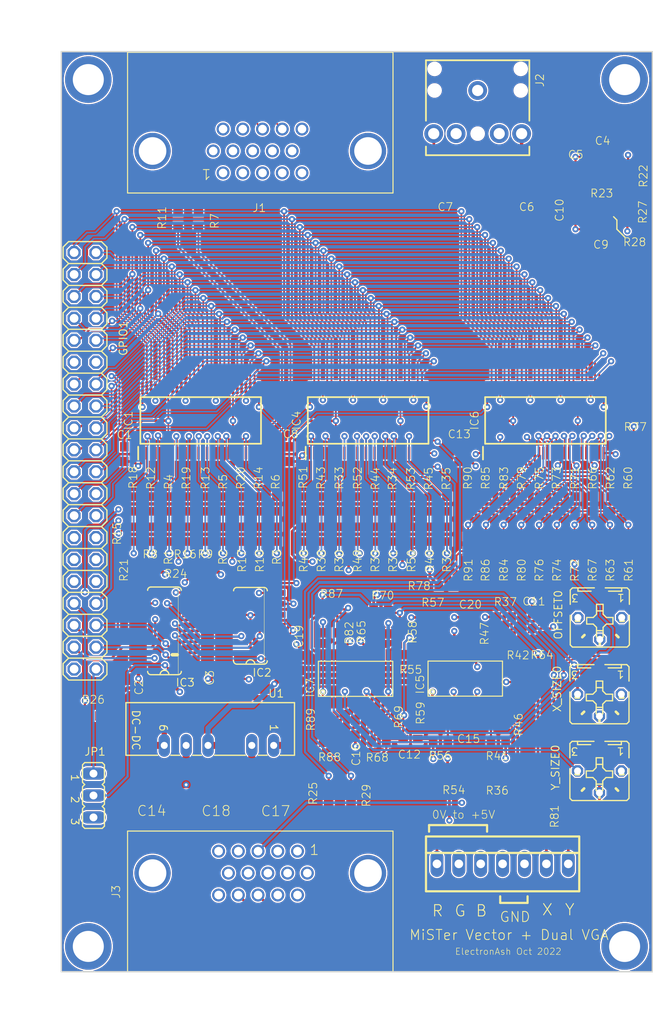
<source format=kicad_pcb>
(kicad_pcb (version 20241229) (generator "pcbnew") (generator_version "9.0")
  (layers (0 "F.Cu" signal) (4 "In1.Cu" signal) (6 "In2.Cu" signal) (2 "B.Cu" signal) (13 "F.Paste" user) (15 "B.Paste" user) (5 "F.SilkS" user "F.Silkscreen") (7 "B.SilkS" user "B.Silkscreen") (1 "F.Mask" user) (3 "B.Mask" user) (25 "Edge.Cuts" user))
  (net 0 "")
  (net 1 "+5V")
  (net 2 "+3V3")
  (net 3 "GND")
  (net 4 "Net-(C4-Pad1)")
  (net 5 "Net-(C5-Pad2)")
  (net 6 "Net-(C6-Pad-)")
  (net 7 "Net-(C10-Pad1)")
  (net 8 "Net-(C7-Pad-)")
  (net 9 "Net-(C9-Pad2)")
  (net 10 "Net-(IC5D-+IN)")
  (net 11 "/+VREF")
  (net 12 "/+12V_OPAMP")
  (net 13 "/-12V_OPAMP")
  (net 14 "/VGA_R4")
  (net 15 "/VGA_B4")
  (net 16 "/SPDIF")
  (net 17 "/VGA_G1")
  (net 18 "/BTN_RESET")
  (net 19 "/SD_DAT2")
  (net 20 "/SD_DAT0")
  (net 21 "/VGA_R2")
  (net 22 "/SD_DAT3")
  (net 23 "/BTN_USER")
  (net 24 "/VGA_G2")
  (net 25 "/VGA_B1")
  (net 26 "/VGA_R1")
  (net 27 "/BTN_OSD")
  (net 28 "/LED_POWER")
  (net 29 "/VGA_R0")
  (net 30 "/LED_USER")
  (net 31 "/AUDIO_R")
  (net 32 "/VGA_B0")
  (net 33 "/VGA_G4")
  (net 34 "/VGA_B3")
  (net 35 "/VGA_G5")
  (net 36 "/VGA_G3")
  (net 37 "/VGA_B5")
  (net 38 "/AUDIO_L")
  (net 39 "/LED_DISK")
  (net 40 "/SD_CLK")
  (net 41 "/VGA_R3")
  (net 42 "/HSYNC")
  (net 43 "/SD_DAT1")
  (net 44 "/SD_CMD")
  (net 45 "/VSYNC")
  (net 46 "/VGA_R5")
  (net 47 "/VGA_B2")
  (net 48 "/VGA_G0")
  (net 49 "/DAC1_HSYNC")
  (net 50 "/DAC1_G2")
  (net 51 "/DAC1_G4")
  (net 52 "/DAC1_B0")
  (net 53 "/DAC1_VSYNC")
  (net 54 "/DAC1_R1")
  (net 55 "/DAC1_R2")
  (net 56 "/DAC1_R5")
  (net 57 "/DAC1_G5")
  (net 58 "/DAC1_G0")
  (net 59 "/DAC1_B5")
  (net 60 "/DAC1_R4")
  (net 61 "/DAC1_R0")
  (net 62 "/DAC1_LAT")
  (net 63 "/DAC1_B4")
  (net 64 "/DAC1_B1")
  (net 65 "/DAC1_R3")
  (net 66 "/DAC1_G1")
  (net 67 "/DAC1_G3")
  (net 68 "/DAC1_B2")
  (net 69 "/DAC1_B3")
  (net 70 "Net-(IC2A-I0)")
  (net 71 "/DAC2_LAT")
  (net 72 "/DAC3_LAT")
  (net 73 "Net-(IC2C-I0)")
  (net 74 "/DAC4_LAT")
  (net 75 "/LATCH_EN_N")
  (net 76 "Net-(IC2D-I0)")
  (net 77 "Net-(IC2B-I0)")
  (net 81 "Net-(IC3A-G)")
  (net 82 "/DAC2_B5")
  (net 83 "/DAC2_G5")
  (net 84 "/DAC2_G3")
  (net 85 "/DAC2_HSYNC")
  (net 86 "/DAC2_R0")
  (net 87 "/DAC2_VSYNC")
  (net 88 "/DAC2_R5")
  (net 89 "/DAC2_G2")
  (net 90 "/DAC2_B1")
  (net 91 "/DAC2_R3")
  (net 92 "/DAC2_G0")
  (net 93 "/DAC2_B3")
  (net 94 "/DAC2_G4")
  (net 95 "/DAC2_R4")
  (net 96 "/DAC2_B2")
  (net 97 "/DAC2_R1")
  (net 98 "/DAC2_G1")
  (net 99 "/DAC2_R2")
  (net 100 "/DAC2_B4")
  (net 101 "/DAC2_B0")
  (net 102 "Net-(IC5A-OUT)")
  (net 103 "Net-(IC5C-OUT)")
  (net 104 "/VGA2_R")
  (net 105 "/VGA2_G")
  (net 106 "/VGA2_B")
  (net 107 "Net-(IC5C--IN)")
  (net 108 "Net-(IC5B--IN)")
  (net 109 "Net-(IC5A--IN)")
  (net 110 "Net-(IC5D-OUT)")
  (net 111 "Net-(IC5D--IN)")
  (net 112 "Net-(IC5B-OUT)")
  (net 113 "/VEC_X8")
  (net 114 "/VEC_X7")
  (net 115 "/VEC_X4")
  (net 116 "/VEC_Y1")
  (net 117 "/VEC_Y9")
  (net 118 "/VEC_X0")
  (net 119 "/VEC_Y3")
  (net 120 "/VEC_X6")
  (net 121 "/VEC_X5")
  (net 122 "/VEC_X3")
  (net 123 "/VEC_Y8")
  (net 124 "/VEC_X9")
  (net 125 "/VEC_X2")
  (net 126 "/VEC_X1")
  (net 127 "/VEC_Y7")
  (net 128 "/VEC_Y2")
  (net 129 "/VEC_Y0")
  (net 130 "/VEC_Y4")
  (net 131 "/VEC_Y5")
  (net 132 "/VEC_Y6")
  (net 133 "Net-(IC7B-OUT)")
  (net 134 "Net-(IC7B--IN)")
  (net 135 "/DAC_Y")
  (net 136 "/DAC_X")
  (net 137 "Net-(IC7C-OUT)")
  (net 138 "Net-(IC7C--IN)")
  (net 139 "Net-(IC7D-OUT)")
  (net 140 "Net-(IC7A--IN)")
  (net 141 "Net-(IC7D--IN)")
  (net 142 "Net-(IC7A-OUT)")
  (net 143 "/VGA1_G")
  (net 144 "Net-(J1-SHIELD-PadSHELL)")
  (net 146 "/VGA1_R")
  (net 150 "/VGA1_B")
  (net 151 "/VGA1_HSYNC")
  (net 152 "/VGA1_VSYNC")
  (net 156 "Net-(J3-SHIELD-PadSHELL)")
  (net 161 "/VGA2_VSYNC")
  (net 163 "/VGA2_HSYNC")
  (net 164 "/R+")
  (net 165 "/B+")
  (net 166 "/G+")
  (net 167 "/VEC_X+")
  (net 168 "/VEC_Y+")
  (footprint "C0603" (layer "F.Cu") (at 168.8465 117.6909 90)
    (property "Reference" "C11")
    (property "Value" "1.0uF")
  )
  (footprint "R0603" (layer "F.Cu") (at 130.9171 107.6111 90)
    (property "Reference" "R9")
    (property "Value" "2K2")
  )
  (footprint "R0603" (layer "F.Cu") (at 180.0089 104.1059 -90)
    (property "Reference" "R60")
    (property "Value" "510R")
  )
  (footprint "R0603" (layer "F.Cu") (at 173.8429 140.4797 180)
    (property "Reference" "R81")
    (property "Value" "75R")
  )
  (footprint "R0603" (layer "F.Cu") (at 175.8941 104.1059 -90)
    (property "Reference" "R66")
    (property "Value" "2K2")
  )
  (footprint "R0603" (layer "F.Cu") (at 157.1961 117.2557)
    (property "Reference" "R57")
    (property "Value" "10K")
  )
  (footprint "R0603" (layer "F.Cu") (at 163.5497 104.1059 -90)
    (property "Reference" "R85")
    (property "Value" "150K")
  )
  (footprint "2X20" (layer "F.Cu") (at 116.9646 99.10785 90)
    (property "Reference" "GPIO1")
    (property "Value" "PINHD-2X20")
  )
  (footprint "R0603" (layer "F.Cu") (at 156.9013 104.1059 -90)
    (property "Reference" "R45")
    (property "Value" "4K3")
  )
  (footprint "R0603" (layer "F.Cu") (at 173.7605 108.7257 -90)
    (property "Reference" "R72")
    (property "Value" "4K3")
  )
  (footprint "R0603" (layer "F.Cu") (at 124.6687 104.1059 -90)
    (property "Reference" "R12")
    (property "Value" "4K3")
  )
  (footprint "R0603" (layer "F.Cu") (at 126.7261 107.6111 90)
    (property "Reference" "R1")
    (property "Value" "510R")
  )
  (footprint "R0603" (layer "F.Cu") (at 145.3851 119.0337)
    (property "Reference" "R82")
    (property "Value" "75R")
  )
  (footprint "R0603" (layer "F.Cu") (at 180.6575 97.4979 -90)
    (property "Reference" "R77")
    (property "Value" "510R")
  )
  (footprint "C0603" (layer "F.Cu") (at 176.9237 63.8937 180)
    (property "Reference" "C4")
    (property "Value" "10nF")
  )
  (footprint "R0603" (layer "F.Cu") (at 144.4045 107.6111 90)
    (property "Reference" "R38")
    (property "Value" "2K2")
  )
  (footprint "C0603" (layer "F.Cu") (at 154.7323 131.3527)
    (property "Reference" "C12")
    (property "Value" "1.0uF")
  )
  (footprint "R0603" (layer "F.Cu") (at 157.2215 119.3893 180)
    (property "Reference" "R58")
    (property "Value" "4K7")
  )
  (footprint "R0603" (layer "F.Cu") (at 158.9587 104.1059 -90)
    (property "Reference" "R35")
    (property "Value" "1K1")
  )
  (footprint "R0603" (layer "F.Cu") (at 137.1655 107.6111 90)
    (property "Reference" "R10")
    (property "Value" "2K2")
  )
  (footprint "R0603" (layer "F.Cu") (at 165.5309 108.7257 -90)
    (property "Reference" "R84")
    (property "Value" "75K")
  )
  (footprint "R0603" (layer "F.Cu") (at 158.2121 131.5051)
    (property "Reference" "R56")
    (property "Value" "10K")
  )
  (footprint "R0603" (layer "F.Cu") (at 164.9177 129.4477)
    (property "Reference" "R46")
    (property "Value" "4K7")
  )
  (footprint "R0603" (layer "F.Cu") (at 165.6035 117.2049 180)
    (property "Reference" "R37")
    (property "Value" "75R")
  )
  (footprint "R0603" (layer "F.Cu") (at 164.8759 135.4997 180)
    (property "Reference" "R36")
    (property "Value" "75R")
  )
  (footprint "R0603" (layer "F.Cu") (at 132.9745 104.1059 -90)
    (property "Reference" "R5")
    (property "Value" "1K1")
  )
  (footprint "R0603" (layer "F.Cu") (at 158.9587 107.6111 90)
    (property "Reference" "R32")
    (property "Value" "510R")
  )
  (footprint "AUDIO-JACK-KIT" (layer "F.Cu") (at 162.5219 56.1975 -90)
    (property "Reference" "J2")
    (property "Value" "AUDIO_JACK_3.5MM_KIT")
  )
  (footprint "R0603" (layer "F.Cu") (at 177.9515 104.1059 -90)
    (property "Reference" "R62")
    (property "Value" "1K1")
  )
  (footprint "CT3528" (layer "F.Cu") (at 158.9405 66.8655 180)
    (property "Reference" "C7")
    (property "Value" "4.7uF")
  )
  (footprint "R0603" (layer "F.Cu") (at 148.5955 107.6111 90)
    (property "Reference" "R49")
    (property "Value" "9K1")
  )
  (footprint "SOP50P810X120-56N" (layer "F.Cu") (at 170.3887 94.4285 90)
    (property "Reference" "IC6")
    (property "Value" "SN74ALVCH16841DL")
  )
  (footprint "R0603" (layer "F.Cu") (at 126.7261 104.1059 -90)
    (property "Reference" "R4")
    (property "Value" "1K1")
  )
  (footprint "R0603" (layer "F.Cu") (at 151.3033 119.1607 180)
    (property "Reference" "R65")
    (property "Value" "75R")
  )
  (footprint "CT3528" (layer "F.Cu") (at 168.3131 66.8655 180)
    (property "Reference" "C6")
    (property "Value" "4.7uF")
  )
  (footprint "R0603" (layer "F.Cu") (at 127.7611 71.1083 90)
    (property "Reference" "R11")
    (property "Value" "100R")
  )
  (footprint "R0603" (layer "F.Cu") (at 150.6529 104.1059 -90)
    (property "Reference" "R44")
    (property "Value" "4K3")
  )
  (footprint "R0603" (layer "F.Cu") (at 130.9171 104.1059 -90)
    (property "Reference" "R13")
    (property "Value" "4K3")
  )
  (footprint "R0603" (layer "F.Cu") (at 176.9237 66.4845 180)
    (property "Reference" "R23")
    (property "Value" "510R")
  )
  (footprint "618015330923" (layer "F.Cu") (at 137.2997 63.2079 180)
    (property "Reference" "J1")
    (property "Value" "618015330923")
  )
  (footprint "R0603" (layer "F.Cu") (at 173.8367 104.1059 -90)
    (property "Reference" "R71")
    (property "Value" "4K3")
  )
  (footprint "B25P" (layer "F.Cu") (at 176.6525 126.1491 180)
    (property "Reference" "X_SIZE0")
    (property "Value" "20K")
  )
  (footprint "SO16" (layer "F.Cu") (at 126.1831 118.8089 90)
    (property "Reference" "IC3")
    (property "Value" "74139D")
  )
  (footprint "R0603" (layer "F.Cu") (at 152.7103 104.1059 -90)
    (property "Reference" "R34")
    (property "Value" "1K1")
  )
  (footprint "R0603" (layer "F.Cu") (at 177.8753 108.7257 -90)
    (property "Reference" "R63")
    (property "Value" "1K1")
  )
  (footprint "B25P" (layer "F.Cu") (at 176.6951 117.2591 180)
    (property "Reference" "OFFSET0")
    (property "Value" "20K")
  )
  (footprint "R0603" (layer "F.Cu") (at 158.2121 129.4477 180)
    (property "Reference" "R59")
    (property "Value" "4K7")
  )
  (footprint "R0603" (layer "F.Cu") (at 171.7031 108.7257 -90)
    (property "Reference" "R74")
    (property "Value" "9K1")
  )
  (footprint "R0603" (layer "F.Cu") (at 148.5955 104.1059 -90)
    (property "Reference" "R52")
    (property "Value" "18K")
  )
  (footprint "R0603" (layer "F.Cu") (at 167.5883 108.7257 -90)
    (property "Reference" "R80")
    (property "Value" "36K")
  )
  (footprint "NMA" (layer "F.Cu") (at 132.5057 132.0815 -90)
    (property "Reference" "U1")
    (property "Value" "VASD1-SIP")
  )
  (footprint "R0603" (layer "F.Cu") (at 147.8271 137.7325 -90)
    (property "Reference" "R29")
    (property "Value" "100R")
  )
  (footprint "R0603" (layer "F.Cu") (at 158.8643 113.5761)
    (property "Reference" "R78")
    (property "Value" "510R")
  )
  (footprint "CT3528" (layer "F.Cu") (at 124.9163 136.6403)
    (property "Reference" "C14")
    (property "Value" "4.7uF")
  )
  (footprint "R0603" (layer "F.Cu") (at 179.8955 70.1421 90)
    (property "Reference" "R27")
    (property "Value" "510R")
  )
  (footprint "R0603" (layer "F.Cu") (at 151.3033 116.4429)
    (property "Reference" "R70")
    (property "Value" "10K")
  )
  (footprint "R0603" (layer "F.Cu") (at 124.6687 107.6111 90)
    (property "Reference" "R8")
    (property "Value" "2K2")
  )
  (footprint "R0603" (layer "F.Cu") (at 152.7103 107.6111 90)
    (property "Reference" "R31")
    (property "Value" "510R")
  )
  (footprint "22-23-2071" (layer "F.Cu") (at 165.4175 145.8087)
    (property "Reference" "VEC_OUT1" (hide yes))
    (property "Value" "22-23-2071")
  )
  (footprint "PLATED_HOLE_3.6MM" (layer "F.Cu") (at 117.3453 155.372)
    (property "Reference" "U$4" (hide yes))
    (property "Value" "PLATED_HOLE3.6MM" (hide yes))
  )
  (footprint "R0603" (layer "F.Cu") (at 128.8597 107.6111 90)
    (property "Reference" "R16")
    (property "Value" "9K1")
  )
  (footprint "R0603" (layer "F.Cu") (at 159.8757 135.4997)
    (property "Reference" "R54")
    (property "Value" "75R")
  )
  (footprint "CT3528" (layer "F.Cu") (at 132.4601 136.6403)
    (property "Reference" "C18")
    (property "Value" "4.7uF")
  )
  (footprint "R0603" (layer "F.Cu") (at 175.8179 108.7257 -90)
    (property "Reference" "R67")
    (property "Value" "2K2")
  )
  (footprint "C0603" (layer "F.Cu") (at 133.9219 124.3699)
    (property "Reference" "C3")
    (property "Value" "100nF")
  )
  (footprint "SO14_85" (layer "F.Cu") (at 136.1567 118.2243 90)
    (property "Reference" "IC2")
    (property "Value" "7432D")
  )
  (footprint "SOP50P810X120-56N" (layer "F.Cu") (at 130.3837 94.4285 90)
    (property "Reference" "IC1")
    (property "Value" "SN74ALVCH16841DL")
  )
  (footprint "R0603" (layer "F.Cu") (at 145.3851 116.3159 180)
    (property "Reference" "R87")
    (property "Value" "10K")
  )
  (footprint "R0603" (layer "F.Cu") (at 156.9013 107.6111 90)
    (property "Reference" "R40")
    (property "Value" "2K2")
  )
  (footprint "JP2_252" (layer "F.Cu") (at 117.9449 137.8839 -90)
    (property "Reference" "JP1")
    (property "Value" "JP2E")
  )
  (footprint "R0603" (layer "F.Cu") (at 144.4045 104.1059 -90)
    (property "Reference" "R43")
    (property "Value" "4K3")
  )
  (footprint "C0603" (layer "F.Cu") (at 121.5263 98.3361 -90)
    (property "Reference" "C1")
    (property "Value" "100nF")
  )
  (footprint "C0603" (layer "F.Cu") (at 176.9237 72.2757)
    (property "Reference" "C9")
    (property "Value" "10nF")
  )
  (footprint "R0603" (layer "F.Cu") (at 130.1233 71.1083 90)
    (property "Reference" "R7")
    (property "Value" "100R")
  )
  (footprint "R0603" (layer "F.Cu") (at 167.6645 104.1059 -90)
    (property "Reference" "R79")
    (property "Value" "36K")
  )
  (footprint "R0603" (layer "F.Cu") (at 139.2229 107.6111 90)
    (property "Reference" "R3")
    (property "Value" "510R")
  )
  (footprint "R0603" (layer "F.Cu") (at 145.4105 129.5493 180)
    (property "Reference" "R89")
    (property "Value" "10K")
  )
  (footprint "R0603" (layer "F.Cu") (at 151.0747 131.6829 180)
    (property "Reference" "R68")
    (property "Value" "10K")
  )
  (footprint "R0603" (layer "F.Cu") (at 146.4619 107.6111 90)
    (property "Reference" "R30")
    (property "Value" "510R")
  )
  (footprint "R0603" (layer "F.Cu") (at 128.8597 104.1059 -90)
    (property "Reference" "R19")
    (property "Value" "18K")
  )
  (footprint "C0603" (layer "F.Cu") (at 125.6497 125.4383)
    (property "Reference" "C2")
    (property "Value" "100nF")
  )
  (footprint "R0603" (layer "F.Cu") (at 176.9237 69.6849 180)
    (property "Reference" "R28")
    (property "Value" "510R")
  )
  (footprint "R0603" (layer "F.Cu") (at 142.3471 107.6111 90)
    (property "Reference" "R48")
    (property "Value" "9K1")
  )
  (footprint "R0603" (layer "F.Cu") (at 151.0747 129.5747)
    (property "Reference" "R69")
    (property "Value" "10K")
  )
  (footprint "R0603" (layer "F.Cu") (at 150.6529 107.6111 90)
    (property "Reference" "R39")
    (property "Value" "2K2")
  )
  (footprint "PLATED_HOLE_3.6MM" (layer "F.Cu") (at 179.5734 155.3747)
    (property "Reference" "U$2" (hide yes))
    (property "Value" "PLATED_HOLE3.6MM" (hide yes))
  )
  (footprint "C0603" (layer "F.Cu") (at 173.8757 66.0273 -90)
    (property "Reference" "C5")
    (property "Value" "10nF")
  )
  (footprint "R0603" (layer "F.Cu") (at 145.2363 137.7325 -90)
    (property "Reference" "R25")
    (property "Value" "100R")
  )
  (footprint "R0603" (layer "F.Cu") (at 169.6457 108.7257 -90)
    (property "Reference" "R76")
    (property "Value" "18K")
  )
  (footprint "B25P" (layer "F.Cu") (at 176.6525 135.0391 180)
    (property "Reference" "Y_SIZE0")
    (property "Value" "20K")
  )
  (footprint "C0603" (layer "F.Cu") (at 161.5533 118.0891 -90)
    (property "Reference" "C20")
    (property "Value" "0.1uF")
  )
  (footprint "R0603" (layer "F.Cu") (at 154.8847 121.5737 180)
    (property "Reference" "R55")
    (property "Value" "75R")
  )
  (footprint "R0603" (layer "F.Cu") (at 161.4161 108.7257 -90)
    (property "Reference" "R91")
    (property "Value" "300K")
  )
  (footprint "C0603" (layer "F.Cu") (at 160.3121 98.3361 -90)
    (property "Reference" "C13")
    (property "Value" "100nF")
  )
  (footprint "C0603" (layer "F.Cu") (at 173.8757 70.1421 -90)
    (property "Reference" "C10")
    (property "Value" "10nF")
  )
  (footprint "R0603" (layer "F.Cu") (at 165.6035 119.3893)
    (property "Reference" "R47")
    (property "Value" "4K7")
  )
  (footprint "R0603" (layer "F.Cu") (at 142.3471 104.1059 -90)
    (property "Reference" "R51")
    (property "Value" "18K")
  )
  (footprint "R0603" (layer "F.Cu") (at 180.0089 108.7257 -90)
    (property "Reference" "R61")
    (property "Value" "510R")
  )
  (footprint "R0603" (layer "F.Cu") (at 123.8885 111.9759 180)
    (property "Reference" "R21")
    (property "Value" "10K")
  )
  (footprint "R0603" (layer "F.Cu") (at 130.5941 111.9759 180)
    (property "Reference" "R24")
    (property "Value" "10K")
  )
  (footprint "C0603" (layer "F.Cu") (at 141.9053 122.5389 -90)
    (property "Reference" "C19")
    (property "Value" "0.1uF")
  )
  (footprint "CT3528" (layer "F.Cu") (at 139.3751 136.6417 180)
    (property "Reference" "C17")
    (property "Value" "4.7uF")
  )
  (footprint "R0603" (layer "F.Cu") (at 137.1655 104.1059 -90)
    (property "Reference" "R14")
    (property "Value" "4K3")
  )
  (footprint "R0603" (layer "F.Cu") (at 122.6113 104.1059 -90)
    (property "Reference" "R18")
    (property "Value" "18K")
  )
  (footprint "R0603" (layer "F.Cu") (at 139.2229 104.1059 -90)
    (property "Reference" "R6")
    (property "Value" "1K1")
  )
  (footprint "R0603" (layer "F.Cu") (at 179.9717 66.0273 -90)
    (property "Reference" "R22")
    (property "Value" "510R")
  )
  (footprint "SOP50P810X120-56N" (layer "F.Cu") (at 149.8147 94.4285 90)
    (property "Reference" "IC4")
    (property "Value" "SN74ALVCH16841DL")
  )
  (footprint "R0603" (layer "F.Cu") (at 154.8439 107.6111 90)
    (property "Reference" "R50")
    (property "Value" "9K1")
  )
  (footprint "SOIC-14" (layer "F.Cu") (at 156.7643 126.3743 90)
    (property "Reference" "IC5")
    (property "Value" "TL084")
  )
  (footprint "R0603" (layer "F.Cu") (at 163.4735 108.7257 -90)
    (property "Reference" "R86")
    (property "Value" "150K")
  )
  (footprint "R0603" (layer "F.Cu") (at 154.8439 104.1059 -90)
    (property "Reference" "R53")
    (property "Value" "18K")
  )
  (footprint "R0603" (layer "F.Cu") (at 117.7925 128.6637 180)
    (property "Reference" "R26")
    (property "Value" "10K")
  )
  (footprint "C0603" (layer "F.Cu") (at 140.7287 98.3361 -90)
    (property "Reference" "C8")
    (property "Value" "100nF")
  )
  (footprint "R0603" (layer "F.Cu") (at 135.1081 104.1059 -90)
    (property "Reference" "R20")
    (property "Value" "18K")
  )
  (footprint "R0603" (layer "F.Cu") (at 167.1355 123.8859 90)
    (property "Reference" "R42")
    (property "Value" "10K")
  )
  (footprint "PLATED_HOLE_3.6MM" (layer "F.Cu") (at 179.5734 54.93645)
    (property "Reference" "U$1" (hide yes))
    (property "Value" "PLATED_HOLE3.6MM" (hide yes))
  )
  (footprint "R0603" (layer "F.Cu") (at 169.5249 123.8839 -90)
    (property "Reference" "R64")
    (property "Value" "75R")
  )
  (footprint "R0603" (layer "F.Cu") (at 145.4359 131.7083)
    (property "Reference" "R88")
    (property "Value" "10K")
  )
  (footprint "C0603" (layer "F.Cu") (at 148.3315 130.0319 -90)
    (property "Reference" "C16")
    (property "Value" "0.1uF")
  )
  (footprint "618015330923" (layer "F.Cu") (at 137.2997 146.8755)
    (property "Reference" "J3")
    (property "Value" "618015330923")
  )
  (footprint "R0603" (layer "F.Cu") (at 146.4619 104.1059 -90)
    (property "Reference" "R33")
    (property "Value" "1K1")
  )
  (footprint "SOIC-14" (layer "F.Cu") (at 144.0389 126.3997 90)
    (property "Reference" "IC7")
    (property "Value" "TL084")
  )
  (footprint "R0603" (layer "F.Cu") (at 165.6071 104.1059 -90)
    (property "Reference" "R83")
    (property "Value" "75K")
  )
  (footprint "R0603" (layer "F.Cu") (at 132.9745 107.6111 90)
    (property "Reference" "R2")
    (property "Value" "510R")
  )
  (footprint "R0603" (layer "F.Cu") (at 169.7219 104.1059 -90)
    (property "Reference" "R75")
    (property "Value" "18K")
  )
  (footprint "R0603" (layer "F.Cu") (at 122.6113 107.6111 90)
    (property "Reference" "R15")
    (property "Value" "9K1")
  )
  (footprint "R0603" (layer "F.Cu") (at 164.9177 131.5051 180)
    (property "Reference" "R41")
    (property "Value" "10K")
  )
  (footprint "PLATED_HOLE_3.6MM" (layer "F.Cu") (at 117.3453 54.93645)
    (property "Reference" "U$3" (hide yes))
    (property "Value" "PLATED_HOLE3.6MM" (hide yes))
  )
  (footprint "R0603" (layer "F.Cu") (at 135.1081 107.6111 90)
    (property "Reference" "R17")
    (property "Value" "9K1")
  )
  (footprint "C0603" (layer "F.Cu") (at 161.5649 129.4731 180)
    (property "Reference" "C15")
    (property "Value" "0.1uF")
  )
  (footprint "R0603" (layer "F.Cu") (at 161.4923 104.1059 -90)
    (property "Reference" "R90")
    (property "Value" "300K")
  )
  (footprint "R0603" (layer "F.Cu") (at 171.7793 104.1059 -90)
    (property "Reference" "R73")
    (property "Value" "9K1")
  )
  (gr_line (start 156.8831 141.3129) (end 163.6141 141.3129) (stroke (width 0.254)) (layer "F.SilkS"))
  (gr_line (start 178.2953 70.8279) (end 178.6763 71.2089) (stroke (width 0.1524)) (layer "F.SilkS"))
  (gr_line (start 163.6141 141.3129) (end 163.6141 142.0749) (stroke (width 0.254)) (layer "F.SilkS"))
  (gr_line (start 165.1381 150.3299) (end 165.1381 149.5679) (stroke (width 0.254)) (layer "F.SilkS"))
  (gr_line (start 168.3131 149.5679) (end 168.3131 150.3299) (stroke (width 0.254)) (layer "F.SilkS"))
  (gr_line (start 127.6595 121.5781) (end 127.1007 121.5781) (stroke (width 0.4064)) (layer "F.SilkS"))
  (gr_line (start 178.6763 71.2089) (end 178.6763 72.2757) (stroke (width 0.1524)) (layer "F.SilkS"))
  (gr_line (start 168.3131 150.3299) (end 165.1381 150.3299) (stroke (width 0.254)) (layer "F.SilkS"))
  (gr_line (start 178.6763 72.2757) (end 179.5907 73.1901) (stroke (width 0.1524)) (layer "F.SilkS"))
  (gr_line (start 156.8831 142.0749) (end 156.8831 141.3129) (stroke (width 0.254)) (layer "F.SilkS"))
  (gr_line (start 114.2111 158.3055) (end 182.7911 158.3055) (stroke (width 0.1524)) (layer "Edge.Cuts"))
  (gr_line (start 182.7911 158.3055) (end 182.7911 51.7017) (stroke (width 0.1524)) (layer "Edge.Cuts"))
  (gr_line (start 114.2111 51.7017) (end 182.7911 51.7017) (stroke (width 0.1524)) (layer "Edge.Cuts"))
  (gr_line (start 114.2111 51.7017) (end 114.2111 158.3055) (stroke (width 0.1524)) (layer "Edge.Cuts"))
  (gr_text "GND" (at 165.011342 152.637744 0) (layer "F.SilkS") (effects (font (size 1.1684 1.1684) (thickness 0.1016)) (justify left bottom)))
  (gr_text "B" (at 162.225838 152.006381 0) (layer "F.SilkS") (effects (font (size 1.308608 1.308608) (thickness 0.113792)) (justify left bottom)))
  (gr_text "Y" (at 172.572782 151.879381 0) (layer "F.SilkS") (effects (font (size 1.308608 1.308608) (thickness 0.113792)) (justify left bottom)))
  (gr_text "ElectronAsh Oct 2022" (at 159.8549 156.4005 0) (layer "F.SilkS") (effects (font (size 0.747776 0.747776) (thickness 0.065024)) (justify left bottom)))
  (gr_text "0V to +5V" (at 157.1625 140.6525 0) (layer "F.SilkS") (effects (font (size 0.93472 0.93472) (thickness 0.08128)) (justify left bottom)))
  (gr_text "R" (at 157.145838 152.006381 0) (layer "F.SilkS") (effects (font (size 1.308608 1.308608) (thickness 0.113792)) (justify left bottom)))
  (gr_text "MiSTer Vector + Dual VGA" (at 154.5209 154.7241 0) (layer "F.SilkS") (effects (font (size 1.1684 1.1684) (thickness 0.1016)) (justify left bottom)))
  (gr_text "X" (at 169.908153 151.879381 0) (layer "F.SilkS") (effects (font (size 1.308608 1.308608) (thickness 0.113792)) (justify left bottom)))
  (gr_text "G" (at 159.762038 152.006381 0) (layer "F.SilkS") (effects (font (size 1.308608 1.308608) (thickness 0.113792)) (justify left bottom)))
  (segment (start 140.8751 136.6417) (end 140.8751 132.9141) (width 0.8128) (layer "F.Cu") (net 1))
  (segment (start 140.8751 132.9141) (end 140.0425 132.0815) (width 0.8128) (layer "F.Cu") (net 1))
  (segment (start 140.0425 132.0815) (end 138.8557 132.0815) (width 0.8128) (layer "F.Cu") (net 1))
  (segment (start 140.7287 97.4861) (end 140.7287 96.6597) (width 0.3048) (layer "F.Cu") (net 2))
  (segment (start 123.1637 125.4011) (end 123.1265 125.4383) (width 0.4064) (layer "F.Cu") (net 2))
  (segment (start 174.1387 90.6405) (end 174.1387 94.4763) (width 0.2032) (layer "F.Cu") (net 2))
  (segment (start 131.4441 111.9759) (end 132.4229 111.9759) (width 0.4064) (layer "F.Cu") (net 2))
  (segment (start 126.6337 98.2165) (end 126.6337 94.4793) (width 0.2032) (layer "F.Cu") (net 2))
  (segment (start 131.2641 124.3699) (end 131.2409 124.3467) (width 0.508) (layer "F.Cu") (net 2))
  (segment (start 160.3121 97.4861) (end 160.3121 96.5835) (width 0.3048) (layer "F.Cu") (net 2))
  (segment (start 121.8679 125.4383) (end 123.1265 125.4383) (width 0.4064) (layer "F.Cu") (net 2))
  (segment (start 132.4229 111.9759) (end 132.7277 112.2807) (width 0.4064) (layer "F.Cu") (net 2))
  (segment (start 123.1637 123.3079) (end 123.1637 124.3467) (width 0.4064) (layer "F.Cu") (net 2))
  (segment (start 121.5263 97.4861) (end 121.5263 96.5073) (width 0.3048) (layer "F.Cu") (net 2))
  (segment (start 123.1097 123.2539) (end 123.1351 123.2793) (width 0.6096) (layer "F.Cu") (net 2))
  (segment (start 142.9091 94.4793) (end 146.0647 94.4793) (width 0.3048) (layer "F.Cu") (net 2))
  (segment (start 166.6387 90.6405) (end 166.6387 94.4763) (width 0.2032) (layer "F.Cu") (net 2))
  (segment (start 134.1337 90.6405) (end 134.1337 94.4793) (width 0.2032) (layer "F.Cu") (net 2))
  (segment (start 166.6387 94.4763) (end 166.6387 98.2165) (width 0.2032) (layer "F.Cu") (net 2))
  (segment (start 162.4193 94.4763) (end 166.6387 94.4763) (width 0.3048) (layer "F.Cu") (net 2))
  (segment (start 146.0647 90.6405) (end 146.0647 94.4793) (width 0.2032) (layer "F.Cu") (net 2))
  (segment (start 118.6425 128.6637) (end 121.8679 125.4383) (width 0.4064) (layer "F.Cu") (net 2))
  (segment (start 174.1387 98.2165) (end 174.1387 94.4763) (width 0.2032) (layer "F.Cu") (net 2))
  (segment (start 140.7287 96.6597) (end 142.9091 94.4793) (width 0.3048) (layer "F.Cu") (net 2))
  (segment (start 125.9459 111.9759) (end 126.2507 112.2807) (width 0.4064) (layer "F.Cu") (net 2))
  (segment (start 124.7385 111.9759) (end 125.9459 111.9759) (width 0.4064) (layer "F.Cu") (net 2))
  (segment (start 153.5647 90.6405) (end 153.5647 94.4793) (width 0.2032) (layer "F.Cu") (net 2))
  (segment (start 133.0919 124.3499) (end 133.0719 124.3699) (width 0.6096) (layer "F.Cu") (net 2))
  (segment (start 123.1233 123.2675) (end 123.1097 123.2539) (width 0.6096) (layer "F.Cu") (net 2))
  (segment (start 133.0719 124.3699) (end 131.2641 124.3699) (width 0.508) (layer "F.Cu") (net 2))
  (segment (start 126.6337 94.4499) (end 126.6337 94.4793) (width 0.2032) (layer "F.Cu") (net 2))
  (segment (start 123.1265 125.4383) (end 124.7997 125.4383) (width 0.4064) (layer "F.Cu") (net 2))
  (segment (start 123.1637 124.3467) (end 123.1637 125.4011) (width 0.4064) (layer "F.Cu") (net 2))
  (segment (start 123.1097 123.2539) (end 123.1637 123.3079) (width 0.4064) (layer "F.Cu") (net 2))
  (segment (start 153.5647 98.2165) (end 153.5647 94.4793) (width 0.2032) (layer "F.Cu") (net 2))
  (segment (start 121.5263 96.5073) (end 123.5837 94.4499) (width 0.3048) (layer "F.Cu") (net 2))
  (segment (start 160.3121 96.5835) (end 162.4193 94.4763) (width 0.3048) (layer "F.Cu") (net 2))
  (segment (start 133.0833 124.3585) (end 133.0719 124.3699) (width 0.4064) (layer "F.Cu") (net 2))
  (segment (start 134.1337 98.2165) (end 134.1337 94.4793) (width 0.2032) (layer "F.Cu") (net 2))
  (segment (start 123.5837 94.4499) (end 126.6337 94.4499) (width 0.3048) (layer "F.Cu") (net 2))
  (segment (start 133.0833 122.0343) (end 133.0833 124.3585) (width 0.4064) (layer "F.Cu") (net 2))
  (segment (start 146.0647 98.2165) (end 146.0647 94.4793) (width 0.2032) (layer "F.Cu") (net 2))
  (segment (start 126.6337 90.6405) (end 126.6337 94.4499) (width 0.2032) (layer "F.Cu") (net 2))
  (via (at 174.1387 94.4763) (size 0.7366) (drill 0.3302) (layers "F.Cu" "B.Cu") (net 2))
  (via (at 126.6337 94.4793) (size 0.7564) (drill 0.35) (layers "F.Cu" "B.Cu") (net 2))
  (via (at 146.0647 94.4793) (size 0.7564) (drill 0.35) (layers "F.Cu" "B.Cu") (net 2))
  (via (at 126.2507 112.2807) (size 0.7366) (drill 0.3302) (layers "F.Cu" "B.Cu") (net 2))
  (via (at 134.1337 94.4793) (size 0.7564) (drill 0.35) (layers "F.Cu" "B.Cu") (net 2))
  (via (at 132.7277 112.2807) (size 0.7366) (drill 0.3302) (layers "F.Cu" "B.Cu") (net 2))
  (via (at 166.6387 94.4763) (size 0.7366) (drill 0.3302) (layers "F.Cu" "B.Cu") (net 2))
  (via (at 123.1637 124.3467) (size 0.7564) (drill 0.35) (layers "F.Cu" "B.Cu") (net 2))
  (via (at 153.5647 94.4793) (size 0.7564) (drill 0.35) (layers "F.Cu" "B.Cu") (net 2))
  (via (at 131.2409 124.3467) (size 0.7564) (drill 0.35) (layers "F.Cu" "B.Cu") (net 2))
  (segment (start 155.5823 131.3527) (end 157.2097 131.3527) (width 0.254) (layer "F.Cu") (net 3))
  (segment (start 168.8465 116.8409) (end 168.8465 115.4049) (width 0.3048) (layer "F.Cu") (net 3))
  (segment (start 168.6387 90.6405) (end 168.6387 92.0663) (width 0.2032) (layer "F.Cu") (net 3))
  (segment (start 175.6387 98.2165) (end 175.6387 99.1847) (width 0.2032) (layer "F.Cu") (net 3))
  (segment (start 132.1337 90.6405) (end 132.1337 92.1425) (width 0.2032) (layer "F.Cu") (net 3))
  (segment (start 157.3621 131.5051) (end 157.3621 133.6431) (width 0.3048) (layer "F.Cu") (net 3))
  (segment (start 134.7719 124.3699) (end 135.9123 124.3699) (width 0.254) (layer "F.Cu") (net 3))
  (segment (start 155.0647 90.6405) (end 155.0647 92.0663) (width 0.2032) (layer "F.Cu") (net 3))
  (segment (start 121.5263 99.1861) (end 122.6049 99.1861) (width 0.3048) (layer "F.Cu") (net 3))
  (segment (start 147.0869 121.5737) (end 147.0869 120.7053) (width 0.3048) (layer "F.Cu") (net 3))
  (segment (start 160.3121 99.1861) (end 161.7717 99.1861) (width 0.3048) (layer "F.Cu") (net 3))
  (segment (start 127.5077 114.3639) (end 127.5071 114.3645) (width 0.254) (layer "F.Cu") (net 3))
  (segment (start 123.6337 99.2005) (end 123.1265 99.7077) (width 0.3048) (layer "F.Cu") (net 3))
  (segment (start 176.0737 63.8937) (end 173.8757 63.8937) (width 0.254) (layer "F.Cu") (net 3))
  (segment (start 156.3461 117.2557) (end 154.8257 117.2557) (width 0.3048) (layer "F.Cu") (net 3))
  (segment (start 165.1387 98.2165) (end 165.1387 96.3549) (width 0.2032) (layer "F.Cu") (net 3))
  (segment (start 149.6269 121.5737) (end 149.6269 120.7217) (width 0.3048) (layer "F.Cu") (net 3))
  (segment (start 135.6337 90.6405) (end 135.6337 92.1347) (width 0.2032) (layer "F.Cu") (net 3))
  (segment (start 165.1387 90.6405) (end 165.1387 92.0663) (width 0.2032) (layer "F.Cu") (net 3))
  (segment (start 137.8751 136.6417) (end 137.8751 135.1719) (width 0.8128) (layer "F.Cu") (net 3))
  (segment (start 135.6337 92.1347) (end 135.6415 92.1425) (width 0.2032) (layer "F.Cu") (net 3))
  (segment (start 130.9601 136.6403) (end 128.6957 136.6403) (width 0.8128) (layer "F.Cu") (net 3))
  (segment (start 157.4493 98.2165) (end 157.4927 98.2599) (width 0.2032) (layer "F.Cu") (net 3))
  (segment (start 141.9053 121.6889) (end 141.9053 120.7725) (width 0.3048) (layer "F.Cu") (net 3))
  (segment (start 143.0647 98.2165) (end 142.4485 98.2165) (width 0.3048) (layer "F.Cu") (net 3))
  (segment (start 126.4163 136.6403) (end 128.6957 136.6403) (width 0.8128) (layer "F.Cu") (net 3))
  (segment (start 148.0621 90.6431) (end 148.0621 92.0663) (width 0.2032) (layer "F.Cu") (net 3))
  (segment (start 168.6387 98.2165) (end 168.6387 96.7567) (width 0.2032) (layer "F.Cu") (net 3))
  (segment (start 148.0647 90.6405) (end 148.0621 90.6431) (width 0.2032) (layer "F.Cu") (net 3))
  (segment (start 126.4997 125.4383) (end 127.5319 125.4383) (width 0.4064) (layer "F.Cu") (net 3))
  (segment (start 173.8757 65.1773) (end 173.8757 63.8937) (width 0.254) (layer "F.Cu") (net 3))
  (segment (start 128.6957 132.0815) (end 128.6957 136.6403) (width 0.8128) (layer "F.Cu") (net 3))
  (segment (start 129.2565 114.3639) (end 127.5077 114.3639) (width 0.254) (layer "F.Cu") (net 3))
  (segment (start 167.1355 124.7359) (end 165.8439 124.7359) (width 0.254) (layer "F.Cu") (net 3))
  (segment (start 175.6387 90.6405) (end 175.6387 92.0663) (width 0.2032) (layer "F.Cu") (net 3))
  (segment (start 173.8757 70.9921) (end 173.8757 72.2757) (width 0.254) (layer "F.Cu") (net 3))
  (segment (start 172.1387 98.2165) (end 172.1387 99.3111) (width 0.2032) (layer "F.Cu") (net 3))
  (segment (start 176.0737 72.2757) (end 173.8757 72.2757) (width 0.254) (layer "F.Cu") (net 3))
  (segment (start 123.6337 98.2165) (end 123.6337 99.2005) (width 0.3048) (layer "F.Cu") (net 3))
  (segment (start 156.9593 112.5211) (end 156.9593 111.7473) (width 0.3048) (layer "F.Cu") (net 3))
  (segment (start 140.7287 99.1861) (end 141.4789 99.1861) (width 0.3048) (layer "F.Cu") (net 3))
  (segment (start 127.5319 125.4383) (end 127.9643 125.8707) (width 0.4064) (layer "F.Cu") (net 3))
  (segment (start 142.4485 98.2165) (end 142.1765 98.4885) (width 0.3048) (layer "F.Cu") (net 3))
  (segment (start 135.9123 124.3699) (end 135.9653 124.4229) (width 0.254) (layer "F.Cu") (net 3))
  (segment (start 168.6387 96.7567) (end 168.2369 96.3549) (width 0.2032) (layer "F.Cu") (net 3))
  (segment (start 151.5647 90.6405) (end 151.5647 92.0663) (width 0.2032) (layer "F.Cu") (net 3))
  (segment (start 161.7717 99.1861) (end 162.2933 99.7077) (width 0.3048) (layer "F.Cu") (net 3))
  (segment (start 157.2097 131.3527) (end 157.3621 131.5051) (width 0.254) (layer "F.Cu") (net 3))
  (segment (start 165.8439 124.7359) (end 165.8357 124.7277) (width 0.254) (layer "F.Cu") (net 3))
  (segment (start 122.6049 99.1861) (end 123.1265 99.7077) (width 0.3048) (layer "F.Cu") (net 3))
  (segment (start 137.8751 135.1719) (end 136.3157 133.6125) (width 0.8128) (layer "F.Cu") (net 3))
  (segment (start 141.9053 120.7725) (end 141.4907 120.3579) (width 0.3048) (layer "F.Cu") (net 3))
  (segment (start 125.1337 90.6405) (end 125.1337 92.1425) (width 0.2032) (layer "F.Cu") (net 3))
  (segment (start 148.3315 130.8819) (end 148.3315 132.1689) (width 0.3048) (layer "F.Cu") (net 3))
  (segment (start 180.6575 96.6479) (end 180.6575 95.1357) (width 0.3048) (layer "F.Cu") (net 3))
  (segment (start 144.5647 90.6405) (end 144.5647 92.0663) (width 0.2032) (layer "F.Cu") (net 3))
  (segment (start 161.5533 117.2391) (end 161.5479 117.2337) (width 0.3048) (layer "F.Cu") (net 3))
  (segment (start 128.6337 92.1399) (end 128.6311 92.1425) (width 0.2032) (layer "F.Cu") (net 3))
  (segment (start 128.6337 90.6405) (end 128.6337 92.1399) (width 0.2032) (layer "F.Cu") (net 3))
  (segment (start 136.3157 133.6125) (end 136.3157 132.0815) (width 0.8128) (layer "F.Cu") (net 3))
  (segment (start 161.5479 117.2337) (end 159.8123 117.2337) (width 0.3048) (layer "F.Cu") (net 3))
  (segment (start 139.2301 114.4143) (end 137.1473 114.4143) (width 0.254) (layer "F.Cu") (net 3))
  (segment (start 158.0143 113.5761) (end 156.9593 112.5211) (width 0.3048) (layer "F.Cu") (net 3))
  (segment (start 175.6387 99.1847) (end 176.0855 99.6315) (width 0.2032) (layer "F.Cu") (net 3))
  (segment (start 156.5647 98.2165) (end 157.4493 98.2165) (width 0.2032) (layer "F.Cu") (net 3))
  (segment (start 172.1387 99.3111) (end 171.8183 99.6315) (width 0.2032) (layer "F.Cu") (net 3))
  (segment (start 141.4789 99.1861) (end 142.1765 98.4885) (width 0.3048) (layer "F.Cu") (net 3))
  (segment (start 132.1337 92.1483) (end 132.1337 92.1425) (width 0.2032) (layer "F.Cu") (net 3))
  (segment (start 172.1387 90.6405) (end 172.1387 92.0663) (width 0.2032) (layer "F.Cu") (net 3))
  (segment (start 149.6269 120.7217) (end 148.9583 120.0531) (width 0.3048) (layer "F.Cu") (net 3))
  (segment (start 147.0869 120.7053) (end 147.7391 120.0531) (width 0.3048) (layer "F.Cu") (net 3))
  (segment (start 165.7677 133.5669) (end 165.7677 131.5051) (width 0.3048) (layer "F.Cu") (net 3))
  (via (at 125.1337 92.1425) (size 0.7366) (drill 0.3302) (layers "F.Cu" "B.Cu") (net 3))
  (via (at 128.6311 92.1425) (size 0.7366) (drill 0.3302) (layers "F.Cu" "B.Cu") (net 3))
  (via (at 156.9593 111.7473) (size 0.7366) (drill 0.3302) (layers "F.Cu" "B.Cu") (net 3))
  (via (at 173.8757 72.2757) (size 0.7366) (drill 0.3302) (layers "F.Cu" "B.Cu") (net 3))
  (via (at 135.6415 92.1425) (size 0.7366) (drill 0.3302) (layers "F.Cu" "B.Cu") (net 3))
  (via (at 172.1387 92.0663) (size 0.7366) (drill 0.3302) (layers "F.Cu" "B.Cu") (net 3))
  (via (at 165.7677 133.5669) (size 0.7564) (drill 0.35) (layers "F.Cu" "B.Cu") (net 3))
  (via (at 171.8183 99.6315) (size 0.7366) (drill 0.3302) (layers "F.Cu" "B.Cu") (net 3))
  (via (at 173.8757 63.8937) (size 0.7366) (drill 0.3302) (layers "F.Cu" "B.Cu") (net 3))
  (via (at 157.4927 98.2599) (size 0.7366) (drill 0.3302) (layers "F.Cu" "B.Cu") (net 3))
  (via (at 147.7391 120.0531) (size 0.7366) (drill 0.3302) (layers "F.Cu" "B.Cu") (net 3))
  (via (at 168.6387 92.0663) (size 0.7366) (drill 0.3302) (layers "F.Cu" "B.Cu") (net 3))
  (via (at 151.5647 92.0663) (size 0.7366) (drill 0.3302) (layers "F.Cu" "B.Cu") (net 3))
  (via (at 148.0621 92.0663) (size 0.7366) (drill 0.3302) (layers "F.Cu" "B.Cu") (net 3))
  (via (at 137.1473 114.4143) (size 0.7366) (drill 0.3302) (layers "F.Cu" "B.Cu") (net 3))
  (via (at 142.1765 98.4885) (size 0.7366) (drill 0.3302) (layers "F.Cu" "B.Cu") (net 3))
  (via (at 168.2369 96.3549) (size 0.7366) (drill 0.3302) (layers "F.Cu" "B.Cu") (net 3))
  (via (at 165.1387 96.3549) (size 0.7366) (drill 0.3302) (layers "F.Cu" "B.Cu") (net 3))
  (via (at 175.6387 92.0663) (size 0.7366) (drill 0.3302) (layers "F.Cu" "B.Cu") (net 3))
  (via (at 165.8357 124.7277) (size 0.7564) (drill 0.35) (layers "F.Cu" "B.Cu") (net 3))
  (via (at 128.6957 136.6403) (size 0.7366) (drill 0.3302) (layers "F.Cu" "B.Cu") (net 3))
  (via (at 159.8123 117.2337) (size 0.7366) (drill 0.3302) (layers "F.Cu" "B.Cu") (net 3))
  (via (at 144.5647 92.0663) (size 0.7366) (drill 0.3302) (layers "F.Cu" "B.Cu") (net 3))
  (via (at 123.1265 99.7077) (size 0.7366) (drill 0.3302) (layers "F.Cu" "B.Cu") (net 3))
  (via (at 168.8465 115.4049) (size 0.7366) (drill 0.3302) (layers "F.Cu" "B.Cu") (net 3))
  (via (at 148.9583 120.0531) (size 0.7366) (drill 0.3302) (layers "F.Cu" "B.Cu") (net 3))
  (via (at 135.9653 124.4229) (size 0.7564) (drill 0.35) (layers "F.Cu" "B.Cu") (net 3))
  (via (at 127.5071 114.3645) (size 0.7564) (drill 0.35) (layers "F.Cu" "B.Cu") (net 3))
  (via (at 154.8257 117.2557) (size 0.7366) (drill 0.3302) (layers "F.Cu" "B.Cu") (net 3))
  (via (at 132.1337 92.1425) (size 0.7366) (drill 0.3302) (layers "F.Cu" "B.Cu") (net 3))
  (via (at 180.6575 95.1357) (size 0.7366) (drill 0.3302) (layers "F.Cu" "B.Cu") (net 3))
  (via (at 155.0647 92.0663) (size 0.7366) (drill 0.3302) (layers "F.Cu" "B.Cu") (net 3))
  (via (at 127.9643 125.8707) (size 0.7564) (drill 0.35) (layers "F.Cu" "B.Cu") (net 3))
  (via (at 157.3621 133.6431) (size 0.7564) (drill 0.35) (layers "F.Cu" "B.Cu") (net 3))
  (via (at 162.2933 99.7077) (size 0.7366) (drill 0.3302) (layers "F.Cu" "B.Cu") (net 3))
  (via (at 176.0855 99.6315) (size 0.7366) (drill 0.3302) (layers "F.Cu" "B.Cu") (net 3))
  (via (at 148.3315 132.1689) (size 0.7366) (drill 0.3302) (layers "F.Cu" "B.Cu") (net 3))
  (via (at 165.1387 92.0663) (size 0.7366) (drill 0.3302) (layers "F.Cu" "B.Cu") (net 3))
  (via (at 141.4907 120.3579) (size 0.7366) (drill 0.3302) (layers "F.Cu" "B.Cu") (net 3))
  (segment (start 179.8075 66.7131) (end 178.0023 66.7131) (width 0.3048) (layer "F.Cu") (net 4))
  (segment (start 179.9717 66.8773) (end 179.8075 66.7131) (width 0.3048) (layer "F.Cu") (net 4))
  (segment (start 178.0023 66.7131) (end 177.7737 66.4845) (width 0.3048) (layer "F.Cu") (net 4))
  (segment (start 177.7737 66.4845) (end 177.7737 63.8937) (width 0.3048) (layer "F.Cu") (net 4))
  (segment (start 173.8757 66.8773) (end 169.8249 66.8773) (width 0.3048) (layer "F.Cu") (net 5))
  (segment (start 175.8451 66.7131) (end 174.0399 66.7131) (width 0.3048) (layer "F.Cu") (net 5))
  (segment (start 174.0399 66.7131) (end 173.8757 66.8773) (width 0.3048) (layer "F.Cu") (net 5))
  (segment (start 176.0737 66.4845) (end 175.8451 66.7131) (width 0.3048) (layer "F.Cu") (net 5))
  (segment (start 169.8249 66.8773) (end 169.8131 66.8655) (width 0.3048) (layer "F.Cu") (net 5))
  (segment (start 166.8131 63.7173) (end 167.6219 62.9085) (width 0.4064) (layer "F.Cu") (net 6))
  (segment (start 167.6219 62.9085) (end 167.6219 61.1975) (width 0.4064) (layer "F.Cu") (net 6))
  (segment (start 166.8131 66.8655) (end 166.8131 63.7173) (width 0.4064) (layer "F.Cu") (net 6))
  (segment (start 174.0399 69.4563) (end 173.8757 69.2921) (width 0.3048) (layer "F.Cu") (net 7))
  (segment (start 176.0737 69.6849) (end 175.8451 69.4563) (width 0.3048) (layer "F.Cu") (net 7))
  (segment (start 162.0647 66.8655) (end 160.4405 66.8655) (width 0.3048) (layer "F.Cu") (net 7))
  (segment (start 175.8451 69.4563) (end 174.0399 69.4563) (width 0.3048) (layer "F.Cu") (net 7))
  (segment (start 164.4913 69.2921) (end 162.0647 66.8655) (width 0.3048) (layer "F.Cu") (net 7))
  (segment (start 173.8757 69.2921) (end 164.4913 69.2921) (width 0.3048) (layer "F.Cu") (net 7))
  (segment (start 157.4405 61.2161) (end 157.4219 61.1975) (width 0.3048) (layer "F.Cu") (net 8))
  (segment (start 157.4405 66.8655) (end 157.4405 61.2161) (width 0.3048) (layer "F.Cu") (net 8))
  (segment (start 178.0023 69.4563) (end 177.7737 69.6849) (width 0.3048) (layer "F.Cu") (net 9))
  (segment (start 177.7737 72.2757) (end 177.7737 69.6849) (width 0.3048) (layer "F.Cu") (net 9))
  (segment (start 179.8955 69.2921) (end 179.7313 69.4563) (width 0.3048) (layer "F.Cu") (net 9))
  (segment (start 179.7313 69.4563) (end 178.0023 69.4563) (width 0.3048) (layer "F.Cu") (net 9))
  (segment (start 171.0445 118.5409) (end 171.2849 118.3005) (width 0.254) (layer "F.Cu") (net 10))
  (segment (start 159.8123 121.5483) (end 159.8123 118.8339) (width 0.3048) (layer "F.Cu") (net 10))
  (segment (start 168.8465 118.5409) (end 171.0445 118.5409) (width 0.254) (layer "F.Cu") (net 10))
  (via (at 159.8123 118.8339) (size 0.7366) (drill 0.3302) (layers "F.Cu" "B.Cu") (net 10))
  (via (at 171.2849 118.3005) (size 0.7366) (drill 0.3302) (layers "F.Cu" "B.Cu") (net 10))
  (segment (start 152.4835 131.3527) (end 153.8823 131.3527) (width 0.254) (layer "F.Cu") (net 11))
  (segment (start 153.9073 131.4593) (end 153.8415 131.3935) (width 0.254) (layer "F.Cu") (net 11))
  (segment (start 154.0347 120.1583) (end 154.0347 121.5737) (width 0.254) (layer "F.Cu") (net 11))
  (segment (start 151.9247 131.6829) (end 152.4835 131.3527) (width 0.254) (layer "F.Cu") (net 11))
  (segment (start 153.8823 128.6927) (end 153.9875 128.5875) (width 0.254) (layer "F.Cu") (net 11))
  (segment (start 151.9247 132.5347) (end 151.2999 133.1595) (width 0.254) (layer "F.Cu") (net 11))
  (segment (start 151.2999 133.1595) (end 145.1483 133.1595) (width 0.254) (layer "F.Cu") (net 11))
  (segment (start 145.1483 133.1595) (end 144.5859 132.5971) (width 0.254) (layer "F.Cu") (net 11))
  (segment (start 153.8823 131.3527) (end 153.8823 128.6927) (width 0.254) (layer "F.Cu") (net 11))
  (segment (start 151.9247 131.6829) (end 151.9247 132.5347) (width 0.254) (layer "F.Cu") (net 11))
  (segment (start 144.5859 132.5971) (end 144.5859 131.7083) (width 0.254) (layer "F.Cu") (net 11))
  (segment (start 154.5971 119.5959) (end 154.0347 120.1583) (width 0.254) (layer "F.Cu") (net 11))
  (segment (start 153.8415 131.3935) (end 153.8823 131.3527) (width 0.254) (layer "F.Cu") (net 11))
  (via (at 153.9875 128.5875) (size 0.7366) (drill 0.3302) (layers "F.Cu" "B.Cu") (net 11))
  (via (at 154.5971 119.5959) (size 0.7366) (drill 0.3302) (layers "F.Cu" "B.Cu") (net 11))
  (segment (start 153.9875 128.5875) (end 153.9875 120.2055) (width 0.254) (layer "B.Cu") (net 11))
  (segment (start 153.9875 120.2055) (end 154.5971 119.5959) (width 0.254) (layer "B.Cu") (net 11))
  (segment (start 161.0823 128.0761) (end 162.4149 129.4087) (width 0.254) (layer "F.Cu") (net 12))
  (segment (start 123.4163 136.6403) (end 123.4163 133.6953) (width 0.8128) (layer "F.Cu") (net 12))
  (segment (start 148.3569 124.7051) (end 148.3859 124.6761) (width 0.4064) (layer "F.Cu") (net 12))
  (segment (start 160.5525 124.6761) (end 161.0823 125.2059) (width 0.6096) (layer "F.Cu") (net 12))
  (segment (start 143.3321 124.6761) (end 148.3859 124.6761) (width 0.6096) (layer "F.Cu") (net 12))
  (segment (start 162.4149 129.4087) (end 162.4149 129.4731) (width 0.254) (layer "F.Cu") (net 12))
  (segment (start 148.3569 127.1617) (end 148.3569 129.1565) (width 0.254) (layer "F.Cu") (net 12))
  (segment (start 125.0301 132.0815) (end 126.1557 132.0815) (width 0.8128) (layer "F.Cu") (net 12))
  (segment (start 161.1077 127.1109) (end 161.0823 127.1363) (width 0.4064) (layer "F.Cu") (net 12))
  (segment (start 148.3569 127.1617) (end 148.3569 124.7051) (width 0.4064) (layer "F.Cu") (net 12))
  (segment (start 130.1741 126.5565) (end 141.4517 126.5565) (width 0.6096) (layer "F.Cu") (net 12))
  (segment (start 148.3569 129.1565) (end 148.3315 129.1819) (width 0.254) (layer "F.Cu") (net 12))
  (segment (start 148.3859 124.6761) (end 160.5525 124.6761) (width 0.6096) (layer "F.Cu") (net 12))
  (segment (start 126.1557 132.0815) (end 126.1557 130.5749) (width 0.6096) (layer "F.Cu") (net 12))
  (segment (start 161.0823 125.2059) (end 161.0823 127.1363) (width 0.4064) (layer "F.Cu") (net 12))
  (segment (start 123.4163 133.6953) (end 125.0301 132.0815) (width 0.8128) (layer "F.Cu") (net 12))
  (segment (start 141.4517 126.5565) (end 143.3321 124.6761) (width 0.6096) (layer "F.Cu") (net 12))
  (segment (start 161.0823 127.1363) (end 161.0823 128.0761) (width 0.254) (layer "F.Cu") (net 12))
  (segment (start 126.1557 130.5749) (end 130.1741 126.5565) (width 0.6096) (layer "F.Cu") (net 12))
  (segment (start 140.5045 123.3889) (end 141.9053 123.3889) (width 0.6096) (layer "F.Cu") (net 13))
  (segment (start 138.9371 124.9563) (end 140.5045 123.3889) (width 0.6096) (layer "F.Cu") (net 13))
  (segment (start 161.0823 122.9453) (end 161.0823 121.5483) (width 0.4064) (layer "F.Cu") (net 13))
  (segment (start 133.9601 136.6403) (end 133.9601 133.6953) (width 0.8128) (layer "F.Cu") (net 13))
  (segment (start 160.8283 123.1993) (end 148.3097 123.1993) (width 0.6096) (layer "F.Cu") (net 13))
  (segment (start 161.0823 122.9453) (end 160.8283 123.1993) (width 0.6096) (layer "F.Cu") (net 13))
  (segment (start 133.9601 133.6953) (end 132.3463 132.0815) (width 0.8128) (layer "F.Cu") (net 13))
  (segment (start 142.0949 123.1993) (end 141.9053 123.3889) (width 0.6096) (layer "F.Cu") (net 13))
  (segment (start 148.3569 123.1521) (end 148.3097 123.1993) (width 0.508) (layer "F.Cu") (net 13))
  (segment (start 148.3569 121.5737) (end 148.3569 123.1521) (width 0.508) (layer "F.Cu") (net 13))
  (segment (start 161.0823 121.5483) (end 161.0823 120.5021) (width 0.3048) (layer "F.Cu") (net 13))
  (segment (start 161.5533 120.0311) (end 161.5533 118.9391) (width 0.3048) (layer "F.Cu") (net 13))
  (segment (start 148.3097 123.1993) (end 142.0949 123.1993) (width 0.6096) (layer "F.Cu") (net 13))
  (segment (start 132.3463 132.0815) (end 131.2357 132.0815) (width 0.8128) (layer "F.Cu") (net 13))
  (segment (start 161.0823 120.5021) (end 161.5533 120.0311) (width 0.3048) (layer "F.Cu") (net 13))
  (via (at 138.9371 124.9563) (size 0.7564) (drill 0.35) (layers "F.Cu" "B.Cu") (net 13))
  (segment (start 136.4489 127.4445) (end 138.9371 124.9563) (width 0.6096) (layer "B.Cu") (net 13))
  (segment (start 133.8707 127.4445) (end 136.4489 127.4445) (width 0.6096) (layer "B.Cu") (net 13))
  (segment (start 131.2357 130.0795) (end 133.8707 127.4445) (width 0.6096) (layer "B.Cu") (net 13))
  (segment (start 131.2357 132.0815) (end 131.2357 130.0795) (width 0.6096) (layer "B.Cu") (net 13))
  (segment (start 143.7187 82.0841) (end 146.5647 84.9301) (width 0.2032) (layer "F.Cu") (net 14))
  (segment (start 127.1337 84.9301) (end 124.2877 82.0841) (width 0.2032) (layer "F.Cu") (net 14))
  (segment (start 167.1387 90.6405) (end 167.1387 84.9301) (width 0.2032) (layer "F.Cu") (net 14))
  (segment (start 124.2877 79.3125) (end 124.2877 82.0841) (width 0.2032) (layer "F.Cu") (net 14))
  (segment (start 116.26055 85.13785) (end 117.5539 83.8445) (width 0.2032) (layer "F.Cu") (net 14))
  (segment (start 115.69255 85.1399) (end 115.6946 85.13785) (width 0.2032) (layer "F.Cu") (net 14))
  (segment (start 164.2927 73.8545) (end 164.2927 82.0841) (width 0.2032) (layer "F.Cu") (net 14))
  (segment (start 127.1337 90.6405) (end 127.1337 84.9301) (width 0.2032) (layer "F.Cu") (net 14))
  (segment (start 117.5539 83.8445) (end 119.1651 83.8445) (width 0.2032) (layer "F.Cu") (net 14))
  (segment (start 124.2877 73.8545) (end 124.2877 79.3125) (width 0.2032) (layer "F.Cu") (net 14))
  (segment (start 167.1387 84.9301) (end 164.2927 82.0841) (width 0.2032) (layer "F.Cu") (net 14))
  (segment (start 146.5647 84.9301) (end 146.5647 90.6405) (width 0.2032) (layer "F.Cu") (net 14))
  (segment (start 119.1651 83.8445) (end 120.1157 82.8939) (width 0.2032) (layer "F.Cu") (net 14))
  (segment (start 143.7187 73.8545) (end 143.7187 82.0841) (width 0.2032) (layer "F.Cu") (net 14))
  (segment (start 116.26055 85.13785) (end 115.6946 85.13785) (width 0.2032) (layer "F.Cu") (net 14))
  (via (at 120.1157 82.8939) (size 0.7564) (drill 0.35) (layers "F.Cu" "B.Cu") (net 14))
  (via (at 164.2927 73.8545) (size 0.7366) (drill 0.3302) (layers "F.Cu" "B.Cu") (net 14))
  (via (at 143.7187 73.8545) (size 0.7366) (drill 0.3302) (layers "F.Cu" "B.Cu") (net 14))
  (via (at 124.2877 79.3125) (size 0.7564) (drill 0.35) (layers "F.Cu" "B.Cu") (net 14))
  (via (at 124.2877 73.8545) (size 0.7366) (drill 0.3302) (layers "F.Cu" "B.Cu") (net 14))
  (segment (start 143.7187 73.8545) (end 124.2877 73.8545) (width 0.2032) (layer "B.Cu") (net 14))
  (segment (start 120.7063 82.8939) (end 120.1157 82.8939) (width 0.2032) (layer "B.Cu") (net 14))
  (segment (start 124.2877 79.3125) (end 120.7063 82.8939) (width 0.2032) (layer "B.Cu") (net 14))
  (segment (start 143.7187 73.8545) (end 164.2927 73.8545) (width 0.2032) (layer "B.Cu") (net 14))
  (segment (start 135.2605 84.8273) (end 134.6337 85.4541) (width 0.2032) (layer "F.Cu") (net 15))
  (segment (start 154.6915 84.8273) (end 154.0647 85.4541) (width 0.2032) (layer "F.Cu") (net 15))
  (segment (start 174.6387 85.4541) (end 175.2655 84.8273) (width 0.2032) (layer "F.Cu") (net 15))
  (segment (start 174.6387 90.6405) (end 174.6387 85.4541) (width 0.2032) (layer "F.Cu") (net 15))
  (segment (start 134.6337 85.4541) (end 134.6337 90.6405) (width 0.2032) (layer "F.Cu") (net 15))
  (segment (start 175.3895 84.9513) (end 175.2655 84.8273) (width 0.2032) (layer "F.Cu") (net 15))
  (segment (start 154.0647 85.4541) (end 154.0647 90.6405) (width 0.2032) (layer "F.Cu") (net 15))
  (via (at 154.6915 84.8273) (size 0.7366) (drill 0.3302) (layers "F.Cu" "B.Cu") (net 15))
  (via (at 175.2655 84.8273) (size 0.7366) (drill 0.3302) (layers "F.Cu" "B.Cu") (net 15))
  (via (at 135.2605 84.8273) (size 0.7366) (drill 0.3302) (layers "F.Cu" "B.Cu") (net 15))
  (segment (start 154.6915 84.8273) (end 175.2655 84.8273) (width 0.2032) (layer "B.Cu") (net 15))
  (segment (start 135.2605 84.8273) (end 128.70515 84.8273) (width 0.2032) (layer "B.Cu") (net 15))
  (segment (start 154.6915 84.8273) (end 135.2605 84.8273) (width 0.2032) (layer "B.Cu") (net 15))
  (segment (start 128.70515 84.8273) (end 118.2346 95.29785) (width 0.2032) (layer "B.Cu") (net 15))
  (segment (start 127.0309 81.7031) (end 129.1337 83.8059) (width 0.2032) (layer "F.Cu") (net 17))
  (segment (start 169.1387 83.9583) (end 167.0359 81.8555) (width 0.2032) (layer "F.Cu") (net 17))
  (segment (start 146.4619 76.5977) (end 146.4619 81.8555) (width 0.2032) (layer "F.Cu") (net 17))
  (segment (start 129.1337 83.8059) (end 129.1337 90.6405) (width 0.2032) (layer "F.Cu") (net 17))
  (segment (start 169.1387 90.6405) (end 169.1387 83.9583) (width 0.2032) (layer "F.Cu") (net 17))
  (segment (start 146.4619 81.8555) (end 148.5647 83.9583) (width 0.2032) (layer "F.Cu") (net 17))
  (segment (start 127.0309 76.5977) (end 127.0309 81.7031) (width 0.2032) (layer "F.Cu") (net 17))
  (segment (start 148.5647 83.9583) (end 148.5647 90.6405) (width 0.2032) (layer "F.Cu") (net 17))
  (segment (start 167.0359 76.5977) (end 167.0359 81.8555) (width 0.2032) (layer "F.Cu") (net 17))
  (via (at 167.0359 76.5977) (size 0.7366) (drill 0.3302) (layers "F.Cu" "B.Cu") (net 17))
  (via (at 127.0309 76.5977) (size 0.7366) (drill 0.3302) (layers "F.Cu" "B.Cu") (net 17))
  (via (at 146.4619 76.5977) (size 0.7366) (drill 0.3302) (layers "F.Cu" "B.Cu") (net 17))
  (segment (start 119.15475 76.5977) (end 127.0309 76.5977) (width 0.2032) (layer "B.Cu") (net 17))
  (segment (start 118.2346 77.51785) (end 119.15475 76.5977) (width 0.2032) (layer "B.Cu") (net 17))
  (segment (start 127.0309 76.5977) (end 146.4619 76.5977) (width 0.2032) (layer "B.Cu") (net 17))
  (segment (start 146.4619 76.5977) (end 167.0359 76.5977) (width 0.2032) (layer "B.Cu") (net 17))
  (segment (start 121.3227 120.7139) (end 123.1097 120.7139) (width 0.254) (layer "F.Cu") (net 19))
  (segment (start 124.6755 120.7139) (end 125.1077 120.2817) (width 0.254) (layer "F.Cu") (net 19))
  (segment (start 116.95485 121.9581) (end 120.0785 121.9581) (width 0.254) (layer "F.Cu") (net 19))
  (segment (start 123.1097 120.7139) (end 124.6755 120.7139) (width 0.254) (layer "F.Cu") (net 19))
  (segment (start 115.6946 120.69785) (end 116.95485 121.9581) (width 0.254) (layer "F.Cu") (net 19))
  (segment (start 125.1077 120.2817) (end 125.1077 117.4623) (width 0.254) (layer "F.Cu") (net 19))
  (segment (start 129.7441 111.9759) (end 128.5249 113.1951) (width 0.254) (layer "F.Cu") (net 19))
  (segment (start 120.0785 121.9581) (end 121.3227 120.7139) (width 0.254) (layer "F.Cu") (net 19))
  (segment (start 128.5249 113.1951) (end 128.5367 113.1951) (width 0.254) (layer "F.Cu") (net 19))
  (via (at 128.5367 113.1951) (size 0.7366) (drill 0.3302) (layers "F.Cu" "B.Cu") (net 19))
  (via (at 125.1077 117.4623) (size 0.7366) (drill 0.3302) (layers "F.Cu" "B.Cu") (net 19))
  (segment (start 176.6387 90.6405) (end 176.6387 88.9405) (width 0.2032) (layer "F.Cu") (net 20))
  (segment (start 176.6387 88.9405) (end 178.0087 87.5705) (width 0.2032) (layer "F.Cu") (net 20))
  (via (at 178.0087 87.5705) (size 0.7366) (drill 0.3302) (layers "F.Cu" "B.Cu") (net 20))
  (segment (start 136.8767 89.6025) (end 131.0885 95.3907) (width 0.2032) (layer "B.Cu") (net 20))
  (segment (start 120.1919 101.7915) (end 120.1919 103.3155) (width 0.2032) (layer "B.Cu") (net 20))
  (segment (start 119.3175 104.1899) (end 120.1919 103.3155) (width 0.2032) (layer "B.Cu") (net 20))
  (segment (start 175.9767 89.6025) (end 178.0087 87.5705) (width 0.2032) (layer "B.Cu") (net 20))
  (segment (start 121.8683 95.9241) (end 121.8683 100.1151) (width 0.2032) (layer "B.Cu") (net 20))
  (segment (start 116.96255 104.1899) (end 119.3175 104.1899) (width 0.2032) (layer "B.Cu") (net 20))
  (segment (start 131.0885 95.3907) (end 122.4017 95.3907) (width 0.2032) (layer "B.Cu") (net 20))
  (segment (start 122.4017 95.3907) (end 121.8683 95.9241) (width 0.2032) (layer "B.Cu") (net 20))
  (segment (start 115.6946 105.45785) (end 116.96255 104.1899) (width 0.2032) (layer "B.Cu") (net 20))
  (segment (start 136.8767 89.6025) (end 175.9767 89.6025) (width 0.2032) (layer "B.Cu") (net 20))
  (segment (start 121.8683 100.1151) (end 120.1919 101.7915) (width 0.2032) (layer "B.Cu") (net 20))
  (segment (start 125.6337 90.6405) (end 125.6337 85.2589) (width 0.2032) (layer "F.Cu") (net 21))
  (segment (start 145.0647 90.6405) (end 145.0647 85.4113) (width 0.2032) (layer "F.Cu") (net 21))
  (segment (start 141.8899 82.2365) (end 141.8899 72.0257) (width 0.2032) (layer "F.Cu") (net 21))
  (segment (start 162.4639 82.2365) (end 162.4639 72.0257) (width 0.2032) (layer "F.Cu") (net 21))
  (segment (start 122.4589 82.0841) (end 122.4589 77.4837) (width 0.2032) (layer "F.Cu") (net 21))
  (segment (start 122.4589 77.4837) (end 122.4589 72.0257) (width 0.2032) (layer "F.Cu") (net 21))
  (segment (start 145.0647 85.4113) (end 141.8899 82.2365) (width 0.2032) (layer "F.Cu") (net 21))
  (segment (start 125.6337 85.2589) (end 122.4589 82.0841) (width 0.2032) (layer "F.Cu") (net 21))
  (segment (start 165.6387 85.4113) (end 162.4639 82.2365) (width 0.2032) (layer "F.Cu") (net 21))
  (segment (start 165.6387 90.6405) (end 165.6387 85.4113) (width 0.2032) (layer "F.Cu") (net 21))
  (via (at 162.4639 72.0257) (size 0.7366) (drill 0.3302) (layers "F.Cu" "B.Cu") (net 21))
  (via (at 122.4589 72.0257) (size 0.7366) (drill 0.3302) (layers "F.Cu" "B.Cu") (net 21))
  (via (at 122.4589 77.4837) (size 0.7564) (drill 0.35) (layers "F.Cu" "B.Cu") (net 21))
  (via (at 141.8899 72.0257) (size 0.7366) (drill 0.3302) (layers "F.Cu" "B.Cu") (net 21))
  (segment (start 141.8899 72.0257) (end 122.4589 72.0257) (width 0.2032) (layer "B.Cu") (net 21))
  (segment (start 121.1635 78.7791) (end 122.4589 77.4837) (width 0.2032) (layer "B.Cu") (net 21))
  (segment (start 115.6946 80.05785) (end 116.97335 78.7791) (width 0.2032) (layer "B.Cu") (net 21))
  (segment (start 141.8899 72.0257) (end 162.4639 72.0257) (width 0.2032) (layer "B.Cu") (net 21))
  (segment (start 116.97335 78.7791) (end 121.1635 78.7791) (width 0.2032) (layer "B.Cu") (net 21))
  (segment (start 123.1003 119.4345) (end 123.1097 119.4439) (width 0.1524) (layer "F.Cu") (net 22))
  (segment (start 116.97125 119.4345) (end 120.7643 119.4345) (width 0.254) (layer "F.Cu") (net 22))
  (segment (start 120.7643 119.4345) (end 123.1003 119.4345) (width 0.254) (layer "F.Cu") (net 22))
  (segment (start 115.6946 118.15785) (end 116.97125 119.4345) (width 0.254) (layer "F.Cu") (net 22))
  (segment (start 120.7643 119.4345) (end 120.7643 114.2501) (width 0.254) (layer "F.Cu") (net 22))
  (segment (start 120.7643 114.2501) (end 123.0385 111.9759) (width 0.254) (layer "F.Cu") (net 22))
  (segment (start 127.9453 77.5121) (end 127.9453 81.7031) (width 0.2032) (layer "F.Cu") (net 24))
  (segment (start 149.0647 83.4677) (end 149.0647 90.6405) (width 0.2032) (layer "F.Cu") (net 24))
  (segment (start 147.3763 77.5121) (end 147.3763 81.7793) (width 0.2032) (layer "F.Cu") (net 24))
  (segment (start 169.6387 83.4677) (end 167.9503 81.7793) (width 0.2032) (layer "F.Cu") (net 24))
  (segment (start 147.3763 81.7793) (end 149.0647 83.4677) (width 0.2032) (layer "F.Cu") (net 24))
  (segment (start 127.9453 81.7031) (end 129.6337 83.3915) (width 0.2032) (layer "F.Cu") (net 24))
  (segment (start 169.6387 90.6405) (end 169.6387 83.4677) (width 0.2032) (layer "F.Cu") (net 24))
  (segment (start 167.9503 77.5121) (end 167.9503 81.7793) (width 0.2032) (layer "F.Cu") (net 24))
  (segment (start 129.6337 83.3915) (end 129.6337 90.6405) (width 0.2032) (layer "F.Cu") (net 24))
  (via (at 147.3763 77.5121) (size 0.7366) (drill 0.3302) (layers "F.Cu" "B.Cu") (net 24))
  (via (at 167.9503 77.5121) (size 0.7366) (drill 0.3302) (layers "F.Cu" "B.Cu") (net 24))
  (via (at 127.9453 77.5121) (size 0.7366) (drill 0.3302) (layers "F.Cu" "B.Cu") (net 24))
  (segment (start 123.7449 77.5121) (end 121.19915 80.05785) (width 0.2032) (layer "B.Cu") (net 24))
  (segment (start 121.19915 80.05785) (end 118.2346 80.05785) (width 0.2032) (layer "B.Cu") (net 24))
  (segment (start 147.3763 77.5121) (end 127.9453 77.5121) (width 0.2032) (layer "B.Cu") (net 24))
  (segment (start 147.3763 77.5121) (end 167.9503 77.5121) (width 0.2032) (layer "B.Cu") (net 24))
  (segment (start 127.9453 77.5121) (end 123.7449 77.5121) (width 0.2032) (layer "B.Cu") (net 24))
  (segment (start 172.6463 82.2081) (end 172.5223 82.0841) (width 0.2032) (layer "F.Cu") (net 25))
  (segment (start 172.6387 90.6405) (end 172.6387 82.2157) (width 0.2032) (layer "F.Cu") (net 25))
  (segment (start 120.0395 93.4095) (end 120.0395 90.4377) (width 0.2032) (layer "F.Cu") (net 25))
  (segment (start 132.6337 82.2005) (end 132.6337 90.6405) (width 0.2032) (layer "F.Cu") (net 25))
  (segment (start 152.0723 82.2081) (end 152.0647 82.2005) (width 0.2032) (layer "F.Cu") (net 25))
  (segment (start 132.5173 82.0841) (end 132.6337 82.2005) (width 0.2032) (layer "F.Cu") (net 25))
  (segment (start 119.4699 93.9791) (end 120.0395 93.4095) (width 0.2032) (layer "F.Cu") (net 25))
  (segment (start 151.9483 82.0841) (end 152.0647 82.2005) (width 0.2032) (layer "F.Cu") (net 25))
  (segment (start 172.6387 82.2157) (end 172.6463 82.2081) (width 0.2032) (layer "F.Cu") (net 25))
  (segment (start 117.6301 93.9791) (end 119.4699 93.9791) (width 0.2032) (layer "F.Cu") (net 25))
  (segment (start 116.31135 95.29785) (end 115.6946 95.29785) (width 0.2032) (layer "F.Cu") (net 25))
  (segment (start 116.31135 95.29785) (end 117.6301 93.9791) (width 0.2032) (layer "F.Cu") (net 25))
  (segment (start 152.0647 82.2005) (end 152.0647 90.6405) (width 0.2032) (layer "F.Cu") (net 25))
  (via (at 132.5173 82.0841) (size 0.7366) (drill 0.3302) (layers "F.Cu" "B.Cu") (net 25))
  (via (at 172.5223 82.0841) (size 0.7366) (drill 0.3302) (layers "F.Cu" "B.Cu") (net 25))
  (via (at 151.9483 82.0841) (size 0.7366) (drill 0.3302) (layers "F.Cu" "B.Cu") (net 25))
  (via (at 120.0395 90.4377) (size 0.7564) (drill 0.35) (layers "F.Cu" "B.Cu") (net 25))
  (segment (start 151.9483 82.0841) (end 172.5223 82.0841) (width 0.2032) (layer "B.Cu") (net 25))
  (segment (start 132.5173 82.0841) (end 128.5455 82.0841) (width 0.2032) (layer "B.Cu") (net 25))
  (segment (start 151.9991 82.1349) (end 151.9483 82.0841) (width 0.2032) (layer "B.Cu") (net 25))
  (segment (start 128.5455 82.0841) (end 120.2681 90.4377) (width 0.2032) (layer "B.Cu") (net 25))
  (segment (start 120.2681 90.4377) (end 120.0395 90.4377) (width 0.2032) (layer "B.Cu") (net 25))
  (segment (start 172.5731 82.1349) (end 172.5223 82.0841) (width 0.2032) (layer "B.Cu") (net 25))
  (segment (start 132.5173 82.0841) (end 151.9483 82.0841) (width 0.2032) (layer "B.Cu") (net 25))
  (segment (start 144.0647 85.4019) (end 140.9755 82.3127) (width 0.2032) (layer "F.Cu") (net 26))
  (segment (start 121.5445 82.0079) (end 121.5445 71.1113) (width 0.2032) (layer "F.Cu") (net 26))
  (segment (start 161.5495 82.3127) (end 161.5495 71.1113) (width 0.2032) (layer "F.Cu") (net 26))
  (segment (start 124.6337 90.6405) (end 124.6337 85.0971) (width 0.2032) (layer "F.Cu") (net 26))
  (segment (start 164.6387 90.6405) (end 164.6387 85.4019) (width 0.2032) (layer "F.Cu") (net 26))
  (segment (start 140.9755 82.3127) (end 140.9755 71.1113) (width 0.2032) (layer "F.Cu") (net 26))
  (segment (start 124.6337 85.0971) (end 121.5445 82.0079) (width 0.2032) (layer "F.Cu") (net 26))
  (segment (start 144.0647 90.6405) (end 144.0647 85.4019) (width 0.2032) (layer "F.Cu") (net 26))
  (segment (start 164.6387 85.4019) (end 161.5495 82.3127) (width 0.2032) (layer "F.Cu") (net 26))
  (via (at 161.5495 71.1113) (size 0.7366) (drill 0.3302) (layers "F.Cu" "B.Cu") (net 26))
  (via (at 121.5445 71.1113) (size 0.7366) (drill 0.3302) (layers "F.Cu" "B.Cu") (net 26))
  (via (at 140.9755 71.1113) (size 0.7366) (drill 0.3302) (layers "F.Cu" "B.Cu") (net 26))
  (segment (start 119.2869 73.3689) (end 121.5445 71.1113) (width 0.2032) (layer "B.Cu") (net 26))
  (segment (start 140.9755 71.1113) (end 161.5495 71.1113) (width 0.2032) (layer "B.Cu") (net 26))
  (segment (start 116.9915 76.22095) (end 116.9915 74.3595) (width 0.2032) (layer "B.Cu") (net 26))
  (segment (start 116.9915 74.3595) (end 117.9821 73.3689) (width 0.2032) (layer "B.Cu") (net 26))
  (segment (start 115.6946 77.51785) (end 116.9915 76.22095) (width 0.2032) (layer "B.Cu") (net 26))
  (segment (start 140.9755 71.1113) (end 121.5445 71.1113) (width 0.2032) (layer "B.Cu") (net 26))
  (segment (start 117.9821 73.3689) (end 119.2869 73.3689) (width 0.2032) (layer "B.Cu") (net 26))
  (segment (start 126.7591 120.7139) (end 126.3179 120.2727) (width 0.254) (layer "F.Cu") (net 28))
  (segment (start 129.2565 120.7139) (end 126.7591 120.7139) (width 0.254) (layer "F.Cu") (net 28))
  (via (at 126.3179 120.2727) (size 0.7564) (drill 0.35) (layers "F.Cu" "B.Cu") (net 28))
  (segment (start 124.20305 118.15785) (end 126.3179 120.2727) (width 0.254) (layer "B.Cu") (net 28))
  (segment (start 118.2346 118.15785) (end 124.20305 118.15785) (width 0.254) (layer "B.Cu") (net 28))
  (segment (start 143.5647 85.8925) (end 140.0611 82.3889) (width 0.2032) (layer "F.Cu") (net 29))
  (segment (start 160.6351 82.3889) (end 160.6351 70.1969) (width 0.2032) (layer "F.Cu") (net 29))
  (segment (start 164.1387 85.8925) (end 160.6351 82.3889) (width 0.2032) (layer "F.Cu") (net 29))
  (segment (start 143.5647 90.6405) (end 143.5647 85.8925) (width 0.2032) (layer "F.Cu") (net 29))
  (segment (start 124.1337 85.5115) (end 120.6301 82.0079) (width 0.2032) (layer "F.Cu") (net 29))
  (segment (start 164.1387 90.6405) (end 164.1387 85.8925) (width 0.2032) (layer "F.Cu") (net 29))
  (segment (start 124.1337 90.6405) (end 124.1337 85.5115) (width 0.2032) (layer "F.Cu") (net 29))
  (segment (start 120.6301 82.0079) (end 120.6301 70.1969) (width 0.2032) (layer "F.Cu") (net 29))
  (segment (start 140.0611 82.3889) (end 140.0611 70.1969) (width 0.2032) (layer "F.Cu") (net 29))
  (via (at 140.0611 70.1969) (size 0.7366) (drill 0.3302) (layers "F.Cu" "B.Cu") (net 29))
  (via (at 120.6301 70.1969) (size 0.7366) (drill 0.3302) (layers "F.Cu" "B.Cu") (net 29))
  (via (at 160.6351 70.1969) (size 0.7366) (drill 0.3302) (layers "F.Cu" "B.Cu") (net 29))
  (segment (start 140.0611 70.1969) (end 160.6351 70.1969) (width 0.2032) (layer "B.Cu") (net 29))
  (segment (start 117.1829 72.6567) (end 115.6946 74.145) (width 0.2032) (layer "B.Cu") (net 29))
  (segment (start 120.6301 70.1969) (end 118.1703 72.6567) (width 0.2032) (layer "B.Cu") (net 29))
  (segment (start 115.6946 74.145) (end 115.6946 74.97785) (width 0.2032) (layer "B.Cu") (net 29))
  (segment (start 118.1703 72.6567) (end 117.1829 72.6567) (width 0.2032) (layer "B.Cu") (net 29))
  (segment (start 140.0611 70.1969) (end 120.6301 70.1969) (width 0.2032) (layer "B.Cu") (net 29))
  (segment (start 117.9449 135.3439) (end 117.9449 123.52755) (width 0.254) (layer "B.Cu") (net 30))
  (segment (start 117.9449 123.52755) (end 118.2346 123.23785) (width 0.254) (layer "B.Cu") (net 30))
  (segment (start 179.9717 65.1773) (end 179.9717 63.6651) (width 0.254) (layer "F.Cu") (net 31))
  (via (at 120.8405 106.0323) (size 0.7366) (drill 0.3302) (layers "F.Cu" "B.Cu") (net 31))
  (via (at 179.9717 63.6651) (size 0.7366) (drill 0.3302) (layers "F.Cu" "B.Cu") (net 31))
  (segment (start 120.0023 106.8705) (end 120.8405 106.0323) (width 0.254) (layer "B.Cu") (net 31))
  (segment (start 118.2346 115.61785) (end 120.0023 113.85015) (width 0.254) (layer "B.Cu") (net 31))
  (segment (start 120.0023 113.85015) (end 120.0023 106.8705) (width 0.254) (layer "B.Cu") (net 31))
  (segment (start 120.2681 89.2947) (end 120.0395 89.2947) (width 0.2032) (layer "F.Cu") (net 32))
  (segment (start 119.4699 96.5699) (end 120.9539 95.0859) (width 0.2032) (layer "F.Cu") (net 32))
  (segment (start 120.9539 95.0859) (end 120.9539 89.9805) (width 0.2032) (layer "F.Cu") (net 32))
  (segment (start 171.6387 90.6405) (end 171.6387 81.2005) (width 0.2032) (layer "F.Cu") (net 32))
  (segment (start 116.36215 97.83785) (end 115.6946 97.83785) (width 0.2032) (layer "F.Cu") (net 32))
  (segment (start 116.36215 97.83785) (end 117.6301 96.5699) (width 0.2032) (layer "F.Cu") (net 32))
  (segment (start 115.66715 97.8653) (end 115.6946 97.83785) (width 0.2032) (layer "F.Cu") (net 32))
  (segment (start 171.6387 81.2005) (end 171.6079 81.1697) (width 0.2032) (layer "F.Cu") (net 32))
  (segment (start 131.6029 81.1697) (end 131.6337 81.2005) (width 0.2032) (layer "F.Cu") (net 32))
  (segment (start 120.9539 89.9805) (end 120.2681 89.2947) (width 0.2032) (layer "F.Cu") (net 32))
  (segment (start 151.0339 81.1697) (end 151.0647 81.2005) (width 0.2032) (layer "F.Cu") (net 32))
  (segment (start 131.6337 81.2005) (end 131.6337 90.6405) (width 0.2032) (layer "F.Cu") (net 32))
  (segment (start 151.0647 81.2005) (end 151.0647 90.6405) (width 0.2032) (layer "F.Cu") (net 32))
  (segment (start 117.6301 96.5699) (end 119.4699 96.5699) (width 0.2032) (layer "F.Cu") (net 32))
  (via (at 171.6079 81.1697) (size 0.7366) (drill 0.3302) (layers "F.Cu" "B.Cu") (net 32))
  (via (at 131.6029 81.1697) (size 0.7366) (drill 0.3302) (layers "F.Cu" "B.Cu") (net 32))
  (via (at 151.0339 81.1697) (size 0.7366) (drill 0.3302) (layers "F.Cu" "B.Cu") (net 32))
  (via (at 120.0395 89.2947) (size 0.7366) (drill 0.3302) (layers "F.Cu" "B.Cu") (net 32))
  (segment (start 128.5455 81.1697) (end 120.4205 89.2947) (width 0.2032) (layer "B.Cu") (net 32))
  (segment (start 151.0339 81.1697) (end 131.6029 81.1697) (width 0.2032) (layer "B.Cu") (net 32))
  (segment (start 151.0847 81.2205) (end 151.0339 81.1697) (width 0.2032) (layer "B.Cu") (net 32))
  (segment (start 120.4205 89.2947) (end 120.0395 89.2947) (width 0.2032) (layer "B.Cu") (net 32))
  (segment (start 151.0339 81.1697) (end 171.6079 81.1697) (width 0.2032) (layer "B.Cu") (net 32))
  (segment (start 171.6079 81.1697) (end 171.6587 81.2205) (width 0.2032) (layer "B.Cu") (net 32))
  (segment (start 131.6029 81.1697) (end 128.5455 81.1697) (width 0.2032) (layer "B.Cu") (net 32))
  (segment (start 149.2051 81.6269) (end 150.0647 82.4865) (width 0.2032) (layer "F.Cu") (net 33))
  (segment (start 130.6337 82.4103) (end 130.6337 90.6405) (width 0.2032) (layer "F.Cu") (net 33))
  (segment (start 170.6387 90.6405) (end 170.6387 82.4865) (width 0.2032) (layer "F.Cu") (net 33))
  (segment (start 150.0647 82.4865) (end 150.0647 90.6405) (width 0.2032) (layer "F.Cu") (net 33))
  (segment (start 170.6387 82.4865) (end 169.7791 81.6269) (width 0.2032) (layer "F.Cu") (net 33))
  (segment (start 129.7741 81.5507) (end 130.6337 82.4103) (width 0.2032) (layer "F.Cu") (net 33))
  (segment (start 149.2051 79.3409) (end 149.2051 81.6269) (width 0.2032) (layer "F.Cu") (net 33))
  (segment (start 129.7741 79.3409) (end 129.7741 81.5507) (width 0.2032) (layer "F.Cu") (net 33))
  (segment (start 169.7791 79.3409) (end 169.7791 81.6269) (width 0.2032) (layer "F.Cu") (net 33))
  (via (at 129.7741 79.3409) (size 0.7366) (drill 0.3302) (layers "F.Cu" "B.Cu") (net 33))
  (via (at 169.7791 79.3409) (size 0.7366) (drill 0.3302) (layers "F.Cu" "B.Cu") (net 33))
  (via (at 149.2051 79.3409) (size 0.7366) (drill 0.3302) (layers "F.Cu" "B.Cu") (net 33))
  (segment (start 126.8691 79.3409) (end 121.2851 84.9249) (width 0.2032) (layer "B.Cu") (net 33))
  (segment (start 118.44755 84.9249) (end 118.2346 85.13785) (width 0.2032) (layer "B.Cu") (net 33))
  (segment (start 149.2051 79.3409) (end 129.7741 79.3409) (width 0.2032) (layer "B.Cu") (net 33))
  (segment (start 149.2051 79.3409) (end 169.7791 79.3409) (width 0.2032) (layer "B.Cu") (net 33))
  (segment (start 121.2851 84.9249) (end 118.44755 84.9249) (width 0.2032) (layer "B.Cu") (net 33))
  (segment (start 129.7741 79.3409) (end 126.8691 79.3409) (width 0.2032) (layer "B.Cu") (net 33))
  (segment (start 133.6337 84.6253) (end 133.6337 90.6405) (width 0.2032) (layer "F.Cu") (net 34))
  (segment (start 134.3461 83.9129) (end 133.6337 84.6253) (width 0.2032) (layer "F.Cu") (net 34))
  (segment (start 153.0647 84.6253) (end 153.0647 90.6405) (width 0.2032) (layer "F.Cu") (net 34))
  (segment (start 153.7771 83.9129) (end 153.0647 84.6253) (width 0.2032) (layer "F.Cu") (net 34))
  (segment (start 173.6387 90.6405) (end 173.6387 84.6253) (width 0.2032) (layer "F.Cu") (net 34))
  (segment (start 173.6387 84.6253) (end 174.3511 83.9129) (width 0.2032) (layer "F.Cu") (net 34))
  (via (at 153.7771 83.9129) (size 0.7366) (drill 0.3302) (layers "F.Cu" "B.Cu") (net 34))
  (via (at 174.3511 83.9129) (size 0.7366) (drill 0.3302) (layers "F.Cu" "B.Cu") (net 34))
  (via (at 134.3461 83.9129) (size 0.7366) (drill 0.3302) (layers "F.Cu" "B.Cu") (net 34))
  (segment (start 153.7771 83.9129) (end 174.3511 83.9129) (width 0.2032) (layer "B.Cu") (net 34))
  (segment (start 134.3461 83.9129) (end 153.7771 83.9129) (width 0.2032) (layer "B.Cu") (net 34))
  (segment (start 128.6217 83.9129) (end 119.77675 92.75785) (width 0.2032) (layer "B.Cu") (net 34))
  (segment (start 134.3461 83.9129) (end 128.6217 83.9129) (width 0.2032) (layer "B.Cu") (net 34))
  (segment (start 119.77675 92.75785) (end 118.2346 92.75785) (width 0.2032) (layer "B.Cu") (net 34))
  (segment (start 131.1337 81.9197) (end 131.1337 90.6405) (width 0.2032) (layer "F.Cu") (net 35))
  (segment (start 150.1195 80.2553) (end 150.1195 81.5507) (width 0.2032) (layer "F.Cu") (net 35))
  (segment (start 150.1195 81.5507) (end 150.5647 81.9959) (width 0.2032) (layer "F.Cu") (net 35))
  (segment (start 171.1387 90.6405) (end 171.1387 81.9959) (width 0.2032) (layer "F.Cu") (net 35))
  (segment (start 170.6935 80.2553) (end 170.6935 81.5507) (width 0.2032) (layer "F.Cu") (net 35))
  (segment (start 150.5647 81.9959) (end 150.5647 90.6405) (width 0.2032) (layer "F.Cu") (net 35))
  (segment (start 130.6885 80.2553) (end 130.6885 81.4745) (width 0.2032) (layer "F.Cu") (net 35))
  (segment (start 130.6885 81.4745) (end 131.1337 81.9197) (width 0.2032) (layer "F.Cu") (net 35))
  (segment (start 171.1387 81.9959) (end 170.6935 81.5507) (width 0.2032) (layer "F.Cu") (net 35))
  (via (at 150.1195 80.2553) (size 0.7366) (drill 0.3302) (layers "F.Cu" "B.Cu") (net 35))
  (via (at 170.6935 80.2553) (size 0.7366) (drill 0.3302) (layers "F.Cu" "B.Cu") (net 35))
  (via (at 130.6885 80.2553) (size 0.7366) (drill 0.3302) (layers "F.Cu" "B.Cu") (net 35))
  (segment (start 120.4967 88.3803) (end 119.7347 88.3803) (width 0.2032) (layer "B.Cu") (net 35))
  (segment (start 130.6885 80.2553) (end 150.1195 80.2553) (width 0.2032) (layer "B.Cu") (net 35))
  (segment (start 130.6885 80.2553) (end 128.6217 80.2553) (width 0.2032) (layer "B.Cu") (net 35))
  (segment (start 128.6217 80.2553) (end 120.4967 88.3803) (width 0.2032) (layer "B.Cu") (net 35))
  (segment (start 118.2346 89.8804) (end 118.2346 90.21785) (width 0.2032) (layer "B.Cu") (net 35))
  (segment (start 150.1195 80.2553) (end 170.6935 80.2553) (width 0.2032) (layer "B.Cu") (net 35))
  (segment (start 119.7347 88.3803) (end 118.2346 89.8804) (width 0.2032) (layer "B.Cu") (net 35))
  (segment (start 148.2907 78.4265) (end 148.2907 81.7031) (width 0.2032) (layer "F.Cu") (net 36))
  (segment (start 128.8597 81.6269) (end 130.1337 82.9009) (width 0.2032) (layer "F.Cu") (net 36))
  (segment (start 148.2907 81.7031) (end 149.5647 82.9771) (width 0.2032) (layer "F.Cu") (net 36))
  (segment (start 128.8597 78.4265) (end 128.8597 81.6269) (width 0.2032) (layer "F.Cu") (net 36))
  (segment (start 170.1387 90.6405) (end 170.1387 82.9771) (width 0.2032) (layer "F.Cu") (net 36))
  (segment (start 168.8647 78.4265) (end 168.8647 81.7031) (width 0.2032) (layer "F.Cu") (net 36))
  (segment (start 149.5647 82.9771) (end 149.5647 90.6405) (width 0.2032) (layer "F.Cu") (net 36))
  (segment (start 130.1337 82.9009) (end 130.1337 90.6405) (width 0.2032) (layer "F.Cu") (net 36))
  (segment (start 170.1387 82.9771) (end 168.8647 81.7031) (width 0.2032) (layer "F.Cu") (net 36))
  (via (at 168.8647 78.4265) (size 0.7366) (drill 0.3302) (layers "F.Cu" "B.Cu") (net 36))
  (via (at 148.2907 78.4265) (size 0.7366) (drill 0.3302) (layers "F.Cu" "B.Cu") (net 36))
  (via (at 128.8597 78.4265) (size 0.7366) (drill 0.3302) (layers "F.Cu" "B.Cu") (net 36))
  (segment (start 120.8015 81.4461) (end 119.38635 81.4461) (width 0.2032) (layer "B.Cu") (net 36))
  (segment (start 119.38635 81.4461) (end 118.2346 82.59785) (width 0.2032) (layer "B.Cu") (net 36))
  (segment (start 148.2907 78.4265) (end 168.8647 78.4265) (width 0.2032) (layer "B.Cu") (net 36))
  (segment (start 128.8597 78.4265) (end 123.8973 78.3503) (width 0.2032) (layer "B.Cu") (net 36))
  (segment (start 128.8597 78.4265) (end 148.2907 78.4265) (width 0.2032) (layer "B.Cu") (net 36))
  (segment (start 123.8973 78.3503) (end 120.8015 81.4461) (width 0.2032) (layer "B.Cu") (net 36))
  (segment (start 175.1387 90.6405) (end 175.1387 86.7829) (width 0.2032) (layer "F.Cu") (net 37))
  (segment (start 135.1337 86.7829) (end 135.1337 90.6405) (width 0.2032) (layer "F.Cu") (net 37))
  (segment (start 155.6059 85.7417) (end 154.5647 86.7829) (width 0.2032) (layer "F.Cu") (net 37))
  (segment (start 136.1749 85.7417) (end 135.1337 86.7829) (width 0.2032) (layer "F.Cu") (net 37))
  (segment (start 175.1387 86.7829) (end 176.1799 85.7417) (width 0.2032) (layer "F.Cu") (net 37))
  (segment (start 154.5647 86.7829) (end 154.5647 90.6405) (width 0.2032) (layer "F.Cu") (net 37))
  (via (at 176.1799 85.7417) (size 0.7366) (drill 0.3302) (layers "F.Cu" "B.Cu") (net 37))
  (via (at 136.1749 85.7417) (size 0.7366) (drill 0.3302) (layers "F.Cu" "B.Cu") (net 37))
  (via (at 155.6059 85.7417) (size 0.7366) (drill 0.3302) (layers "F.Cu" "B.Cu") (net 37))
  (segment (start 119.7347 94.6287) (end 119.7347 96.33775) (width 0.2032) (layer "B.Cu") (net 37))
  (segment (start 155.6059 85.7417) (end 176.1799 85.7417) (width 0.2032) (layer "B.Cu") (net 37))
  (segment (start 128.6217 85.7417) (end 119.7347 94.6287) (width 0.2032) (layer "B.Cu") (net 37))
  (segment (start 136.1749 85.7417) (end 128.6217 85.7417) (width 0.2032) (layer "B.Cu") (net 37))
  (segment (start 119.7347 96.33775) (end 118.2346 97.83785) (width 0.2032) (layer "B.Cu") (net 37))
  (segment (start 136.1749 85.7417) (end 155.6059 85.7417) (width 0.2032) (layer "B.Cu") (net 37))
  (segment (start 179.8955 70.9921) (end 179.8955 72.5043) (width 0.254) (layer "F.Cu") (net 38))
  (via (at 120.8405 104.7369) (size 0.7366) (drill 0.3302) (layers "F.Cu" "B.Cu") (net 38))
  (via (at 179.8955 72.5043) (size 0.7366) (drill 0.3302) (layers "F.Cu" "B.Cu") (net 38))
  (via (at 116.9543 114.3381) (size 0.7366) (drill 0.3302) (layers "F.Cu" "B.Cu") (net 38))
  (segment (start 117.4115 106.7181) (end 118.8593 106.7181) (width 0.254) (layer "B.Cu") (net 38))
  (segment (start 116.9543 114.3381) (end 116.9543 107.1753) (width 0.254) (layer "B.Cu") (net 38))
  (segment (start 116.9543 107.1753) (end 117.4115 106.7181) (width 0.254) (layer "B.Cu") (net 38))
  (segment (start 118.8593 106.7181) (end 120.8405 104.7369) (width 0.254) (layer "B.Cu") (net 38))
  (segment (start 126.7337 121.9839) (end 126.3179 121.5681) (width 0.254) (layer "F.Cu") (net 39))
  (segment (start 129.2565 121.9839) (end 126.7337 121.9839) (width 0.254) (layer "F.Cu") (net 39))
  (segment (start 129.2311 122.0093) (end 129.2565 121.9839) (width 0.254) (layer "F.Cu") (net 39))
  (via (at 126.3179 121.5681) (size 0.7564) (drill 0.35) (layers "F.Cu" "B.Cu") (net 39))
  (segment (start 125.4797 120.7299) (end 126.3179 121.5681) (width 0.254) (layer "B.Cu") (net 39))
  (segment (start 123.5837 120.7299) (end 125.4797 120.7299) (width 0.254) (layer "B.Cu") (net 39))
  (segment (start 118.2346 120.713) (end 118.2515 120.7299) (width 0.254) (layer "B.Cu") (net 39))
  (segment (start 118.2346 120.713) (end 118.2346 120.69785) (width 0.254) (layer "B.Cu") (net 39))
  (segment (start 118.2515 120.7299) (end 123.5837 120.7299) (width 0.254) (layer "B.Cu") (net 39))
  (segment (start 163.3783 82.1603) (end 163.3783 72.9401) (width 0.2032) (layer "F.Cu") (net 41))
  (segment (start 166.1387 84.9207) (end 163.3783 82.1603) (width 0.2032) (layer "F.Cu") (net 41))
  (segment (start 145.5647 84.9207) (end 142.8043 82.1603) (width 0.2032) (layer "F.Cu") (net 41))
  (segment (start 145.5647 90.6405) (end 145.5647 84.9207) (width 0.2032) (layer "F.Cu") (net 41))
  (segment (start 166.1387 90.6405) (end 166.1387 84.9207) (width 0.2032) (layer "F.Cu") (net 41))
  (segment (start 126.1337 84.8445) (end 123.3733 82.0841) (width 0.2032) (layer "F.Cu") (net 41))
  (segment (start 142.8043 82.1603) (end 142.8043 72.9401) (width 0.2032) (layer "F.Cu") (net 41))
  (segment (start 126.1337 90.6405) (end 126.1337 84.8445) (width 0.2032) (layer "F.Cu") (net 41))
  (segment (start 123.3733 81.4461) (end 123.3733 72.9401) (width 0.2032) (layer "F.Cu") (net 41))
  (segment (start 123.3733 82.0841) (end 123.3733 81.4461) (width 0.2032) (layer "F.Cu") (net 41))
  (via (at 123.3733 72.9401) (size 0.7366) (drill 0.3302) (layers "F.Cu" "B.Cu") (net 41))
  (via (at 123.3733 81.4461) (size 0.7564) (drill 0.35) (layers "F.Cu" "B.Cu") (net 41))
  (via (at 142.8043 72.9401) (size 0.7366) (drill 0.3302) (layers "F.Cu" "B.Cu") (net 41))
  (via (at 163.3783 72.9401) (size 0.7366) (drill 0.3302) (layers "F.Cu" "B.Cu") (net 41))
  (segment (start 142.8043 72.9401) (end 163.3783 72.9401) (width 0.2032) (layer "B.Cu") (net 41))
  (segment (start 123.3733 72.9401) (end 142.8043 72.9401) (width 0.2032) (layer "B.Cu") (net 41))
  (segment (start 116.98125 83.8845) (end 120.9349 83.8845) (width 0.2032) (layer "B.Cu") (net 41))
  (segment (start 120.9349 83.8845) (end 123.3733 81.4461) (width 0.2032) (layer "B.Cu") (net 41))
  (segment (start 115.6946 82.59785) (end 116.98125 83.8845) (width 0.2032) (layer "B.Cu") (net 41))
  (segment (start 136.1337 87.6117) (end 136.1337 90.6405) (width 0.2032) (layer "F.Cu") (net 42))
  (segment (start 137.0893 86.6561) (end 136.1337 87.6117) (width 0.2032) (layer "F.Cu") (net 42))
  (segment (start 155.5647 87.6117) (end 155.5647 90.6405) (width 0.2032) (layer "F.Cu") (net 42))
  (segment (start 156.5203 86.6561) (end 155.5647 87.6117) (width 0.2032) (layer "F.Cu") (net 42))
  (via (at 156.5203 86.6561) (size 0.7366) (drill 0.3302) (layers "F.Cu" "B.Cu") (net 42))
  (via (at 137.0893 86.6561) (size 0.7366) (drill 0.3302) (layers "F.Cu" "B.Cu") (net 42))
  (segment (start 116.98795 99.0845) (end 115.6946 100.37785) (width 0.2032) (layer "B.Cu") (net 42))
  (segment (start 119.0889 99.0845) (end 116.98795 99.0845) (width 0.2032) (layer "B.Cu") (net 42))
  (segment (start 120.2681 94.9335) (end 120.2681 97.9053) (width 0.2032) (layer "B.Cu") (net 42))
  (segment (start 156.5203 86.6561) (end 137.0893 86.6561) (width 0.2032) (layer "B.Cu") (net 42))
  (segment (start 120.2681 97.9053) (end 119.0889 99.0845) (width 0.2032) (layer "B.Cu") (net 42))
  (segment (start 137.0893 86.6561) (end 128.5455 86.6561) (width 0.2032) (layer "B.Cu") (net 42))
  (segment (start 128.5455 86.6561) (end 120.2681 94.9335) (width 0.2032) (layer "B.Cu") (net 42))
  (segment (start 176.1387 90.6405) (end 176.1387 87.6117) (width 0.2032) (layer "F.Cu") (net 43))
  (segment (start 176.1387 87.6117) (end 177.0943 86.6561) (width 0.2032) (layer "F.Cu") (net 43))
  (via (at 177.0943 86.6561) (size 0.7366) (drill 0.3302) (layers "F.Cu" "B.Cu") (net 43))
  (segment (start 119.3937 101.6753) (end 121.3349 99.7341) (width 0.2032) (layer "B.Cu") (net 43))
  (segment (start 159.5145 88.7613) (end 159.5175 88.7643) (width 0.2032) (layer "B.Cu") (net 43))
  (segment (start 125.9831 93.4095) (end 132.2315 93.4095) (width 0.2032) (layer "B.Cu") (net 43))
  (segment (start 159.5145 88.7613) (end 174.9891 88.7613) (width 0.2032) (layer "B.Cu") (net 43))
  (segment (start 136.8797 88.7613) (end 159.5145 88.7613) (width 0.2032) (layer "B.Cu") (net 43))
  (segment (start 121.3349 95.5431) (end 122.4017 94.4763) (width 0.2032) (layer "B.Cu") (net 43))
  (segment (start 174.9891 88.7613) (end 177.0943 86.6561) (width 0.2032) (layer "B.Cu") (net 43))
  (segment (start 116.93715 101.6753) (end 119.3937 101.6753) (width 0.2032) (layer "B.Cu") (net 43))
  (segment (start 124.9163 94.4763) (end 125.9831 93.4095) (width 0.2032) (layer "B.Cu") (net 43))
  (segment (start 121.3349 99.7341) (end 121.3349 95.5431) (width 0.2032) (layer "B.Cu") (net 43))
  (segment (start 122.4017 94.4763) (end 124.9163 94.4763) (width 0.2032) (layer "B.Cu") (net 43))
  (segment (start 115.6946 102.91785) (end 116.93715 101.6753) (width 0.2032) (layer "B.Cu") (net 43))
  (segment (start 132.2315 93.4095) (end 136.8797 88.7613) (width 0.2032) (layer "B.Cu") (net 43))
  (segment (start 116.9425 126.9229) (end 116.9543 126.9111) (width 0.254) (layer "F.Cu") (net 44))
  (segment (start 116.9425 128.6637) (end 116.9425 126.9229) (width 0.254) (layer "F.Cu") (net 44))
  (segment (start 123.1097 121.9839) (end 125.0315 121.9839) (width 0.254) (layer "F.Cu") (net 44))
  (via (at 116.9543 126.9111) (size 0.7366) (drill 0.3302) (layers "F.Cu" "B.Cu") (net 44))
  (via (at 125.0315 121.9839) (size 0.7366) (drill 0.3302) (layers "F.Cu" "B.Cu") (net 44))
  (segment (start 116.9543 121.5009) (end 117.4373 121.9839) (width 0.254) (layer "B.Cu") (net 44))
  (segment (start 116.9543 121.5009) (end 116.9543 126.9111) (width 0.254) (layer "B.Cu") (net 44))
  (segment (start 116.9543 116.87755) (end 116.9543 121.5009) (width 0.254) (layer "B.Cu") (net 44))
  (segment (start 115.6946 115.61785) (end 116.9543 116.87755) (width 0.254) (layer "B.Cu") (net 44))
  (segment (start 117.4373 121.9839) (end 125.0315 121.9839) (width 0.254) (layer "B.Cu") (net 44))
  (segment (start 138.0037 87.5705) (end 136.6337 88.9405) (width 0.2032) (layer "F.Cu") (net 45))
  (segment (start 157.4347 87.5705) (end 156.0647 88.9405) (width 0.2032) (layer "F.Cu") (net 45))
  (segment (start 156.0647 88.9405) (end 156.0647 90.6405) (width 0.2032) (layer "F.Cu") (net 45))
  (segment (start 136.6337 88.9405) (end 136.6337 90.6405) (width 0.2032) (layer "F.Cu") (net 45))
  (via (at 157.4347 87.5705) (size 0.7366) (drill 0.3302) (layers "F.Cu" "B.Cu") (net 45))
  (via (at 138.0037 87.5705) (size 0.7366) (drill 0.3302) (layers "F.Cu" "B.Cu") (net 45))
  (segment (start 124.6877 93.7905) (end 122.2493 93.7905) (width 0.2032) (layer "B.Cu") (net 45))
  (segment (start 138.0037 87.5705) (end 157.4347 87.5705) (width 0.2032) (layer "B.Cu") (net 45))
  (segment (start 120.8015 98.2863) (end 118.70995 100.37785) (width 0.2032) (layer "B.Cu") (net 45))
  (segment (start 120.8015 95.2383) (end 120.8015 98.2863) (width 0.2032) (layer "B.Cu") (net 45))
  (segment (start 130.9077 87.5705) (end 138.0037 87.5705) (width 0.2032) (layer "B.Cu") (net 45))
  (segment (start 122.2493 93.7905) (end 120.8015 95.2383) (width 0.2032) (layer "B.Cu") (net 45))
  (segment (start 130.9077 87.5705) (end 124.6877 93.7905) (width 0.2032) (layer "B.Cu") (net 45))
  (segment (start 118.70995 100.37785) (end 118.2346 100.37785) (width 0.2032) (layer "B.Cu") (net 45))
  (segment (start 167.6387 90.6405) (end 167.6387 84.4395) (width 0.2032) (layer "F.Cu") (net 46))
  (segment (start 116.9915 88.92095) (end 115.6946 90.21785) (width 0.2032) (layer "F.Cu") (net 46))
  (segment (start 127.6337 90.6405) (end 127.6337 84.2397) (width 0.2032) (layer "F.Cu") (net 46))
  (segment (start 116.9915 86.9325) (end 116.9915 88.92095) (width 0.2032) (layer "F.Cu") (net 46))
  (segment (start 116.9915 86.9325) (end 117.4487 86.4753) (width 0.2032) (layer "F.Cu") (net 46))
  (segment (start 165.2071 74.7689) (end 165.2071 82.0079) (width 0.2032) (layer "F.Cu") (net 46))
  (segment (start 119.7347 86.4753) (end 120.1919 86.0181) (width 0.2032) (layer "F.Cu") (net 46))
  (segment (start 117.4487 86.4753) (end 119.7347 86.4753) (width 0.2032) (layer "F.Cu") (net 46))
  (segment (start 125.2021 74.7689) (end 125.2021 81.8081) (width 0.2032) (layer "F.Cu") (net 46))
  (segment (start 125.2021 81.8081) (end 125.4497 82.0557) (width 0.2032) (layer "F.Cu") (net 46))
  (segment (start 144.6331 82.0079) (end 147.0647 84.4395) (width 0.2032) (layer "F.Cu") (net 46))
  (segment (start 127.6337 84.2397) (end 125.4497 82.0557) (width 0.2032) (layer "F.Cu") (net 46))
  (segment (start 144.6331 74.7689) (end 144.6331 82.0079) (width 0.2032) (layer "F.Cu") (net 46))
  (segment (start 147.0647 84.4395) (end 147.0647 90.6405) (width 0.2032) (layer "F.Cu") (net 46))
  (segment (start 167.6387 84.4395) (end 165.2071 82.0079) (width 0.2032) (layer "F.Cu") (net 46))
  (via (at 120.1919 86.0181) (size 0.7564) (drill 0.35) (layers "F.Cu" "B.Cu") (net 46))
  (via (at 144.6331 74.7689) (size 0.7366) (drill 0.3302) (layers "F.Cu" "B.Cu") (net 46))
  (via (at 165.2071 74.7689) (size 0.7366) (drill 0.3302) (layers "F.Cu" "B.Cu") (net 46))
  (via (at 125.4497 82.0557) (size 0.7564) (drill 0.35) (layers "F.Cu" "B.Cu") (net 46))
  (via (at 125.2021 74.7689) (size 0.7366) (drill 0.3302) (layers "F.Cu" "B.Cu") (net 46))
  (segment (start 125.4497 82.0557) (end 121.4873 86.0181) (width 0.2032) (layer "B.Cu") (net 46))
  (segment (start 125.2021 74.7689) (end 144.6331 74.7689) (width 0.2032) (layer "B.Cu") (net 46))
  (segment (start 144.6331 74.7689) (end 165.2071 74.7689) (width 0.2032) (layer "B.Cu") (net 46))
  (segment (start 121.4873 86.0181) (end 120.1919 86.0181) (width 0.2032) (layer "B.Cu") (net 46))
  (segment (start 173.1387 83.2965) (end 173.4367 82.9985) (width 0.2032) (layer "F.Cu") (net 47))
  (segment (start 133.4317 82.9985) (end 133.1337 83.2965) (width 0.2032) (layer "F.Cu") (net 47))
  (segment (start 152.5647 83.2965) (end 152.5647 90.6405) (width 0.2032) (layer "F.Cu") (net 47))
  (segment (start 173.1387 90.6405) (end 173.1387 83.2965) (width 0.2032) (layer "F.Cu") (net 47))
  (segment (start 152.8627 82.9985) (end 152.5647 83.2965) (width 0.2032) (layer "F.Cu") (net 47))
  (segment (start 133.1337 83.2965) (end 133.1337 90.6405) (width 0.2032) (layer "F.Cu") (net 47))
  (segment (start 173.4367 82.9985) (end 173.4367 82.903041) (width 0.2032) (layer "F.Cu") (net 47))
  (via (at 152.8627 82.9985) (size 0.7366) (drill 0.3302) (layers "F.Cu" "B.Cu") (net 47))
  (via (at 133.4317 82.9985) (size 0.7366) (drill 0.3302) (layers "F.Cu" "B.Cu") (net 47))
  (via (at 173.4367 82.9985) (size 0.7366) (drill 0.3302) (layers "F.Cu" "B.Cu") (net 47))
  (segment (start 152.8627 82.9985) (end 133.4317 82.9985) (width 0.2032) (layer "B.Cu") (net 47))
  (segment (start 133.4317 82.9985) (end 128.6979 82.9985) (width 0.2032) (layer "B.Cu") (net 47))
  (segment (start 116.98795 91.4645) (end 115.6946 92.75785) (width 0.2032) (layer "B.Cu") (net 47))
  (segment (start 152.8627 82.9985) (end 173.4367 82.9985) (width 0.2032) (layer "B.Cu") (net 47))
  (segment (start 120.2319 91.4645) (end 116.98795 91.4645) (width 0.2032) (layer "B.Cu") (net 47))
  (segment (start 128.6979 82.9985) (end 120.2319 91.4645) (width 0.2032) (layer "B.Cu") (net 47))
  (segment (start 168.1387 90.6405) (end 168.1387 83.9489) (width 0.2032) (layer "F.Cu") (net 48))
  (segment (start 128.1337 83.6441) (end 128.1337 90.6405) (width 0.2032) (layer "F.Cu") (net 48))
  (segment (start 126.1165 75.6833) (end 126.1165 81.6269) (width 0.2032) (layer "F.Cu") (net 48))
  (segment (start 145.5475 81.9317) (end 147.5647 83.9489) (width 0.2032) (layer "F.Cu") (net 48))
  (segment (start 147.5647 83.9489) (end 147.5647 90.6405) (width 0.2032) (layer "F.Cu") (net 48))
  (segment (start 168.1387 83.9489) (end 166.1215 81.9317) (width 0.2032) (layer "F.Cu") (net 48))
  (segment (start 126.1165 81.6269) (end 128.1337 83.6441) (width 0.2032) (layer "F.Cu") (net 48))
  (segment (start 145.5475 75.6833) (end 145.5475 81.9317) (width 0.2032) (layer "F.Cu") (net 48))
  (segment (start 166.1215 75.6833) (end 166.1215 81.9317) (width 0.2032) (layer "F.Cu") (net 48))
  (via (at 145.5475 75.6833) (size 0.7366) (drill 0.3302) (layers "F.Cu" "B.Cu") (net 48))
  (via (at 126.1165 75.6833) (size 0.7366) (drill 0.3302) (layers "F.Cu" "B.Cu") (net 48))
  (via (at 166.1215 75.6833) (size 0.7366) (drill 0.3302) (layers "F.Cu" "B.Cu") (net 48))
  (segment (start 126.1165 75.6833) (end 120.6013 75.6833) (width 0.2032) (layer "B.Cu") (net 48))
  (segment (start 145.5475 75.6833) (end 166.1215 75.6833) (width 0.2032) (layer "B.Cu") (net 48))
  (segment (start 119.89585 74.97785) (end 118.2346 74.97785) (width 0.2032) (layer "B.Cu") (net 48))
  (segment (start 120.6013 75.6833) (end 119.89585 74.97785) (width 0.2032) (layer "B.Cu") (net 48))
  (segment (start 145.5475 75.6833) (end 126.1165 75.6833) (width 0.2032) (layer "B.Cu") (net 48))
  (segment (start 136.1337 98.2165) (end 136.1337 99.3799) (width 0.2032) (layer "F.Cu") (net 49))
  (segment (start 130.1233 74.9291) (end 140.8049 85.6107) (width 0.2032) (layer "F.Cu") (net 49))
  (segment (start 138.2141 97.0407) (end 138.2141 98.8695) (width 0.2032) (layer "F.Cu") (net 49))
  (segment (start 136.3853 99.6315) (end 137.4521 99.6315) (width 0.2032) (layer "F.Cu") (net 49))
  (segment (start 130.1233 71.9583) (end 130.1233 74.9291) (width 0.2032) (layer "F.Cu") (net 49))
  (segment (start 137.4521 99.6315) (end 138.2141 98.8695) (width 0.2032) (layer "F.Cu") (net 49))
  (segment (start 140.8049 94.4499) (end 138.2141 97.0407) (width 0.2032) (layer "F.Cu") (net 49))
  (segment (start 140.8049 85.6107) (end 140.8049 94.4499) (width 0.2032) (layer "F.Cu") (net 49))
  (segment (start 136.1337 99.3799) (end 136.3853 99.6315) (width 0.2032) (layer "F.Cu") (net 49))
  (segment (start 130.9171 103.2559) (end 129.6337 101.9725) (width 0.2032) (layer "F.Cu") (net 50))
  (segment (start 129.6337 101.9725) (end 129.6337 98.2165) (width 0.2032) (layer "F.Cu") (net 50))
  (segment (start 132.9745 103.2559) (end 130.6337 100.9151) (width 0.2032) (layer "F.Cu") (net 51))
  (segment (start 130.6337 100.9151) (end 130.6337 98.2165) (width 0.2032) (layer "F.Cu") (net 51))
  (segment (start 131.6337 99.7815) (end 131.6337 98.2165) (width 0.2032) (layer "F.Cu") (net 52))
  (segment (start 135.1081 103.2559) (end 131.6337 99.7815) (width 0.2032) (layer "F.Cu") (net 52))
  (segment (start 139.8143 93.7515) (end 139.8143 86.3727) (width 0.2032) (layer "F.Cu") (net 53))
  (segment (start 136.6337 98.2165) (end 136.6337 96.9321) (width 0.2032) (layer "F.Cu") (net 53))
  (segment (start 139.8143 86.3727) (end 127.7611 74.3195) (width 0.2032) (layer "F.Cu") (net 53))
  (segment (start 127.7611 74.3195) (end 127.7611 71.9583) (width 0.2032) (layer "F.Cu") (net 53))
  (segment (start 136.6337 96.9321) (end 139.8143 93.7515) (width 0.2032) (layer "F.Cu") (net 53))
  (segment (start 124.6337 98.2165) (end 124.6337 96.6795) (width 0.2032) (layer "F.Cu") (net 54))
  (segment (start 122.6113 108.4611) (end 122.6113 109.8209) (width 0.2032) (layer "F.Cu") (net 54))
  (segment (start 124.6337 96.6795) (end 124.2115 96.2573) (width 0.2032) (layer "F.Cu") (net 54))
  (via (at 124.2115 96.2573) (size 0.7366) (drill 0.3302) (layers "F.Cu" "B.Cu") (net 54))
  (via (at 122.6113 109.8209) (size 0.7366) (drill 0.3302) (layers "F.Cu" "B.Cu") (net 54))
  (segment (start 122.6113 101.9723) (end 124.2115 100.3721) (width 0.2032) (layer "B.Cu") (net 54))
  (segment (start 122.6113 109.8209) (end 122.6113 101.9723) (width 0.2032) (layer "B.Cu") (net 54))
  (segment (start 124.2115 100.3721) (end 124.2115 96.2573) (width 0.2032) (layer "B.Cu") (net 54))
  (segment (start 124.6687 103.2559) (end 125.6337 102.2909) (width 0.2032) (layer "F.Cu") (net 55))
  (segment (start 125.6337 102.2909) (end 125.6337 98.2165) (width 0.2032) (layer "F.Cu") (net 55))
  (segment (start 126.7261 108.4611) (end 126.7261 109.0589) (width 0.2032) (layer "F.Cu") (net 56))
  (segment (start 127.6337 96.3403) (end 127.5643 96.2573) (width 0.2032) (layer "F.Cu") (net 56))
  (segment (start 126.7261 109.0589) (end 126.7261 109.8209) (width 0.2) (layer "F.Cu") (net 56))
  (segment (start 127.6337 98.2165) (end 127.6337 96.3403) (width 0.2032) (layer "F.Cu") (net 56))
  (via (at 127.5643 96.2573) (size 0.7366) (drill 0.3302) (layers "F.Cu" "B.Cu") (net 56))
  (via (at 126.7261 109.8209) (size 0.7366) (drill 0.3302) (layers "F.Cu" "B.Cu") (net 56))
  (segment (start 127.5643 100.9723) (end 126.7261 101.8105) (width 0.2) (layer "B.Cu") (net 56))
  (segment (start 127.5643 96.2573) (end 127.5643 100.9723) (width 0.2) (layer "B.Cu") (net 56))
  (segment (start 126.7261 101.8105) (end 126.7261 109.8209) (width 0.2) (layer "B.Cu") (net 56))
  (segment (start 131.1457 96.2573) (end 131.1337 96.2693) (width 0.2032) (layer "F.Cu") (net 57))
  (segment (start 132.9745 108.4611) (end 132.9745 109.1351) (width 0.2032) (layer "F.Cu") (net 57))
  (segment (start 132.9745 109.1351) (end 132.9745 109.8209) (width 0.2) (layer "F.Cu") (net 57))
  (segment (start 131.1337 96.2693) (end 131.1337 98.2165) (width 0.2032) (layer "F.Cu") (net 57))
  (via (at 131.1457 96.2573) (size 0.7366) (drill 0.3302) (layers "F.Cu" "B.Cu") (net 57))
  (via (at 132.9745 109.8209) (size 0.7366) (drill 0.3302) (layers "F.Cu" "B.Cu") (net 57))
  (segment (start 131.9077 101.2103) (end 132.9745 102.2771) (width 0.2) (layer "B.Cu") (net 57))
  (segment (start 131.1457 100.4483) (end 131.9077 101.2103) (width 0.2032) (layer "B.Cu") (net 57))
  (segment (start 131.1457 100.4483) (end 131.1457 96.2573) (width 0.2032) (layer "B.Cu") (net 57))
  (segment (start 132.9745 102.2771) (end 132.9745 109.8209) (width 0.2) (layer "B.Cu") (net 57))
  (segment (start 128.1337 102.5299) (end 128.1337 98.2165) (width 0.2032) (layer "F.Cu") (net 58))
  (segment (start 128.8597 103.2559) (end 128.1337 102.5299) (width 0.2032) (layer "F.Cu") (net 58))
  (segment (start 135.1337 96.7651) (end 135.1337 98.2165) (width 0.2032) (layer "F.Cu") (net 59))
  (segment (start 139.2229 108.4611) (end 139.2229 109.8209) (width 0.2) (layer "F.Cu") (net 59))
  (segment (start 135.6415 96.2573) (end 135.1337 96.7651) (width 0.2032) (layer "F.Cu") (net 59))
  (via (at 135.6415 96.2573) (size 0.7366) (drill 0.3302) (layers "F.Cu" "B.Cu") (net 59))
  (via (at 139.2229 109.8209) (size 0.7366) (drill 0.3302) (layers "F.Cu" "B.Cu") (net 59))
  (segment (start 139.2229 103.6487) (end 139.2229 109.8209) (width 0.2) (layer "B.Cu") (net 59))
  (segment (start 135.6415 96.2573) (end 135.6415 100.0673) (width 0.2032) (layer "B.Cu") (net 59))
  (segment (start 135.6415 100.0673) (end 139.2229 103.6487) (width 0.2) (layer "B.Cu") (net 59))
  (segment (start 126.7261 103.2559) (end 127.1337 102.8483) (width 0.2032) (layer "F.Cu") (net 60))
  (segment (start 127.1337 102.8483) (end 127.1337 98.2165) (width 0.2032) (layer "F.Cu") (net 60))
  (segment (start 124.1337 101.7335) (end 124.1337 98.2165) (width 0.2032) (layer "F.Cu") (net 61))
  (segment (start 122.6113 103.2559) (end 124.1337 101.7335) (width 0.2032) (layer "F.Cu") (net 61))
  (segment (start 139.2301 119.4943) (end 140.3731 119.4943) (width 0.2032) (layer "F.Cu") (net 62))
  (segment (start 140.3731 119.4943) (end 141.1097 118.7577) (width 0.2032) (layer "F.Cu") (net 62))
  (segment (start 123.6337 90.6405) (end 123.6337 92.8761) (width 0.2032) (layer "F.Cu") (net 62))
  (segment (start 137.1337 90.6405) (end 137.1337 92.8761) (width 0.2032) (layer "F.Cu") (net 62))
  (via (at 123.6337 92.8761) (size 0.7366) (drill 0.3302) (layers "F.Cu" "B.Cu") (net 62))
  (via (at 137.1337 92.8761) (size 0.7366) (drill 0.3302) (layers "F.Cu" "B.Cu") (net 62))
  (via (at 141.1097 118.7577) (size 0.7366) (drill 0.3302) (layers "F.Cu" "B.Cu") (net 62))
  (segment (start 140.1191 117.7671) (end 141.1097 118.7577) (width 0.2032) (layer "B.Cu") (net 62))
  (segment (start 140.1191 95.8615) (end 140.1191 117.7671) (width 0.2032) (layer "B.Cu") (net 62))
  (segment (start 137.1337 92.8761) (end 140.1191 95.8615) (width 0.2032) (layer "B.Cu") (net 62))
  (segment (start 134.6337 99.6691) (end 134.6337 98.2165) (width 0.254) (layer "F.Cu") (net 63))
  (segment (start 136.5559 101.5913) (end 134.6337 99.6691) (width 0.254) (layer "F.Cu") (net 63))
  (segment (start 138.6895 101.5913) (end 136.5559 101.5913) (width 0.254) (layer "F.Cu") (net 63))
  (segment (start 139.2229 103.2559) (end 139.2229 102.1247) (width 0.254) (layer "F.Cu") (net 63))
  (segment (start 139.2229 102.1247) (end 138.6895 101.5913) (width 0.254) (layer "F.Cu") (net 63))
  (segment (start 132.6337 96.5261) (end 132.3649 96.2573) (width 0.2032) (layer "F.Cu") (net 64))
  (segment (start 132.6337 98.2165) (end 132.6337 96.5261) (width 0.2032) (layer "F.Cu") (net 64))
  (segment (start 135.1081 108.4611) (end 135.1081 109.8209) (width 0.2032) (layer "F.Cu") (net 64))
  (via (at 132.3649 96.2573) (size 0.7366) (drill 0.3302) (layers "F.Cu" "B.Cu") (net 64))
  (via (at 135.1081 109.8209) (size 0.7366) (drill 0.3302) (layers "F.Cu" "B.Cu") (net 64))
  (segment (start 135.1081 109.8209) (end 135.1081 102.3533) (width 0.2032) (layer "B.Cu") (net 64))
  (segment (start 132.3649 99.6101) (end 132.3649 96.2573) (width 0.2032) (layer "B.Cu") (net 64))
  (segment (start 135.1081 102.3533) (end 132.3649 99.6101) (width 0.2032) (layer "B.Cu") (net 64))
  (segment (start 125.4307 96.1811) (end 126.1337 96.8841) (width 0.2032) (layer "F.Cu") (net 65))
  (segment (start 124.6687 108.4611) (end 124.6687 109.8209) (width 0.2032) (layer "F.Cu") (net 65))
  (segment (start 126.1337 96.8841) (end 126.1337 98.2165) (width 0.2032) (layer "F.Cu") (net 65))
  (via (at 125.4307 96.1811) (size 0.7366) (drill 0.3302) (layers "F.Cu" "B.Cu") (net 65))
  (via (at 124.6687 109.8209) (size 0.7366) (drill 0.3302) (layers "F.Cu" "B.Cu") (net 65))
  (segment (start 124.6687 109.8209) (end 124.6687 101.9723) (width 0.2032) (layer "B.Cu") (net 65))
  (segment (start 124.6687 101.9723) (end 125.4307 101.2103) (width 0.2032) (layer "B.Cu") (net 65))
  (segment (start 125.4307 101.2103) (end 125.4307 96.1811) (width 0.2032) (layer "B.Cu") (net 65))
  (segment (start 129.1337 98.2165) (end 129.1337 96.3789) (width 0.2032) (layer "F.Cu") (net 66))
  (segment (start 128.8597 108.4611) (end 128.8597 109.8209) (width 0.2032) (layer "F.Cu") (net 66))
  (segment (start 129.1337 96.3789) (end 129.0121 96.2573) (width 0.2032) (layer "F.Cu") (net 66))
  (via (at 128.8597 109.8209) (size 0.7366) (drill 0.3302) (layers "F.Cu" "B.Cu") (net 66))
  (via (at 129.0121 96.2573) (size 0.7366) (drill 0.3302) (layers "F.Cu" "B.Cu") (net 66))
  (segment (start 128.8597 109.8209) (end 128.9359 96.3335) (width 0.2032) (layer "B.Cu") (net 66))
  (segment (start 128.9359 96.3335) (end 129.0121 96.2573) (width 0.2032) (layer "B.Cu") (net 66))
  (segment (start 130.9171 108.4611) (end 130.9171 109.8209) (width 0.2032) (layer "F.Cu") (net 67))
  (segment (start 130.1337 96.2787) (end 130.1337 98.2165) (width 0.2032) (layer "F.Cu") (net 67))
  (segment (start 130.1551 96.2573) (end 130.1337 96.2787) (width 0.2032) (layer "F.Cu") (net 67))
  (via (at 130.9171 109.8209) (size 0.7366) (drill 0.3302) (layers "F.Cu" "B.Cu") (net 67))
  (via (at 130.1551 96.2573) (size 0.7366) (drill 0.3302) (layers "F.Cu" "B.Cu") (net 67))
  (segment (start 130.9171 109.8209) (end 130.9171 102.2009) (width 0.2032) (layer "B.Cu") (net 67))
  (segment (start 130.1551 101.4389) (end 130.1551 96.2573) (width 0.2032) (layer "B.Cu") (net 67))
  (segment (start 130.9171 102.2009) (end 130.1551 101.4389) (width 0.2032) (layer "B.Cu") (net 67))
  (segment (start 133.1337 99.2241) (end 133.1337 98.2165) (width 0.2032) (layer "F.Cu") (net 68))
  (segment (start 137.1655 103.2559) (end 133.1337 99.2241) (width 0.2032) (layer "F.Cu") (net 68))
  (segment (start 137.1655 108.4611) (end 137.1655 109.8209) (width 0.2032) (layer "F.Cu") (net 69))
  (segment (start 133.6337 96.5355) (end 133.3555 96.2573) (width 0.2032) (layer "F.Cu") (net 69))
  (segment (start 133.6337 98.2165) (end 133.6337 96.5355) (width 0.2032) (layer "F.Cu") (net 69))
  (via (at 133.3555 96.2573) (size 0.7366) (drill 0.3302) (layers "F.Cu" "B.Cu") (net 69))
  (via (at 137.1655 109.8209) (size 0.7366) (drill 0.3302) (layers "F.Cu" "B.Cu") (net 69))
  (segment (start 133.3555 98.9243) (end 133.3555 96.2573) (width 0.2032) (layer "B.Cu") (net 69))
  (segment (start 137.1655 109.8209) (end 137.1655 102.7343) (width 0.2032) (layer "B.Cu") (net 69))
  (segment (start 137.1655 102.7343) (end 133.3555 98.9243) (width 0.2032) (layer "B.Cu") (net 69))
  (segment (start 137.4095 122.0343) (end 137.3845 122.0093) (width 0.254) (layer "F.Cu") (net 70))
  (segment (start 129.2565 119.4439) (end 127.5039 119.4439) (width 0.2032) (layer "F.Cu") (net 70))
  (segment (start 139.2301 122.0343) (end 137.4095 122.0343) (width 0.254) (layer "F.Cu") (net 70))
  (segment (start 127.5039 119.4439) (end 127.4023 119.3423) (width 0.2032) (layer "F.Cu") (net 70))
  (via (at 127.4023 119.3423) (size 0.7366) (drill 0.3302) (layers "F.Cu" "B.Cu") (net 70))
  (via (at 137.3845 122.0093) (size 0.7366) (drill 0.3302) (layers "F.Cu" "B.Cu") (net 70))
  (segment (start 127.4023 119.3423) (end 128.5916 120.5316) (width 0.254) (layer "B.Cu") (net 70))
  (segment (start 128.744 120.684) (end 130.0693 122.0093) (width 0.254) (layer "B.Cu") (net 70))
  (segment (start 130.0693 122.0093) (end 137.3845 122.0093) (width 0.254) (layer "B.Cu") (net 70))
  (segment (start 128.5916 120.5316) (end 128.744 120.684) (width 0.254) (layer "B.Cu") (net 70))
  (segment (start 143.0647 90.6405) (end 143.0647 92.8761) (width 0.2032) (layer "F.Cu") (net 71))
  (segment (start 156.5647 90.6405) (end 156.5647 92.7999) (width 0.2032) (layer "F.Cu") (net 71))
  (segment (start 139.2301 115.6843) (end 141.1219 115.6843) (width 0.254) (layer "F.Cu") (net 71))
  (segment (start 141.1219 115.6843) (end 141.1469 115.6593) (width 0.254) (layer "F.Cu") (net 71))
  (via (at 156.5647 92.7999) (size 0.7366) (drill 0.3302) (layers "F.Cu" "B.Cu") (net 71))
  (via (at 143.0647 92.8761) (size 0.7366) (drill 0.3302) (layers "F.Cu" "B.Cu") (net 71))
  (via (at 141.1469 115.6593) (size 0.7366) (drill 0.3302) (layers "F.Cu" "B.Cu") (net 71))
  (segment (start 140.6525 95.2883) (end 143.0647 92.8761) (width 0.2032) (layer "B.Cu") (net 71))
  (segment (start 141.1469 115.6593) (end 140.6525 115.1649) (width 0.2032) (layer "B.Cu") (net 71))
  (segment (start 140.6525 115.1649) (end 140.6525 95.2883) (width 0.2032) (layer "B.Cu") (net 71))
  (segment (start 133.0833 113.8301) (end 133.0833 114.4143) (width 0.254) (layer "F.Cu") (net 72))
  (segment (start 133.6421 113.2713) (end 133.0833 113.8301) (width 0.254) (layer "F.Cu") (net 72))
  (segment (start 177.1387 90.6405) (end 177.1387 92.8761) (width 0.2032) (layer "F.Cu") (net 72))
  (segment (start 141.4907 113.2713) (end 133.6421 113.2713) (width 0.254) (layer "F.Cu") (net 72))
  (segment (start 163.6387 90.6405) (end 163.6387 92.8761) (width 0.2032) (layer "F.Cu") (net 72))
  (via (at 177.1387 92.8761) (size 0.7366) (drill 0.3302) (layers "F.Cu" "B.Cu") (net 72))
  (via (at 141.4907 113.2713) (size 0.7366) (drill 0.3302) (layers "F.Cu" "B.Cu") (net 72))
  (via (at 163.6387 92.8761) (size 0.7366) (drill 0.3302) (layers "F.Cu" "B.Cu") (net 72))
  (segment (start 141.1859 112.9665) (end 141.4907 113.2713) (width 0.2032) (layer "B.Cu") (net 72))
  (segment (start 162.9031 93.6117) (end 163.6387 92.8761) (width 0.2032) (layer "B.Cu") (net 72))
  (segment (start 141.1859 96.2787) (end 141.1859 112.9665) (width 0.2032) (layer "B.Cu") (net 72))
  (segment (start 141.1859 96.2787) (end 143.8529 93.6117) (width 0.2032) (layer "B.Cu") (net 72))
  (segment (start 143.8529 93.6117) (end 162.9031 93.6117) (width 0.2032) (layer "B.Cu") (net 72))
  (segment (start 131.8387 115.6843) (end 133.0833 115.6843) (width 0.254) (layer "F.Cu") (net 73))
  (segment (start 130.6191 116.9039) (end 131.8387 115.6843) (width 0.254) (layer "F.Cu") (net 73))
  (segment (start 129.2565 116.9039) (end 130.6191 116.9039) (width 0.254) (layer "F.Cu") (net 73))
  (segment (start 125.0311 115.6339) (end 125.1077 115.5573) (width 0.254) (layer "F.Cu") (net 75))
  (segment (start 177.1387 98.2165) (end 178.4043 98.2165) (width 0.254) (layer "F.Cu") (net 75))
  (segment (start 162.4129 98.2165) (end 162.2933 98.3361) (width 0.254) (layer "F.Cu") (net 75))
  (segment (start 136.1567 120.7643) (end 139.2301 120.7643) (width 0.254) (layer "F.Cu") (net 75))
  (segment (start 123.1097 115.6339) (end 125.0311 115.6339) (width 0.254) (layer "F.Cu") (net 75))
  (segment (start 133.0833 120.7643) (end 136.1567 120.7643) (width 0.254) (layer "F.Cu") (net 75))
  (segment (start 178.4043 98.2165) (end 178.5239 98.3361) (width 0.254) (layer "F.Cu") (net 75))
  (segment (start 163.6387 98.2165) (end 162.4129 98.2165) (width 0.254) (layer "F.Cu") (net 75))
  (segment (start 136.1567 116.9543) (end 139.2301 116.9543) (width 0.254) (layer "F.Cu") (net 75))
  (segment (start 133.0833 116.9543) (end 136.1567 116.9543) (width 0.254) (layer "F.Cu") (net 75))
  (segment (start 136.1567 117.0051) (end 136.1567 120.7643) (width 0.254) (layer "F.Cu") (net 75))
  (segment (start 136.1567 116.9543) (end 136.1567 117.0051) (width 0.254) (layer "F.Cu") (net 75))
  (via (at 136.1567 117.0051) (size 0.7366) (drill 0.3302) (layers "F.Cu" "B.Cu") (net 75))
  (via (at 125.1077 115.5573) (size 0.7366) (drill 0.3302) (layers "F.Cu" "B.Cu") (net 75))
  (via (at 178.5239 98.3361) (size 0.7366) (drill 0.3302) (layers "F.Cu" "B.Cu") (net 75))
  (via (at 162.2933 98.3361) (size 0.7366) (drill 0.3302) (layers "F.Cu" "B.Cu") (net 75))
  (segment (start 133.0833 119.4943) (end 135.0227 119.4943) (width 0.254) (layer "F.Cu") (net 76))
  (segment (start 126.5133 115.6339) (end 126.4879 115.6085) (width 0.2032) (layer "F.Cu") (net 76))
  (segment (start 129.2565 115.6339) (end 126.5133 115.6339) (width 0.2032) (layer "F.Cu") (net 76))
  (segment (start 135.0227 119.4943) (end 135.0985 119.4185) (width 0.254) (layer "F.Cu") (net 76))
  (via (at 126.4879 115.6085) (size 0.7366) (drill 0.3302) (layers "F.Cu" "B.Cu") (net 76))
  (via (at 135.0985 119.4185) (size 0.7366) (drill 0.3302) (layers "F.Cu" "B.Cu") (net 76))
  (segment (start 126.4879 115.6085) (end 130.3493 119.4699) (width 0.254) (layer "B.Cu") (net 76))
  (segment (start 130.3493 119.4699) (end 135.0471 119.4699) (width 0.254) (layer "B.Cu") (net 76))
  (segment (start 135.0471 119.4699) (end 135.0985 119.4185) (width 0.254) (layer "B.Cu") (net 76))
  (segment (start 129.2565 118.1739) (end 127.6055 118.1739) (width 0.2032) (layer "F.Cu") (net 77))
  (segment (start 137.2321 118.8253) (end 137.8331 118.2243) (width 0.254) (layer "F.Cu") (net 77))
  (segment (start 137.2321 119.4185) (end 137.2321 118.8253) (width 0.254) (layer "F.Cu") (net 77))
  (segment (start 137.8331 118.2243) (end 139.2301 118.2243) (width 0.254) (layer "F.Cu") (net 77))
  (segment (start 127.6055 118.1739) (end 127.4023 117.9707) (width 0.2032) (layer "F.Cu") (net 77))
  (via (at 127.4023 117.9707) (size 0.7366) (drill 0.3302) (layers "F.Cu" "B.Cu") (net 77))
  (via (at 137.2321 119.4185) (size 0.7366) (drill 0.3302) (layers "F.Cu" "B.Cu") (net 77))
  (segment (start 135.8853 120.7653) (end 130.1969 120.7653) (width 0.254) (layer "B.Cu") (net 77))
  (segment (start 137.2321 119.4185) (end 135.8853 120.7653) (width 0.254) (layer "B.Cu") (net 77))
  (segment (start 130.1969 120.7653) (end 127.4023 117.9707) (width 0.254) (layer "B.Cu") (net 77))
  (segment (start 126.7083 123.2539) (end 126.2507 122.7963) (width 0.254) (layer "F.Cu") (net 81))
  (segment (start 129.2565 123.2539) (end 126.7083 123.2539) (width 0.254) (layer "F.Cu") (net 81))
  (via (at 126.2507 122.7963) (size 0.7366) (drill 0.3302) (layers "F.Cu" "B.Cu") (net 81))
  (segment (start 121.9073 135.6741) (end 119.6975 137.8839) (width 0.254) (layer "B.Cu") (net 81))
  (segment (start 122.7455 122.7963) (end 121.9073 123.6345) (width 0.254) (layer "B.Cu") (net 81))
  (segment (start 126.2507 122.7963) (end 122.7455 122.7963) (width 0.254) (layer "B.Cu") (net 81))
  (segment (start 121.9073 123.6345) (end 121.9073 135.6741) (width 0.254) (layer "B.Cu") (net 81))
  (segment (start 119.6975 137.8839) (end 117.9449 137.8839) (width 0.254) (layer "B.Cu") (net 81))
  (segment (start 158.9587 109.8209) (end 158.9587 108.4611) (width 0.2032) (layer "F.Cu") (net 82))
  (segment (start 154.5647 98.2165) (end 154.5647 96.2573) (width 0.2032) (layer "F.Cu") (net 82))
  (via (at 158.9587 109.8209) (size 0.7366) (drill 0.3302) (layers "F.Cu" "B.Cu") (net 82))
  (via (at 154.5647 96.2573) (size 0.7366) (drill 0.3302) (layers "F.Cu" "B.Cu") (net 82))
  (segment (start 154.5647 99.2547) (end 154.5647 96.2573) (width 0.2032) (layer "B.Cu") (net 82))
  (segment (start 158.9587 103.6487) (end 154.5647 99.2547) (width 0.2032) (layer "B.Cu") (net 82))
  (segment (start 158.9587 109.8209) (end 158.9587 103.6487) (width 0.2032) (layer "B.Cu") (net 82))
  (segment (start 152.7103 108.4611) (end 152.7103 109.8209) (width 0.2) (layer "F.Cu") (net 83))
  (segment (start 150.5767 96.2573) (end 150.5647 96.2693) (width 0.2032) (layer "F.Cu") (net 83))
  (segment (start 150.5647 96.2693) (end 150.5647 98.2165) (width 0.2032) (layer "F.Cu") (net 83))
  (via (at 152.7103 109.8209) (size 0.7366) (drill 0.3302) (layers "F.Cu" "B.Cu") (net 83))
  (via (at 150.5767 96.2573) (size 0.7366) (drill 0.3302) (layers "F.Cu" "B.Cu") (net 83))
  (segment (start 151.6435 101.0579) (end 152.7103 102.1247) (width 0.2) (layer "B.Cu") (net 83))
  (segment (start 150.5767 99.9911) (end 150.5767 96.2573) (width 0.2032) (layer "B.Cu") (net 83))
  (segment (start 150.5767 99.9911) (end 151.6435 101.0579) (width 0.2032) (layer "B.Cu") (net 83))
  (segment (start 152.7103 102.1247) (end 152.7103 109.8209) (width 0.2) (layer "B.Cu") (net 83))
  (segment (start 150.6529 108.4611) (end 150.6529 109.8209) (width 0.2032) (layer "F.Cu") (net 84))
  (segment (start 149.5861 96.2573) (end 149.5647 96.2787) (width 0.2032) (layer "F.Cu") (net 84))
  (segment (start 149.5647 96.2787) (end 149.5647 98.2165) (width 0.2032) (layer "F.Cu") (net 84))
  (via (at 149.5861 96.2573) (size 0.7366) (drill 0.3302) (layers "F.Cu" "B.Cu") (net 84))
  (via (at 150.6529 109.8209) (size 0.7366) (drill 0.3302) (layers "F.Cu" "B.Cu") (net 84))
  (segment (start 149.5861 101.1341) (end 149.5861 96.2573) (width 0.2032) (layer "B.Cu") (net 84))
  (segment (start 150.6529 102.2009) (end 149.5861 101.1341) (width 0.2032) (layer "B.Cu") (net 84))
  (segment (start 150.6529 109.8209) (end 150.6529 102.2009) (width 0.2032) (layer "B.Cu") (net 84))
  (segment (start 145.2363 136.8825) (end 145.2363 135.5979) (width 0.254) (layer "F.Cu") (net 85))
  (segment (start 155.5647 98.2165) (end 155.5647 99.3799) (width 0.2032) (layer "F.Cu") (net 85))
  (segment (start 155.5647 99.3799) (end 155.9687 99.7839) (width 0.2032) (layer "F.Cu") (net 85))
  (segment (start 155.9687 99.7839) (end 157.8737 99.7839) (width 0.2032) (layer "F.Cu") (net 85))
  (via (at 145.2363 135.5979) (size 0.7366) (drill 0.3302) (layers "F.Cu" "B.Cu") (net 85))
  (via (at 157.8737 99.7839) (size 0.7366) (drill 0.3302) (layers "F.Cu" "B.Cu") (net 85))
  (segment (start 159.8549 110.5281) (end 157.6451 112.7379) (width 0.254) (layer "B.Cu") (net 85))
  (segment (start 144.0053 112.7379) (end 142.4813 114.2619) (width 0.254) (layer "B.Cu") (net 85))
  (segment (start 159.8549 101.7651) (end 159.8549 110.5281) (width 0.254) (layer "B.Cu") (net 85))
  (segment (start 157.8737 99.7839) (end 159.8549 101.7651) (width 0.254) (layer "B.Cu") (net 85))
  (segment (start 157.6451 112.7379) (end 144.0053 112.7379) (width 0.254) (layer "B.Cu") (net 85))
  (segment (start 142.4813 132.8547) (end 145.2363 135.5979) (width 0.254) (layer "B.Cu") (net 85))
  (segment (start 142.4813 114.2619) (end 142.4813 132.8547) (width 0.254) (layer "B.Cu") (net 85))
  (segment (start 142.3471 103.2559) (end 143.5647 102.0383) (width 0.2032) (layer "F.Cu") (net 86))
  (segment (start 143.5647 102.0383) (end 143.5647 98.2165) (width 0.2032) (layer "F.Cu") (net 86))
  (segment (start 156.0647 98.2165) (end 156.0647 97.2369) (width 0.2032) (layer "F.Cu") (net 87))
  (segment (start 156.0647 97.2369) (end 156.5393 96.7623) (width 0.2032) (layer "F.Cu") (net 87))
  (segment (start 147.8271 136.8825) (end 147.8271 135.5979) (width 0.254) (layer "F.Cu") (net 87))
  (segment (start 157.7477 96.7623) (end 157.8737 96.8883) (width 0.2032) (layer "F.Cu") (net 87))
  (segment (start 156.5393 96.7623) (end 157.7477 96.7623) (width 0.2032) (layer "F.Cu") (net 87))
  (via (at 157.8737 96.8883) (size 0.7366) (drill 0.3302) (layers "F.Cu" "B.Cu") (net 87))
  (via (at 147.8271 135.5979) (size 0.7366) (drill 0.3302) (layers "F.Cu" "B.Cu") (net 87))
  (segment (start 143.3195 114.5667) (end 144.2339 113.6523) (width 0.254) (layer "B.Cu") (net 87))
  (segment (start 144.2339 113.6523) (end 158.0261 113.6523) (width 0.254) (layer "B.Cu") (net 87))
  (segment (start 147.8271 135.5979) (end 143.3195 131.1021) (width 0.254) (layer "B.Cu") (net 87))
  (segment (start 158.0261 113.6523) (end 160.4645 111.2139) (width 0.254) (layer "B.Cu") (net 87))
  (segment (start 160.4645 111.2139) (end 160.4645 99.4791) (width 0.254) (layer "B.Cu") (net 87))
  (segment (start 160.4645 99.4791) (end 157.8737 96.8883) (width 0.254) (layer "B.Cu") (net 87))
  (segment (start 143.3195 131.1021) (end 143.3195 114.5667) (width 0.254) (layer "B.Cu") (net 87))
  (segment (start 146.4619 108.4611) (end 146.4619 109.8971) (width 0.2) (layer "F.Cu") (net 88))
  (segment (start 147.0715 96.2573) (end 147.0647 96.2641) (width 0.2032) (layer "F.Cu") (net 88))
  (segment (start 147.0647 96.2641) (end 147.0647 98.2165) (width 0.2032) (layer "F.Cu") (net 88))
  (via (at 146.4619 109.8971) (size 0.7366) (drill 0.3302) (layers "F.Cu" "B.Cu") (net 88))
  (via (at 147.0715 96.2573) (size 0.7366) (drill 0.3302) (layers "F.Cu" "B.Cu") (net 88))
  (segment (start 146.4619 101.4389) (end 146.4619 109.8971) (width 0.2) (layer "B.Cu") (net 88))
  (segment (start 147.0715 96.2573) (end 147.0715 100.8293) (width 0.2032) (layer "B.Cu") (net 88))
  (segment (start 147.0715 100.8293) (end 146.4619 101.4389) (width 0.2) (layer "B.Cu") (net 88))
  (segment (start 150.6529 103.2559) (end 149.0647 101.6677) (width 0.2032) (layer "F.Cu") (net 89))
  (segment (start 149.0647 101.6677) (end 149.0647 98.2165) (width 0.2032) (layer "F.Cu") (net 89))
  (segment (start 152.0647 98.2165) (end 152.0647 96.5261) (width 0.2032) (layer "F.Cu") (net 90))
  (segment (start 152.0647 96.5261) (end 151.7959 96.2573) (width 0.2032) (layer "F.Cu") (net 90))
  (segment (start 154.8439 108.4611) (end 154.8439 109.6685) (width 0.2032) (layer "F.Cu") (net 90))
  (segment (start 154.8439 109.6685) (end 154.9963 109.8209) (width 0.2032) (layer "F.Cu") (net 90))
  (via (at 151.7959 96.2573) (size 0.7366) (drill 0.3302) (layers "F.Cu" "B.Cu") (net 90))
  (via (at 154.9963 109.8209) (size 0.7366) (drill 0.3302) (layers "F.Cu" "B.Cu") (net 90))
  (segment (start 154.9963 102.8105) (end 151.7959 99.6101) (width 0.2032) (layer "B.Cu") (net 90))
  (segment (start 154.9963 109.8209) (end 154.9963 102.8105) (width 0.2032) (layer "B.Cu") (net 90))
  (segment (start 151.7959 99.6101) (end 151.7959 96.2573) (width 0.2032) (layer "B.Cu") (net 90))
  (segment (start 145.5647 96.9603) (end 145.5647 98.2165) (width 0.2032) (layer "F.Cu") (net 91))
  (segment (start 144.8617 96.2573) (end 145.5647 96.9603) (width 0.2032) (layer "F.Cu") (net 91))
  (segment (start 144.4045 108.4611) (end 144.4045 109.8209) (width 0.2032) (layer "F.Cu") (net 91))
  (via (at 144.8617 96.2573) (size 0.7366) (drill 0.3302) (layers "F.Cu" "B.Cu") (net 91))
  (via (at 144.4045 109.8209) (size 0.7366) (drill 0.3302) (layers "F.Cu" "B.Cu") (net 91))
  (segment (start 144.4045 109.8209) (end 144.4045 101.6675) (width 0.2032) (layer "B.Cu") (net 91))
  (segment (start 144.8617 101.2103) (end 144.8617 96.2573) (width 0.2032) (layer "B.Cu") (net 91))
  (segment (start 144.4045 101.6675) (end 144.8617 101.2103) (width 0.2032) (layer "B.Cu") (net 91))
  (segment (start 148.5955 103.2559) (end 147.5647 102.2251) (width 0.2032) (layer "F.Cu") (net 92))
  (segment (start 147.5647 102.2251) (end 147.5647 98.2165) (width 0.2032) (layer "F.Cu") (net 92))
  (segment (start 153.0647 96.5355) (end 152.7865 96.2573) (width 0.2032) (layer "F.Cu") (net 93))
  (segment (start 156.9013 108.4611) (end 156.9013 109.8209) (width 0.2032) (layer "F.Cu") (net 93))
  (segment (start 153.0647 98.2165) (end 153.0647 96.5355) (width 0.2032) (layer "F.Cu") (net 93))
  (via (at 152.7865 96.2573) (size 0.7366) (drill 0.3302) (layers "F.Cu" "B.Cu") (net 93))
  (via (at 156.9013 109.8209) (size 0.7366) (drill 0.3302) (layers "F.Cu" "B.Cu") (net 93))
  (segment (start 156.9013 109.8209) (end 156.9013 103.1915) (width 0.2032) (layer "B.Cu") (net 93))
  (segment (start 152.7865 99.0767) (end 152.7865 96.2573) (width 0.2032) (layer "B.Cu") (net 93))
  (segment (start 156.9013 103.1915) (end 152.7865 99.0767) (width 0.2032) (layer "B.Cu") (net 93))
  (segment (start 152.7103 103.2559) (end 150.0647 100.6103) (width 0.2032) (layer "F.Cu") (net 94))
  (segment (start 150.0647 100.6103) (end 150.0647 98.2165) (width 0.2032) (layer "F.Cu") (net 94))
  (segment (start 146.4619 103.2559) (end 146.5647 103.1531) (width 0.2032) (layer "F.Cu") (net 95))
  (segment (start 146.5647 103.1531) (end 146.5647 98.2165) (width 0.2032) (layer "F.Cu") (net 95))
  (segment (start 152.5647 99.6169) (end 152.5647 98.2165) (width 0.2032) (layer "F.Cu") (net 96))
  (segment (start 156.9013 103.2677) (end 155.5297 101.8961) (width 0.2032) (layer "F.Cu") (net 96))
  (segment (start 156.9013 103.2559) (end 156.9013 103.2677) (width 0.2032) (layer "F.Cu") (net 96))
  (segment (start 154.8439 101.8961) (end 152.5647 99.6169) (width 0.2032) (layer "F.Cu") (net 96))
  (segment (start 155.5297 101.8961) (end 154.8439 101.8961) (width 0.2032) (layer "F.Cu") (net 96))
  (segment (start 143.1853 96.2573) (end 144.0647 97.1367) (width 0.2032) (layer "F.Cu") (net 97))
  (segment (start 144.0647 97.1367) (end 144.0647 98.2165) (width 0.2032) (layer "F.Cu") (net 97))
  (segment (start 142.3471 108.4611) (end 142.3471 109.8209) (width 0.2032) (layer "F.Cu") (net 97))
  (via (at 143.1853 96.2573) (size 0.7366) (drill 0.3302) (layers "F.Cu" "B.Cu") (net 97))
  (via (at 142.3471 109.8209) (size 0.7366) (drill 0.3302) (layers "F.Cu" "B.Cu") (net 97))
  (segment (start 143.1853 101.2103) (end 143.1853 96.2573) (width 0.2032) (layer "B.Cu") (net 97))
  (segment (start 142.3471 102.0485) (end 143.1853 101.2103) (width 0.2032) (layer "B.Cu") (net 97))
  (segment (start 142.3471 109.8209) (end 142.3471 102.0485) (width 0.2032) (layer "B.Cu") (net 97))
  (segment (start 148.5193 96.2573) (end 148.5647 96.3027) (width 0.2032) (layer "F.Cu") (net 98))
  (segment (start 148.5955 109.5923) (end 148.8241 109.8209) (width 0.2032) (layer "F.Cu") (net 98))
  (segment (start 148.5955 108.4611) (end 148.5955 109.5923) (width 0.2032) (layer "F.Cu") (net 98))
  (segment (start 148.5647 96.3027) (end 148.5647 98.2165) (width 0.2032) (layer "F.Cu") (net 98))
  (via (at 148.5193 96.2573) (size 0.7366) (drill 0.3302) (layers "F.Cu" "B.Cu") (net 98))
  (via (at 148.8241 109.8209) (size 0.7366) (drill 0.3302) (layers "F.Cu" "B.Cu") (net 98))
  (segment (start 148.5955 109.5923) (end 148.8241 109.8209) (width 0.2032) (layer "B.Cu") (net 98))
  (segment (start 148.5955 96.3335) (end 148.5955 109.5923) (width 0.2032) (layer "B.Cu") (net 98))
  (segment (start 148.5955 96.3335) (end 148.5193 96.2573) (width 0.2032) (layer "B.Cu") (net 98))
  (segment (start 144.4045 103.2559) (end 145.0647 102.5957) (width 0.2032) (layer "F.Cu") (net 99))
  (segment (start 145.0647 102.5957) (end 145.0647 98.2165) (width 0.2032) (layer "F.Cu") (net 99))
  (segment (start 154.0647 99.3643) (end 154.0647 98.2165) (width 0.2032) (layer "F.Cu") (net 100))
  (segment (start 156.6845 100.9817) (end 155.6821 100.9817) (width 0.2032) (layer "F.Cu") (net 100))
  (segment (start 158.9587 103.2559) (end 156.6845 100.9817) (width 0.2032) (layer "F.Cu") (net 100))
  (segment (start 155.6821 100.9817) (end 154.0647 99.3643) (width 0.2032) (layer "F.Cu") (net 100))
  (segment (start 151.0647 99.4767) (end 151.0647 98.2165) (width 0.2032) (layer "F.Cu") (net 101))
  (segment (start 154.8439 103.2559) (end 151.0647 99.4767) (width 0.2032) (layer "F.Cu") (net 101))
  (segment (start 159.0339 133.6167) (end 159.0339 135.4915) (width 0.3048) (layer "F.Cu") (net 102))
  (segment (start 157.2723 127.1363) (end 157.2723 125.9171) (width 0.3048) (layer "F.Cu") (net 102))
  (segment (start 159.0339 135.4915) (end 159.0257 135.4997) (width 0.3048) (layer "F.Cu") (net 102))
  (segment (start 157.2723 127.1363) (end 157.2723 129.1293) (width 0.254) (layer "F.Cu") (net 102))
  (segment (start 157.2723 129.1293) (end 157.3621 129.4477) (width 0.254) (layer "F.Cu") (net 102))
  (segment (start 157.2723 125.9171) (end 157.3231 125.8663) (width 0.3048) (layer "F.Cu") (net 102))
  (via (at 159.0339 133.6167) (size 0.7366) (drill 0.3302) (layers "F.Cu" "B.Cu") (net 102))
  (via (at 157.3231 125.8663) (size 0.7366) (drill 0.3302) (layers "F.Cu" "B.Cu") (net 102))
  (segment (start 166.4535 119.8347) (end 166.4535 119.3893) (width 0.254) (layer "F.Cu") (net 103))
  (segment (start 166.4535 119.3893) (end 166.4535 117.2049) (width 0.254) (layer "F.Cu") (net 103))
  (segment (start 164.8923 121.3959) (end 166.4535 119.8347) (width 0.254) (layer "F.Cu") (net 103))
  (segment (start 164.8923 121.5483) (end 164.8923 121.3959) (width 0.254) (layer "F.Cu") (net 103))
  (segment (start 142.3471 106.7611) (end 141.5113 106.7611) (width 0.3048) (layer "F.Cu") (net 104))
  (segment (start 162.3523 125.9933) (end 162.4793 125.8663) (width 0.2032) (layer "F.Cu") (net 104))
  (segment (start 144.4045 106.7611) (end 142.3471 106.7611) (width 0.254) (layer "F.Cu") (net 104))
  (segment (start 146.4619 106.7611) (end 144.4045 106.7611) (width 0.254) (layer "F.Cu") (net 104))
  (segment (start 141.8327 110.7831) (end 143.3567 110.7831) (width 0.3048) (layer "F.Cu") (net 104))
  (segment (start 141.5113 106.7611) (end 140.9945 107.2779) (width 0.3048) (layer "F.Cu") (net 104))
  (segment (start 146.4619 104.9559) (end 146.4619 106.7611) (width 0.254) (layer "F.Cu") (net 104))
  (segment (start 140.9945 109.9449) (end 141.8327 110.7831) (width 0.3048) (layer "F.Cu") (net 104))
  (segment (start 140.9945 107.2779) (end 140.9945 109.9449) (width 0.3048) (layer "F.Cu") (net 104))
  (segment (start 142.3471 104.9559) (end 142.3471 106.7611) (width 0.254) (layer "F.Cu") (net 104))
  (segment (start 162.3523 127.1363) (end 162.3523 125.9933) (width 0.2032) (layer "F.Cu") (net 104))
  (segment (start 144.4045 104.9559) (end 144.4045 106.7611) (width 0.254) (layer "F.Cu") (net 104))
  (via (at 143.3567 110.7831) (size 0.7366) (drill 0.3302) (layers "F.Cu" "B.Cu") (net 104))
  (via (at 162.4793 125.8663) (size 0.7366) (drill 0.3302) (layers "F.Cu" "B.Cu") (net 104))
  (segment (start 150.6529 106.7611) (end 148.5955 106.7611) (width 0.254) (layer "F.Cu") (net 105))
  (segment (start 147.8359 106.7611) (end 147.5477 107.0493) (width 0.3048) (layer "F.Cu") (net 105))
  (segment (start 148.5955 106.7611) (end 147.8359 106.7611) (width 0.3048) (layer "F.Cu") (net 105))
  (segment (start 152.7103 106.7611) (end 150.6529 106.7611) (width 0.254) (layer "F.Cu") (net 105))
  (segment (start 147.5477 107.0493) (end 147.5477 111.7737) (width 0.3048) (layer "F.Cu") (net 105))
  (segment (start 152.7103 106.7611) (end 152.7103 104.9559) (width 0.254) (layer "F.Cu") (net 105))
  (segment (start 150.6529 104.9559) (end 150.6529 106.7611) (width 0.254) (layer "F.Cu") (net 105))
  (segment (start 159.8123 125.9425) (end 159.7361 125.8663) (width 0.254) (layer "F.Cu") (net 105))
  (segment (start 159.8123 127.1363) (end 159.8123 125.9425) (width 0.254) (layer "F.Cu") (net 105))
  (segment (start 148.5955 104.9559) (end 148.5955 106.7611) (width 0.254) (layer "F.Cu") (net 105))
  (via (at 147.5477 111.7737) (size 0.7366) (drill 0.3302) (layers "F.Cu" "B.Cu") (net 105))
  (via (at 159.7361 125.8663) (size 0.7366) (drill 0.3302) (layers "F.Cu" "B.Cu") (net 105))
  (segment (start 154.8439 106.7611) (end 156.9013 106.7611) (width 0.2032) (layer "F.Cu") (net 106))
  (segment (start 153.7961 107.0493) (end 153.7961 111.1641) (width 0.3048) (layer "F.Cu") (net 106))
  (segment (start 158.9587 106.7611) (end 158.9587 104.9559) (width 0.2032) (layer "F.Cu") (net 106))
  (segment (start 154.0843 106.7611) (end 153.7961 107.0493) (width 0.3048) (layer "F.Cu") (net 106))
  (segment (start 154.8439 106.7611) (end 154.7081 106.8969) (width 0.4064) (layer "F.Cu") (net 106))
  (segment (start 156.9013 106.7611) (end 158.9587 106.7611) (width 0.2032) (layer "F.Cu") (net 106))
  (segment (start 154.8439 104.9559) (end 154.8439 106.7611) (width 0.2032) (layer "F.Cu") (net 106))
  (segment (start 154.8439 106.7611) (end 154.0843 106.7611) (width 0.3048) (layer "F.Cu") (net 106))
  (segment (start 162.3523 121.5483) (end 162.3523 122.8445) (width 0.254) (layer "F.Cu") (net 106))
  (segment (start 162.3523 122.8445) (end 162.4829 122.9751) (width 0.254) (layer "F.Cu") (net 106))
  (segment (start 156.9013 104.9559) (end 156.9013 106.7611) (width 0.2032) (layer "F.Cu") (net 106))
  (via (at 153.7961 111.1641) (size 0.7366) (drill 0.3302) (layers "F.Cu" "B.Cu") (net 106))
  (via (at 162.4829 122.9751) (size 0.7564) (drill 0.35) (layers "F.Cu" "B.Cu") (net 106))
  (via (at 160.6931 138.7221) (size 0.7366) (drill 0.3302) (layers "F.Cu" "B.Cu") (net 106))
  (segment (start 160.6931 138.7221) (end 142.6531 138.7221) (width 0.3048) (layer "B.Cu") (net 106))
  (segment (start 142.6531 138.7221) (end 137.0397 144.3355) (width 0.3048) (layer "B.Cu") (net 106))
  (segment (start 164.1447 123.0359) (end 167.1355 123.0359) (width 0.254) (layer "F.Cu") (net 107))
  (segment (start 164.7535 119.7059) (end 164.7535 119.3893) (width 0.254) (layer "F.Cu") (net 107))
  (segment (start 163.6223 120.8371) (end 164.7535 119.7059) (width 0.254) (layer "F.Cu") (net 107))
  (segment (start 163.6223 122.5135) (end 164.1447 123.0359) (width 0.254) (layer "F.Cu") (net 107))
  (segment (start 163.6223 121.5483) (end 163.6223 122.5135) (width 0.254) (layer "F.Cu") (net 107))
  (segment (start 163.6223 121.5483) (end 163.6223 120.8371) (width 0.254) (layer "F.Cu") (net 107))
  (segment (start 163.6223 128.1015) (end 164.0677 128.5469) (width 0.254) (layer "F.Cu") (net 108))
  (segment (start 164.0677 130.0353) (end 164.0677 129.4477) (width 0.254) (layer "F.Cu") (net 108))
  (segment (start 164.0677 128.5469) (end 164.0677 129.4477) (width 0.254) (layer "F.Cu") (net 108))
  (segment (start 163.6223 127.1363) (end 163.6223 128.1015) (width 0.254) (layer "F.Cu") (net 108))
  (segment (start 164.0677 131.5051) (end 164.0677 130.0353) (width 0.254) (layer "F.Cu") (net 108))
  (segment (start 158.5423 128.9279) (end 159.0621 129.4477) (width 0.254) (layer "F.Cu") (net 109))
  (segment (start 159.0621 129.4477) (end 159.0621 131.5051) (width 0.254) (layer "F.Cu") (net 109))
  (segment (start 158.5423 127.1363) (end 158.5423 128.9279) (width 0.254) (layer "F.Cu") (net 109))
  (segment (start 155.7601 121.5483) (end 157.2723 121.5483) (width 0.254) (layer "F.Cu") (net 110))
  (segment (start 157.2723 121.5483) (end 157.2723 120.8117) (width 0.254) (layer "F.Cu") (net 110))
  (segment (start 156.3715 119.9109) (end 156.3715 119.3893) (width 0.254) (layer "F.Cu") (net 110))
  (segment (start 155.7347 121.5737) (end 155.7601 121.5483) (width 0.254) (layer "F.Cu") (net 110))
  (segment (start 157.2723 120.8117) (end 156.3715 119.9109) (width 0.254) (layer "F.Cu") (net 110))
  (segment (start 158.5423 120.6339) (end 158.0715 120.1631) (width 0.254) (layer "F.Cu") (net 111))
  (segment (start 158.0461 119.3639) (end 158.0715 119.3893) (width 0.254) (layer "F.Cu") (net 111))
  (segment (start 158.0715 120.1631) (end 158.0715 119.3893) (width 0.254) (layer "F.Cu") (net 111))
  (segment (start 158.5423 121.5483) (end 158.5423 120.6339) (width 0.254) (layer "F.Cu") (net 111))
  (segment (start 158.0461 117.2557) (end 158.0461 119.3639) (width 0.254) (layer "F.Cu") (net 111))
  (segment (start 167.1701 130.0353) (end 167.1701 134.0555) (width 0.3048) (layer "F.Cu") (net 112))
  (segment (start 164.8923 127.1363) (end 164.8923 127.9237) (width 0.254) (layer "F.Cu") (net 112))
  (segment (start 165.7677 129.4477) (end 166.5825 129.4477) (width 0.3048) (layer "F.Cu") (net 112))
  (segment (start 165.7677 128.7991) (end 165.7677 129.4477) (width 0.254) (layer "F.Cu") (net 112))
  (segment (start 167.1701 134.0555) (end 165.7259 135.4997) (width 0.3048) (layer "F.Cu") (net 112))
  (segment (start 164.8923 127.9237) (end 165.7677 128.7991) (width 0.254) (layer "F.Cu") (net 112))
  (segment (start 166.5825 129.4477) (end 167.1701 130.0353) (width 0.3048) (layer "F.Cu") (net 112))
  (segment (start 175.5727 100.8771) (end 177.9515 103.2559) (width 0.2032) (layer "F.Cu") (net 113))
  (segment (start 170.6363 100.8771) (end 175.5727 100.8771) (width 0.2032) (layer "F.Cu") (net 113))
  (segment (start 169.6387 98.2165) (end 169.6387 99.8795) (width 0.2032) (layer "F.Cu") (net 113))
  (segment (start 169.6387 99.8795) (end 170.6363 100.8771) (width 0.2032) (layer "F.Cu") (net 113))
  (segment (start 169.1387 98.2165) (end 169.1387 99.9891) (width 0.2032) (layer "F.Cu") (net 114))
  (segment (start 173.9725 101.3343) (end 175.8941 103.2559) (width 0.2032) (layer "F.Cu") (net 114))
  (segment (start 169.1387 99.9891) (end 170.4839 101.3343) (width 0.2032) (layer "F.Cu") (net 114))
  (segment (start 170.4839 101.3343) (end 173.9725 101.3343) (width 0.2032) (layer "F.Cu") (net 114))
  (segment (start 167.1387 100.1227) (end 169.7219 102.7059) (width 0.2032) (layer "F.Cu") (net 115))
  (segment (start 167.1387 98.2165) (end 167.1387 100.1227) (width 0.2032) (layer "F.Cu") (net 115))
  (segment (start 169.7219 102.7059) (end 169.7219 103.2559) (width 0.2032) (layer "F.Cu") (net 115))
  (segment (start 163.4735 107.8757) (end 163.4735 106.5159) (width 0.2032) (layer "F.Cu") (net 116))
  (segment (start 171.1387 96.8075) (end 170.5601 96.2289) (width 0.2032) (layer "F.Cu") (net 116))
  (segment (start 171.1387 98.2165) (end 171.1387 96.8075) (width 0.2032) (layer "F.Cu") (net 116))
  (via (at 170.5601 96.2289) (size 0.7366) (drill 0.3302) (layers "F.Cu" "B.Cu") (net 116))
  (via (at 163.4735 106.5159) (size 0.7366) (drill 0.3302) (layers "F.Cu" "B.Cu") (net 116))
  (segment (start 170.1419 99.8475) (end 170.1419 96.6471) (width 0.2032) (layer "B.Cu") (net 116))
  (segment (start 163.4735 106.5159) (end 170.1419 99.8475) (width 0.2032) (layer "B.Cu") (net 116))
  (segment (start 170.1419 96.6471) (end 170.5601 96.2289) (width 0.2032) (layer "B.Cu") (net 116))
  (segment (start 176.6387 97.3893) (end 177.7991 96.2289) (width 0.2032) (layer "F.Cu") (net 117))
  (segment (start 176.6387 98.2165) (end 176.6387 97.3893) (width 0.2032) (layer "F.Cu") (net 117))
  (segment (start 180.0089 107.8757) (end 180.0089 106.5159) (width 0.2032) (layer "F.Cu") (net 117))
  (via (at 177.7991 96.2289) (size 0.7366) (drill 0.3302) (layers "F.Cu" "B.Cu") (net 117))
  (via (at 180.0089 106.5159) (size 0.7366) (drill 0.3302) (layers "F.Cu" "B.Cu") (net 117))
  (segment (start 177.4571 96.5709) (end 177.7991 96.2289) (width 0.2032) (layer "B.Cu") (net 117))
  (segment (start 177.4571 103.9641) (end 177.4571 96.5709) (width 0.2032) (layer "B.Cu") (net 117))
  (segment (start 180.0089 106.5159) (end 177.4571 103.9641) (width 0.2032) (layer "B.Cu") (net 117))
  (segment (start 164.1387 99.5261) (end 161.4923 102.1725) (width 0.2032) (layer "F.Cu") (net 118))
  (segment (start 164.1387 98.2165) (end 164.1387 99.5261) (width 0.2032) (layer "F.Cu") (net 118))
  (segment (start 161.4923 102.1725) (end 161.4923 103.2559) (width 0.2032) (layer "F.Cu") (net 118))
  (segment (start 172.6387 98.2165) (end 172.6387 96.3263) (width 0.2032) (layer "F.Cu") (net 119))
  (segment (start 172.6387 96.3263) (end 172.5413 96.2289) (width 0.2032) (layer "F.Cu") (net 119))
  (segment (start 167.5883 107.8757) (end 167.5883 106.5159) (width 0.2032) (layer "F.Cu") (net 119))
  (via (at 172.5413 96.2289) (size 0.7366) (drill 0.3302) (layers "F.Cu" "B.Cu") (net 119))
  (via (at 167.5883 106.5159) (size 0.7366) (drill 0.3302) (layers "F.Cu" "B.Cu") (net 119))
  (segment (start 167.5883 106.5159) (end 172.7327 101.3715) (width 0.2032) (layer "B.Cu") (net 119))
  (segment (start 172.7327 101.3715) (end 172.7327 96.4203) (width 0.2032) (layer "B.Cu") (net 119))
  (segment (start 172.7327 96.4203) (end 172.5413 96.2289) (width 0.2032) (layer "B.Cu") (net 119))
  (segment (start 168.1387 98.2165) (end 168.1387 99.6749) (width 0.2032) (layer "F.Cu") (net 120))
  (segment (start 168.1387 99.6749) (end 170.2553 101.7915) (width 0.2032) (layer "F.Cu") (net 120))
  (segment (start 172.3723 101.7915) (end 173.8367 103.2559) (width 0.2032) (layer "F.Cu") (net 120))
  (segment (start 170.2553 101.7915) (end 172.3723 101.7915) (width 0.2032) (layer "F.Cu") (net 120))
  (segment (start 167.6387 99.8607) (end 170.0267 102.2487) (width 0.2032) (layer "F.Cu") (net 121))
  (segment (start 167.6387 98.2165) (end 167.6387 99.8607) (width 0.2032) (layer "F.Cu") (net 121))
  (segment (start 170.8005 102.2487) (end 171.7793 103.2559) (width 0.2032) (layer "F.Cu") (net 121))
  (segment (start 170.0267 102.2487) (end 170.8005 102.2487) (width 0.2032) (layer "F.Cu") (net 121))
  (segment (start 166.1387 100.7991) (end 167.6645 102.3249) (width 0.2032) (layer "F.Cu") (net 122))
  (segment (start 167.6645 102.3249) (end 167.6645 103.2559) (width 0.2032) (layer "F.Cu") (net 122))
  (segment (start 166.1387 98.2165) (end 166.1387 100.7991) (width 0.2032) (layer "F.Cu") (net 122))
  (segment (start 176.1387 98.2165) (end 176.1387 96.8987) (width 0.2032) (layer "F.Cu") (net 123))
  (segment (start 176.1387 96.8987) (end 176.8085 96.2289) (width 0.2032) (layer "F.Cu") (net 123))
  (segment (start 177.8753 107.8757) (end 177.8753 106.5159) (width 0.2032) (layer "F.Cu") (net 123))
  (via (at 177.8753 106.5159) (size 0.7366) (drill 0.3302) (layers "F.Cu" "B.Cu") (net 123))
  (via (at 176.8085 96.2289) (size 0.7366) (drill 0.3302) (layers "F.Cu" "B.Cu") (net 123))
  (segment (start 176.8085 105.4491) (end 176.8085 96.2289) (width 0.2032) (layer "B.Cu") (net 123))
  (segment (start 177.8753 106.5159) (end 176.8085 105.4491) (width 0.2032) (layer "B.Cu") (net 123))
  (segment (start 170.1387 99.7699) (end 170.7887 100.4199) (width 0.2032) (layer "F.Cu") (net 124))
  (segment (start 170.7887 100.4199) (end 177.1729 100.4199) (width 0.2032) (layer "F.Cu") (net 124))
  (segment (start 170.1387 98.2165) (end 170.1387 99.7699) (width 0.2032) (layer "F.Cu") (net 124))
  (segment (start 177.1729 100.4199) (end 180.0089 103.2559) (width 0.2032) (layer "F.Cu") (net 124))
  (segment (start 165.6387 98.2165) (end 165.6387 103.2243) (width 0.2032) (layer "F.Cu") (net 125))
  (segment (start 165.6387 103.2243) (end 165.6071 103.2559) (width 0.2032) (layer "F.Cu") (net 125))
  (segment (start 164.6387 98.2165) (end 164.6387 99.7881) (width 0.2032) (layer "F.Cu") (net 126))
  (segment (start 163.5497 100.8771) (end 163.5497 103.2559) (width 0.2032) (layer "F.Cu") (net 126))
  (segment (start 164.6387 99.7881) (end 163.5497 100.8771) (width 0.2032) (layer "F.Cu") (net 126))
  (segment (start 175.1387 96.9081) (end 175.8179 96.2289) (width 0.2032) (layer "F.Cu") (net 127))
  (segment (start 175.1387 98.2165) (end 175.1387 96.9081) (width 0.2032) (layer "F.Cu") (net 127))
  (segment (start 175.8179 107.8757) (end 175.8179 106.5159) (width 0.2032) (layer "F.Cu") (net 127))
  (via (at 175.8179 96.2289) (size 0.7366) (drill 0.3302) (layers "F.Cu" "B.Cu") (net 127))
  (via (at 175.8179 106.5159) (size 0.7366) (drill 0.3302) (layers "F.Cu" "B.Cu") (net 127))
  (segment (start 175.3997 96.6471) (end 175.8179 96.2289) (width 0.2032) (layer "B.Cu") (net 127))
  (segment (start 175.8179 106.5159) (end 175.2473 105.9453) (width 0.2032) (layer "B.Cu") (net 127))
  (segment (start 175.2473 105.9453) (end 175.2473 96.7995) (width 0.2032) (layer "B.Cu") (net 127))
  (segment (start 175.2473 96.7995) (end 175.8179 96.2289) (width 0.2032) (layer "B.Cu") (net 127))
  (segment (start 171.6387 98.2165) (end 171.6387 96.3169) (width 0.2032) (layer "F.Cu") (net 128))
  (segment (start 165.5309 107.8757) (end 165.5309 106.5159) (width 0.2032) (layer "F.Cu") (net 128))
  (segment (start 171.6387 96.3169) (end 171.5507 96.2289) (width 0.2032) (layer "F.Cu") (net 128))
  (via (at 171.5507 96.2289) (size 0.7366) (drill 0.3302) (layers "F.Cu" "B.Cu") (net 128))
  (via (at 165.5309 106.5159) (size 0.7366) (drill 0.3302) (layers "F.Cu" "B.Cu") (net 128))
  (segment (start 170.7515 101.2953) (end 170.7515 97.0281) (width 0.2032) (layer "B.Cu") (net 128))
  (segment (start 170.7515 97.0281) (end 171.5507 96.2289) (width 0.2032) (layer "B.Cu") (net 128))
  (segment (start 165.5309 106.5159) (end 170.7515 101.2953) (width 0.2032) (layer "B.Cu") (net 128))
  (segment (start 170.6387 97.2981) (end 169.5695 96.2289) (width 0.2032) (layer "F.Cu") (net 129))
  (segment (start 161.4161 107.8757) (end 161.4161 106.5159) (width 0.2032) (layer "F.Cu") (net 129))
  (segment (start 170.6387 98.2165) (end 170.6387 97.2981) (width 0.2032) (layer "F.Cu") (net 129))
  (via (at 161.4161 106.5159) (size 0.7366) (drill 0.3302) (layers "F.Cu" "B.Cu") (net 129))
  (via (at 169.5695 96.2289) (size 0.7366) (drill 0.3302) (layers "F.Cu" "B.Cu") (net 129))
  (segment (start 169.5695 98.3625) (end 169.5695 96.2289) (width 0.2032) (layer "B.Cu") (net 129))
  (segment (start 161.4161 106.5159) (end 169.5695 98.3625) (width 0.2032) (layer "B.Cu") (net 129))
  (segment (start 173.1387 96.6066) (end 173.5164 96.2289) (width 0.2032) (layer "F.Cu") (net 130))
  (segment (start 173.1387 98.2165) (end 173.1387 96.6066) (width 0.2032) (layer "F.Cu") (net 130))
  (segment (start 169.6457 107.8757) (end 169.6457 106.5159) (width 0.2032) (layer "F.Cu") (net 130))
  (via (at 173.5164 96.2289) (size 0.7366) (drill 0.3302) (layers "F.Cu" "B.Cu") (net 130))
  (via (at 169.6457 106.5159) (size 0.7366) (drill 0.3302) (layers "F.Cu" "B.Cu") (net 130))
  (segment (start 173.2271 102.9345) (end 173.2271 96.5182) (width 0.2032) (layer "B.Cu") (net 130))
  (segment (start 169.6457 106.5159) (end 173.2271 102.9345) (width 0.2032) (layer "B.Cu") (net 130))
  (segment (start 173.2271 96.5182) (end 173.5164 96.2289) (width 0.2032) (layer "B.Cu") (net 130))
  (segment (start 171.7031 107.8757) (end 171.7031 106.5159) (width 0.2032) (layer "F.Cu") (net 131))
  (segment (start 173.6387 99.3075) (end 173.9891 99.6579) (width 0.2032) (layer "F.Cu") (net 131))
  (segment (start 173.6387 98.2165) (end 173.6387 99.3075) (width 0.2032) (layer "F.Cu") (net 131))
  (via (at 171.7031 106.5159) (size 0.7366) (drill 0.3302) (layers "F.Cu" "B.Cu") (net 131))
  (via (at 173.9891 99.6579) (size 0.7366) (drill 0.3302) (layers "F.Cu" "B.Cu") (net 131))
  (segment (start 173.9891 104.2299) (end 173.9891 99.6579) (width 0.2032) (layer "B.Cu") (net 131))
  (segment (start 171.7031 106.5159) (end 173.9891 104.2299) (width 0.2032) (layer "B.Cu") (net 131))
  (segment (start 174.6387 96.4175) (end 174.8273 96.2289) (width 0.2032) (layer "F.Cu") (net 132))
  (segment (start 173.7605 107.8757) (end 173.7605 106.5159) (width 0.2032) (layer "F.Cu") (net 132))
  (segment (start 174.6387 98.2165) (end 174.6387 96.4175) (width 0.2032) (layer "F.Cu") (net 132))
  (via (at 173.7605 106.5159) (size 0.7366) (drill 0.3302) (layers "F.Cu" "B.Cu") (net 132))
  (via (at 174.8273 96.2289) (size 0.7366) (drill 0.3302) (layers "F.Cu" "B.Cu") (net 132))
  (segment (start 174.7139 96.3423) (end 174.8273 96.2289) (width 0.2032) (layer "B.Cu") (net 132))
  (segment (start 173.7605 106.5159) (end 174.7139 105.5625) (width 0.2032) (layer "B.Cu") (net 132))
  (segment (start 174.7139 105.5625) (end 174.7139 96.3423) (width 0.2032) (layer "B.Cu") (net 132))
  (segment (start 152.1669 119.1743) (end 152.1669 117.9161) (width 0.254) (layer "F.Cu") (net 133))
  (segment (start 152.1669 127.1617) (end 152.1533 127.1753) (width 0.254) (layer "F.Cu") (net 133))
  (segment (start 152.1669 127.1617) (end 152.1923 127.1363) (width 0.254) (layer "F.Cu") (net 133))
  (segment (start 151.9247 128.5723) (end 151.9247 129.5747) (width 0.254) (layer "F.Cu") (net 133))
  (segment (start 152.1669 128.3301) (end 151.9247 128.5723) (width 0.254) (layer "F.Cu") (net 133))
  (segment (start 152.1669 127.1617) (end 152.1669 128.3301) (width 0.254) (layer "F.Cu") (net 133))
  (segment (start 152.1923 127.1363) (end 152.1923 125.8663) (width 0.254) (layer "F.Cu") (net 133))
  (segment (start 152.1533 119.1607) (end 152.1669 119.1743) (width 0.254) (layer "F.Cu") (net 133))
  (segment (start 152.1923 125.8663) (end 152.1415 125.8409) (width 0.254) (layer "F.Cu") (net 133))
  (via (at 152.1669 117.9161) (size 0.7366) (drill 0.3302) (layers "F.Cu" "B.Cu") (net 133))
  (via (at 152.1415 125.8409) (size 0.7366) (drill 0.3302) (layers "F.Cu" "B.Cu") (net 133))
  (segment (start 152.1415 117.9415) (end 152.1669 117.9161) (width 0.4064) (layer "B.Cu") (net 133))
  (segment (start 152.1415 125.8409) (end 152.1415 121.1961) (width 0.4064) (layer "B.Cu") (net 133))
  (segment (start 152.1415 121.1961) (end 152.1415 117.9415) (width 0.4064) (layer "B.Cu") (net 133))
  (segment (start 150.2247 131.6829) (end 150.2247 129.5747) (width 0.254) (layer "F.Cu") (net 134))
  (segment (start 150.8969 128.1523) (end 150.2247 128.8245) (width 0.254) (layer "F.Cu") (net 134))
  (segment (start 150.8969 127.1617) (end 150.8969 128.1523) (width 0.254) (layer "F.Cu") (net 134))
  (segment (start 150.2247 128.8245) (end 150.2247 129.5747) (width 0.254) (layer "F.Cu") (net 134))
  (segment (start 169.6457 109.5757) (end 171.7031 109.5757) (width 0.2032) (layer "F.Cu") (net 135))
  (segment (start 160.0835 111.9759) (end 159.7143 112.3451) (width 0.2032) (layer "F.Cu") (net 135))
  (segment (start 173.7605 109.5757) (end 175.8179 109.5757) (width 0.2032) (layer "F.Cu") (net 135))
  (segment (start 165.5309 109.5757) (end 167.5883 109.5757) (width 0.2032) (layer "F.Cu") (net 135))
  (segment (start 147.1123 125.8409) (end 147.0869 125.8663) (width 0.254) (layer "F.Cu") (net 135))
  (segment (start 177.8753 109.5757) (end 180.0089 109.5757) (width 0.2032) (layer "F.Cu") (net 135))
  (segment (start 161.4161 109.5757) (end 163.4735 109.5757) (width 0.2032) (layer "F.Cu") (net 135))
  (segment (start 175.8179 109.5757) (end 177.8753 109.5757) (width 0.2032) (layer "F.Cu") (net 135))
  (segment (start 161.4161 109.5757) (end 160.5787 109.5757) (width 0.2032) (layer "F.Cu") (net 135))
  (segment (start 160.5787 109.5757) (end 160.0835 110.0709) (width 0.2032) (layer "F.Cu") (net 135))
  (segment (start 160.0835 110.0709) (end 160.0835 111.9759) (width 0.2032) (layer "F.Cu") (net 135))
  (segment (start 163.4735 109.5757) (end 165.5309 109.5757) (width 0.2032) (layer "F.Cu") (net 135))
  (segment (start 171.7031 109.5757) (end 173.7605 109.5757) (width 0.2032) (layer "F.Cu") (net 135))
  (segment (start 173.7605 111.0879) (end 173.7605 109.5757) (width 0.254) (layer "F.Cu") (net 135))
  (segment (start 147.0869 125.8663) (end 147.0869 127.1617) (width 0.254) (layer "F.Cu") (net 135))
  (segment (start 159.7143 112.3451) (end 159.7143 113.5761) (width 0.2032) (layer "F.Cu") (net 135))
  (segment (start 167.5883 109.5757) (end 169.6457 109.5757) (width 0.2032) (layer "F.Cu") (net 135))
  (via (at 173.7605 111.0879) (size 0.7366) (drill 0.3302) (layers "F.Cu" "B.Cu") (net 135))
  (via (at 147.1123 125.8409) (size 0.7366) (drill 0.3302) (layers "F.Cu" "B.Cu") (net 135))
  (segment (start 176.7323 117.0423) (end 176.7323 115.9755) (width 0.254) (layer "B.Cu") (net 135))
  (segment (start 166.3353 131.7083) (end 176.7323 121.3113) (width 0.254) (layer "B.Cu") (net 135))
  (segment (start 151.1509 131.7083) (end 147.1123 127.6697) (width 0.254) (layer "B.Cu") (net 135))
  (segment (start 177.4943 121.3113) (end 178.2191 120.5865) (width 0.254) (layer "B.Cu") (net 135))
  (segment (start 166.3353 131.7083) (end 151.1509 131.7083) (width 0.254) (layer "B.Cu") (net 135))
  (segment (start 173.7605 113.0037) (end 173.7605 111.0879) (width 0.254) (layer "B.Cu") (net 135))
  (segment (start 176.7323 115.9755) (end 173.7605 113.0037) (width 0.254) (layer "B.Cu") (net 135))
  (segment (start 178.2191 120.5865) (end 178.2191 118.5291) (width 0.254) (layer "B.Cu") (net 135))
  (segment (start 176.7323 121.3113) (end 177.4943 121.3113) (width 0.254) (layer "B.Cu") (net 135))
  (segment (start 178.2191 118.5291) (end 176.7323 117.0423) (width 0.254) (layer "B.Cu") (net 135))
  (segment (start 147.1123 127.6697) (end 147.1123 125.8409) (width 0.254) (layer "B.Cu") (net 135))
  (segment (start 173.8367 104.9559) (end 175.8941 104.9559) (width 0.2032) (layer "F.Cu") (net 136))
  (segment (start 167.6645 104.9559) (end 169.7219 104.9559) (width 0.2032) (layer "F.Cu") (net 136))
  (segment (start 171.7793 104.9559) (end 173.8367 104.9559) (width 0.2032) (layer "F.Cu") (net 136))
  (segment (start 172.5041 122.5677) (end 172.5041 123.9393) (width 0.254) (layer "F.Cu") (net 136))
  (segment (start 169.7219 104.9559) (end 171.7793 104.9559) (width 0.2032) (layer "F.Cu") (net 136))
  (segment (start 181.7243 99.4147) (end 181.7243 104.9655) (width 0.254) (layer "F.Cu") (net 136))
  (segment (start 177.9515 104.9559) (end 180.0089 104.9559) (width 0.2032) (layer "F.Cu") (net 136))
  (segment (start 181.7243 99.4147) (end 180.6575 98.3479) (width 0.254) (layer "F.Cu") (net 136))
  (segment (start 181.7147 104.9559) (end 181.7243 104.9655) (width 0.254) (layer "F.Cu") (net 136))
  (segment (start 180.0089 104.9559) (end 181.7147 104.9559) (width 0.254) (layer "F.Cu") (net 136))
  (segment (start 180.5813 121.7295) (end 173.3423 121.7295) (width 0.254) (layer "F.Cu") (net 136))
  (segment (start 161.4923 104.9559) (end 163.5497 104.9559) (width 0.2032) (layer "F.Cu") (net 136))
  (segment (start 165.6071 104.9559) (end 167.6645 104.9559) (width 0.2032) (layer "F.Cu") (net 136))
  (segment (start 181.7243 104.9655) (end 181.7243 120.5865) (width 0.254) (layer "F.Cu") (net 136))
  (segment (start 181.7243 120.5865) (end 180.5813 121.7295) (width 0.254) (layer "F.Cu") (net 136))
  (segment (start 173.3423 121.7295) (end 172.5041 122.5677) (width 0.254) (layer "F.Cu") (net 136))
  (segment (start 163.5497 104.9559) (end 165.6071 104.9559) (width 0.2032) (layer "F.Cu") (net 136))
  (segment (start 149.6269 125.8409) (end 149.6269 127.1617) (width 0.254) (layer "F.Cu") (net 136))
  (segment (start 175.8941 104.9559) (end 177.9515 104.9559) (width 0.2032) (layer "F.Cu") (net 136))
  (via (at 172.5041 123.9393) (size 0.7366) (drill 0.3302) (layers "F.Cu" "B.Cu") (net 136))
  (via (at 149.6269 125.8409) (size 0.7366) (drill 0.3302) (layers "F.Cu" "B.Cu") (net 136))
  (segment (start 172.5041 124.2441) (end 172.5041 123.9393) (width 0.254) (layer "B.Cu") (net 136))
  (segment (start 166.1067 130.6415) (end 172.5041 124.2441) (width 0.254) (layer "B.Cu") (net 136))
  (segment (start 149.6269 125.8409) (end 154.4275 130.6415) (width 0.254) (layer "B.Cu") (net 136))
  (segment (start 154.4275 130.6415) (end 166.1067 130.6415) (width 0.254) (layer "B.Cu") (net 136))
  (segment (start 152.1669 121.5737) (end 152.1669 121.2641) (width 0.254) (layer "F.Cu") (net 137))
  (segment (start 152.1669 121.2641) (end 153.3779 120.0531) (width 0.254) (layer "F.Cu") (net 137))
  (segment (start 169.5373 123.0215) (end 169.5373 121.4247) (width 0.3048) (layer "F.Cu") (net 137))
  (segment (start 152.1669 121.3197) (end 152.1669 121.5737) (width 0.254) (layer "F.Cu") (net 137))
  (segment (start 153.3779 118.9101) (end 153.4877 118.8003) (width 0.254) (layer "F.Cu") (net 137))
  (segment (start 152.5089 116.7223) (end 152.1533 116.4429) (width 0.254) (layer "F.Cu") (net 137))
  (segment (start 153.3779 120.0531) (end 153.3779 118.9101) (width 0.254) (layer "F.Cu") (net 137))
  (segment (start 169.5373 123.0215) (end 169.5249 123.0339) (width 0.3048) (layer "F.Cu") (net 137))
  (segment (start 152.2549 116.4175) (end 152.1533 116.4429) (width 0.254) (layer "F.Cu") (net 137))
  (segment (start 153.4877 116.7223) (end 152.5089 116.7223) (width 0.254) (layer "F.Cu") (net 137))
  (segment (start 153.4877 118.8003) (end 153.4877 116.7223) (width 0.254) (layer "F.Cu") (net 137))
  (via (at 153.4877 116.7223) (size 0.7366) (drill 0.3302) (layers "F.Cu" "B.Cu") (net 137))
  (via (at 169.5373 121.4247) (size 0.7366) (drill 0.3302) (layers "F.Cu" "B.Cu") (net 137))
  (segment (start 154.0167 116.1933) (end 164.3059 116.1933) (width 0.3048) (layer "B.Cu") (net 137))
  (segment (start 153.4877 116.7223) (end 154.0167 116.1933) (width 0.3048) (layer "B.Cu") (net 137))
  (segment (start 164.3059 116.1933) (end 169.5373 121.4247) (width 0.3048) (layer "B.Cu") (net 137))
  (segment (start 150.4533 120.0887) (end 150.4533 119.1607) (width 0.254) (layer "F.Cu") (net 138))
  (segment (start 150.4533 119.1607) (end 150.4533 116.4429) (width 0.254) (layer "F.Cu") (net 138))
  (segment (start 150.8969 120.5323) (end 150.4533 120.0887) (width 0.254) (layer "F.Cu") (net 138))
  (segment (start 174.1125 123.1093) (end 174.1125 126.1491) (width 0.3048) (layer "F.Cu") (net 138))
  (segment (start 150.4533 115.0323) (end 150.8461 114.6395) (width 0.3048) (layer "F.Cu") (net 138))
  (segment (start 150.4533 116.4429) (end 150.4533 115.0323) (width 0.3048) (layer "F.Cu") (net 138))
  (segment (start 150.8969 121.5737) (end 150.8969 120.5323) (width 0.254) (layer "F.Cu") (net 138))
  (segment (start 173.7233 122.7201) (end 174.1125 123.1093) (width 0.3048) (layer "F.Cu") (net 138))
  (via (at 150.8461 114.6395) (size 0.7564) (drill 0.35) (layers "F.Cu" "B.Cu") (net 138))
  (via (at 173.7233 122.7201) (size 0.7366) (drill 0.3302) (layers "F.Cu" "B.Cu") (net 138))
  (segment (start 150.8461 114.6395) (end 150.9687 114.5169) (width 0.3048) (layer "B.Cu") (net 138))
  (segment (start 165.5201 114.5169) (end 173.7233 122.7201) (width 0.3048) (layer "B.Cu") (net 138))
  (segment (start 150.9687 114.5169) (end 165.5201 114.5169) (width 0.3048) (layer "B.Cu") (net 138))
  (segment (start 144.0019 121.5737) (end 143.2433 120.8151) (width 0.254) (layer "F.Cu") (net 139))
  (segment (start 144.3945 121.5737) (end 144.5469 121.5737) (width 0.254) (layer "F.Cu") (net 139))
  (segment (start 144.5215 114.6395) (end 144.5215 116.3023) (width 0.254) (layer "F.Cu") (net 139))
  (segment (start 176.6525 138.5201) (end 176.6525 137.5791) (width 0.3048) (layer "F.Cu") (net 139))
  (segment (start 143.2433 120.8151) (end 143.2433 117.6077) (width 0.254) (layer "F.Cu") (net 139))
  (segment (start 144.5469 121.5737) (end 144.0019 121.5737) (width 0.254) (layer "F.Cu") (net 139))
  (segment (start 144.5215 116.3023) (end 144.5351 116.3159) (width 0.254) (layer "F.Cu") (net 139))
  (segment (start 171.3661 129.4307) (end 176.6525 134.7171) (width 0.3048) (layer "F.Cu") (net 139))
  (segment (start 171.3661 123.9105) (end 171.3661 129.4307) (width 0.3048) (layer "F.Cu") (net 139))
  (segment (start 143.2433 117.6077) (end 144.5351 116.3159) (width 0.254) (layer "F.Cu") (net 139))
  (segment (start 176.6525 134.7171) (end 176.6525 137.5791) (width 0.3048) (layer "F.Cu") (net 139))
  (segment (start 174.6929 140.4797) (end 176.6525 138.5201) (width 0.3048) (layer "F.Cu") (net 139))
  (via (at 144.5215 114.6395) (size 0.7366) (drill 0.3302) (layers "F.Cu" "B.Cu") (net 139))
  (via (at 171.3661 123.9105) (size 0.7366) (drill 0.3302) (layers "F.Cu" "B.Cu") (net 139))
  (segment (start 149.9753 115.7361) (end 148.8787 114.6395) (width 0.3048) (layer "B.Cu") (net 139))
  (segment (start 152.4245 115.7361) (end 149.9753 115.7361) (width 0.3048) (layer "B.Cu") (net 139))
  (segment (start 152.4245 115.7361) (end 152.8055 115.3551) (width 0.3048) (layer "B.Cu") (net 139))
  (segment (start 152.8055 115.3551) (end 165.0629 115.3551) (width 0.3048) (layer "B.Cu") (net 139))
  (segment (start 171.3661 121.6583) (end 171.3661 123.9105) (width 0.3048) (layer "B.Cu") (net 139))
  (segment (start 165.0629 115.3551) (end 171.3661 121.6583) (width 0.3048) (layer "B.Cu") (net 139))
  (segment (start 148.8787 114.6395) (end 144.5215 114.6395) (width 0.3048) (layer "B.Cu") (net 139))
  (segment (start 145.8169 128.1777) (end 146.2605 128.6213) (width 0.254) (layer "F.Cu") (net 140))
  (segment (start 146.2605 128.6213) (end 146.2605 129.5493) (width 0.254) (layer "F.Cu") (net 140))
  (segment (start 146.2859 131.7083) (end 146.2605 131.6829) (width 0.254) (layer "F.Cu") (net 140))
  (segment (start 145.8169 127.1617) (end 145.8169 128.1777) (width 0.254) (layer "F.Cu") (net 140))
  (segment (start 146.2605 131.6829) (end 146.2605 129.5493) (width 0.254) (layer "F.Cu") (net 140))
  (segment (start 146.2351 116.3159) (end 147.3409 116.3159) (width 0.254) (layer "F.Cu") (net 141))
  (segment (start 145.8169 120.4307) (end 146.2351 120.0125) (width 0.254) (layer "F.Cu") (net 141))
  (segment (start 145.8169 121.5737) (end 145.8169 120.4307) (width 0.254) (layer "F.Cu") (net 141))
  (segment (start 146.2351 119.0337) (end 146.2351 116.3159) (width 0.254) (layer "F.Cu") (net 141))
  (segment (start 146.2351 120.0125) (end 146.2351 119.0337) (width 0.254) (layer "F.Cu") (net 141))
  (segment (start 147.3409 116.3159) (end 147.4933 116.1635) (width 0.254) (layer "F.Cu") (net 141))
  (via (at 147.4933 116.1635) (size 0.7564) (drill 0.35) (layers "F.Cu" "B.Cu") (net 141))
  (segment (start 145.8169 128.0261) (end 150.4135 132.6227) (width 0.254) (layer "B.Cu") (net 141))
  (segment (start 150.4135 132.6227) (end 171.6961 132.6227) (width 0.254) (layer "B.Cu") (net 141))
  (segment (start 147.4933 116.1635) (end 145.8169 117.8399) (width 0.254) (layer "B.Cu") (net 141))
  (segment (start 171.6961 132.6227) (end 174.1125 135.0391) (width 0.254) (layer "B.Cu") (net 141))
  (segment (start 145.8169 117.8399) (end 145.8169 128.0261) (width 0.254) (layer "B.Cu") (net 141))
  (segment (start 144.5469 127.1617) (end 144.5469 125.8917) (width 0.2032) (layer "F.Cu") (net 142))
  (segment (start 144.5351 119.0337) (end 144.5723 118.9965) (width 0.254) (layer "F.Cu") (net 142))
  (segment (start 144.5605 129.5493) (end 144.5605 127.1753) (width 0.254) (layer "F.Cu") (net 142))
  (segment (start 144.5469 125.8917) (end 144.5723 125.8663) (width 0.2032) (layer "F.Cu") (net 142))
  (segment (start 144.5605 127.1753) (end 144.5469 127.1617) (width 0.254) (layer "F.Cu") (net 142))
  (segment (start 144.5723 118.9965) (end 144.5723 117.7891) (width 0.254) (layer "F.Cu") (net 142))
  (via (at 144.5723 117.7891) (size 0.7366) (drill 0.3302) (layers "F.Cu" "B.Cu") (net 142))
  (via (at 144.5723 125.8663) (size 0.7366) (drill 0.3302) (layers "F.Cu" "B.Cu") (net 142))
  (segment (start 144.5723 117.7891) (end 144.5723 121.5771) (width 0.254) (layer "B.Cu") (net 142))
  (segment (start 144.5723 121.5771) (end 144.5723 125.8663) (width 0.254) (layer "B.Cu") (net 142))
  (segment (start 128.1001 106.7611) (end 127.8119 107.0493) (width 0.3048) (layer "F.Cu") (net 143))
  (segment (start 130.9171 106.7611) (end 128.8597 106.7611) (width 0.2032) (layer "F.Cu") (net 143))
  (segment (start 128.8597 106.7611) (end 128.1001 106.7611) (width 0.3048) (layer "F.Cu") (net 143))
  (segment (start 132.9745 106.7611) (end 132.9745 104.9559) (width 0.2032) (layer "F.Cu") (net 143))
  (segment (start 127.8119 107.0493) (end 127.8119 110.7831) (width 0.3048) (layer "F.Cu") (net 143))
  (segment (start 128.8597 104.9559) (end 128.8597 106.7611) (width 0.2032) (layer "F.Cu") (net 143))
  (segment (start 130.9171 104.9559) (end 130.9171 106.7611) (width 0.2032) (layer "F.Cu") (net 143))
  (segment (start 130.9171 106.7611) (end 132.9745 106.7611) (width 0.2032) (layer "F.Cu") (net 143))
  (via (at 127.8119 110.7831) (size 0.7366) (drill 0.3302) (layers "F.Cu" "B.Cu") (net 143))
  (segment (start 124.6687 106.7611) (end 126.7261 106.7611) (width 0.2032) (layer "F.Cu") (net 146))
  (segment (start 126.7261 106.7611) (end 126.7261 104.9559) (width 0.2032) (layer "F.Cu") (net 146))
  (segment (start 122.6113 106.7611) (end 121.6397 106.7611) (width 0.2032) (layer "F.Cu") (net 146))
  (segment (start 121.6397 106.7611) (end 120.8777 107.5231) (width 0.2032) (layer "F.Cu") (net 146))
  (segment (start 122.6113 104.9559) (end 122.6113 106.7611) (width 0.2032) (layer "F.Cu") (net 146))
  (segment (start 124.6687 104.9559) (end 124.6687 106.7611) (width 0.2032) (layer "F.Cu") (net 146))
  (segment (start 122.6113 106.7611) (end 124.6687 106.7611) (width 0.2032) (layer "F.Cu") (net 146))
  (via (at 120.8777 107.5231) (size 0.7366) (drill 0.3302) (layers "F.Cu" "B.Cu") (net 146))
  (segment (start 139.2229 106.7611) (end 139.2229 104.9559) (width 0.2032) (layer "F.Cu") (net 150))
  (segment (start 137.1655 106.7611) (end 139.2229 106.7611) (width 0.2032) (layer "F.Cu") (net 150))
  (segment (start 135.1081 106.7611) (end 134.2723 106.7611) (width 0.3048) (layer "F.Cu") (net 150))
  (segment (start 135.1081 104.9559) (end 135.1081 106.7611) (width 0.2032) (layer "F.Cu") (net 150))
  (segment (start 137.1655 104.9559) (end 137.1655 106.7611) (width 0.2032) (layer "F.Cu") (net 150))
  (segment (start 134.2723 106.7611) (end 134.0603 106.9731) (width 0.3048) (layer "F.Cu") (net 150))
  (segment (start 134.0603 106.9731) (end 134.0603 110.7831) (width 0.3048) (layer "F.Cu") (net 150))
  (segment (start 137.1655 106.7611) (end 135.1081 106.7611) (width 0.2032) (layer "F.Cu") (net 150))
  (via (at 134.0603 110.7831) (size 0.7366) (drill 0.3302) (layers "F.Cu" "B.Cu") (net 150))
  (segment (start 136.1373 59.2455) (end 137.5597 60.6679) (width 0.2032) (layer "F.Cu") (net 151))
  (segment (start 130.1233 70.2583) (end 130.1233 60.9355) (width 0.2032) (layer "F.Cu") (net 151))
  (segment (start 130.1233 60.9355) (end 131.8133 59.2455) (width 0.2032) (layer "F.Cu") (net 151))
  (segment (start 131.8133 59.2455) (end 136.1373 59.2455) (width 0.2032) (layer "F.Cu") (net 151))
  (segment (start 139.8497 60.6679) (end 137.7415 58.5597) (width 0.2032) (layer "F.Cu") (net 152))
  (segment (start 127.7611 67.9459) (end 127.7611 70.2583) (width 0.2032) (layer "F.Cu") (net 152))
  (segment (start 137.7415 58.5597) (end 131.3561 58.5597) (width 0.2032) (layer "F.Cu") (net 152))
  (segment (start 129.2987 60.6171) (end 129.2987 66.4083) (width 0.2032) (layer "F.Cu") (net 152))
  (segment (start 129.2987 66.4083) (end 127.7611 67.9459) (width 0.2032) (layer "F.Cu") (net 152))
  (segment (start 131.3561 58.5597) (end 129.2987 60.6171) (width 0.2032) (layer "F.Cu") (net 152))
  (segment (start 143.5481 152.0571) (end 137.3913 152.0571) (width 0.3048) (layer "F.Cu") (net 161))
  (segment (start 146.1761 149.4291) (end 143.5481 152.0571) (width 0.3048) (layer "F.Cu") (net 161))
  (segment (start 147.8271 139.6883) (end 146.1761 141.3393) (width 0.3048) (layer "F.Cu") (net 161))
  (segment (start 147.8271 138.5825) (end 147.8271 139.6883) (width 0.3048) (layer "F.Cu") (net 161))
  (segment (start 137.3913 152.0571) (end 134.7497 149.4155) (width 0.3048) (layer "F.Cu") (net 161))
  (segment (start 146.1761 141.3393) (end 146.1761 149.4291) (width 0.3048) (layer "F.Cu") (net 161))
  (segment (start 138.6907 151.0665) (end 143.0909 151.0665) (width 0.3048) (layer "F.Cu") (net 163))
  (segment (start 143.0909 151.0665) (end 145.2363 148.9211) (width 0.3048) (layer "F.Cu") (net 163))
  (segment (start 138.6907 151.0665) (end 137.0397 149.4155) (width 0.3048) (layer "F.Cu") (net 163))
  (segment (start 145.2363 148.9211) (end 145.2363 138.5825) (width 0.3048) (layer "F.Cu") (net 163))
  (segment (start 164.0259 137.9039) (end 157.7975 144.1323) (width 0.3048) (layer "F.Cu") (net 164))
  (segment (start 157.7975 144.1323) (end 157.7975 145.8087) (width 0.3048) (layer "F.Cu") (net 164))
  (segment (start 164.0259 135.4997) (end 164.0259 137.9039) (width 0.3048) (layer "F.Cu") (net 164))
  (segment (start 164.7535 117.2049) (end 163.3819 117.2049) (width 0.3048) (layer "F.Cu") (net 165))
  (via (at 163.3819 117.2049) (size 0.7366) (drill 0.3302) (layers "F.Cu" "B.Cu") (net 165))
  (segment (start 160.7257 135.4997) (end 160.7257 136.2511) (width 0.3048) (layer "F.Cu") (net 166))
  (segment (start 159.2453 137.7315) (end 159.2453 140.7795) (width 0.3048) (layer "F.Cu") (net 166))
  (segment (start 160.7257 136.2511) (end 159.2453 137.7315) (width 0.3048) (layer "F.Cu") (net 166))
  (via (at 159.2453 140.7795) (size 0.7366) (drill 0.3302) (layers "F.Cu" "B.Cu") (net 166))
  (segment (start 169.5249 124.7339) (end 169.5249 143.1491) (width 0.3048) (layer "F.Cu") (net 167))
  (segment (start 170.4975 144.1217) (end 170.4975 145.8087) (width 0.3048) (layer "F.Cu") (net 167))
  (segment (start 169.5249 143.1491) (end 170.4975 144.1217) (width 0.3048) (layer "F.Cu") (net 167))
  (segment (start 172.9929 140.4797) (end 173.0375 140.5243) (width 0.3048) (layer "F.Cu") (net 168))
  (segment (start 173.0121 140.4989) (end 172.9929 140.4797) (width 0.3048) (layer "F.Cu") (net 168))
  (segment (start 173.0375 140.5243) (end 173.0375 145.8087) (width 0.3048) (layer "F.Cu") (net 168))
  (zone (net 0) (net_name "") (layer "F.Cu") (priority 6) (connect_pads (clearance 0.000001)) (min_thickness 0.0762) (fill yes (thermal_gap 0.2024) (thermal_bridge_width 0.2024))
    (polygon (pts (xy 182.8673 158.3817) (xy 114.1349 158.3817) (xy 114.1349 51.6255) (xy 182.8673 51.6255)))
  )
  (zone (net 0) (net_name "") (layer "B.Cu") (priority 6) (connect_pads (clearance 0.000001)) (min_thickness 0.0762) (fill yes (thermal_gap 0.2024) (thermal_bridge_width 0.2024))
    (polygon (pts (xy 182.8673 158.3817) (xy 114.1349 158.3817) (xy 114.1349 51.6255) (xy 182.8673 51.6255)))
  )
)
</source>
